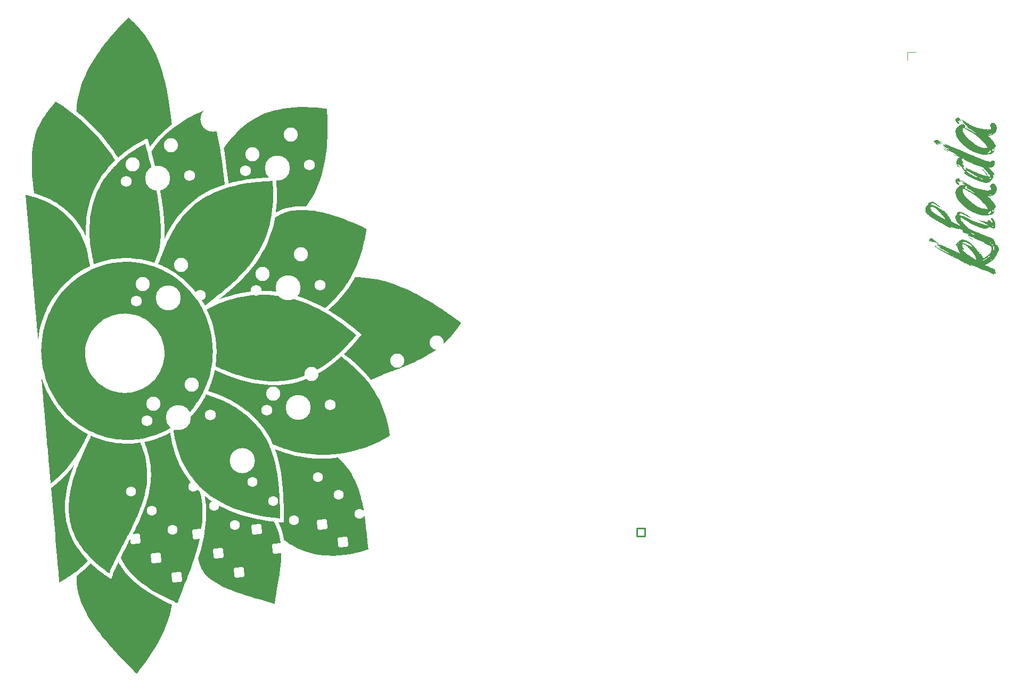
<source format=gto>
%TF.GenerationSoftware,KiCad,Pcbnew,5.99.0-unknown-47cb7f53fd~143~ubuntu20.04.1*%
%TF.CreationDate,2021-11-19T15:51:58+01:00*%
%TF.ProjectId,rad-pad,7261642d-7061-4642-9e6b-696361645f70,rev?*%
%TF.SameCoordinates,Original*%
%TF.FileFunction,Legend,Top*%
%TF.FilePolarity,Positive*%
%FSLAX46Y46*%
G04 Gerber Fmt 4.6, Leading zero omitted, Abs format (unit mm)*
G04 Created by KiCad (PCBNEW 5.99.0-unknown-47cb7f53fd~143~ubuntu20.04.1) date 2021-11-19 15:51:58*
%MOMM*%
%LPD*%
G01*
G04 APERTURE LIST*
G04 Aperture macros list*
%AMRoundRect*
0 Rectangle with rounded corners*
0 $1 Rounding radius*
0 $2 $3 $4 $5 $6 $7 $8 $9 X,Y pos of 4 corners*
0 Add a 4 corners polygon primitive as box body*
4,1,4,$2,$3,$4,$5,$6,$7,$8,$9,$2,$3,0*
0 Add four circle primitives for the rounded corners*
1,1,$1+$1,$2,$3*
1,1,$1+$1,$4,$5*
1,1,$1+$1,$6,$7*
1,1,$1+$1,$8,$9*
0 Add four rect primitives between the rounded corners*
20,1,$1+$1,$2,$3,$4,$5,0*
20,1,$1+$1,$4,$5,$6,$7,0*
20,1,$1+$1,$6,$7,$8,$9,0*
20,1,$1+$1,$8,$9,$2,$3,0*%
%AMHorizOval*
0 Thick line with rounded ends*
0 $1 width*
0 $2 $3 position (X,Y) of the first rounded end (center of the circle)*
0 $4 $5 position (X,Y) of the second rounded end (center of the circle)*
0 Add line between two ends*
20,1,$1,$2,$3,$4,$5,0*
0 Add two circle primitives to create the rounded ends*
1,1,$1,$2,$3*
1,1,$1,$4,$5*%
G04 Aperture macros list end*
%ADD10C,0.300000*%
%ADD11C,0.120000*%
%ADD12C,3.987800*%
%ADD13C,1.750000*%
%ADD14C,2.250000*%
%ADD15RoundRect,0.160000X0.693344X-0.581785X0.581785X0.693344X-0.693344X0.581785X-0.581785X-0.693344X0*%
%ADD16HorizOval,1.600000X0.000000X0.000000X0.000000X0.000000X0*%
%ADD17C,4.000000*%
%ADD18RoundRect,0.160000X0.353649X-0.833146X0.833146X0.353649X-0.353649X0.833146X-0.833146X-0.353649X0*%
%ADD19HorizOval,1.600000X0.000000X0.000000X0.000000X0.000000X0*%
%ADD20RoundRect,0.160000X0.672618X-0.605628X0.605628X0.672618X-0.672618X0.605628X-0.605628X-0.672618X0*%
%ADD21HorizOval,1.600000X0.000000X0.000000X0.000000X0.000000X0*%
%ADD22RoundRect,0.160000X0.640000X-0.640000X0.640000X0.640000X-0.640000X0.640000X-0.640000X-0.640000X0*%
%ADD23O,1.600000X1.600000*%
%ADD24RoundRect,0.160000X0.557233X-0.713226X0.713226X0.557233X-0.557233X0.713226X-0.713226X-0.557233X0*%
%ADD25HorizOval,1.600000X0.000000X0.000000X0.000000X0.000000X0*%
%ADD26R,1.700000X1.700000*%
%ADD27C,1.700000*%
%ADD28RoundRect,0.160000X0.000000X-0.905097X0.905097X0.000000X0.000000X0.905097X-0.905097X0.000000X0*%
%ADD29HorizOval,1.600000X0.000000X0.000000X0.000000X0.000000X0*%
G04 APERTURE END LIST*
D10*
%TO.C,G\u002A\u002A\u002A*%
X75050124Y-94226912D02*
X74899209Y-94167267D01*
X74682323Y-94186242D01*
X74471762Y-94277512D01*
X74339822Y-94434753D01*
X74280176Y-94585668D01*
X74233181Y-94881174D01*
X74252156Y-95098060D01*
X74349752Y-95380916D01*
X74434697Y-95519182D01*
X74591937Y-95651122D01*
X74815148Y-95704442D01*
X74959739Y-95691792D01*
X75170300Y-95600522D01*
X75236270Y-95521902D01*
X75191995Y-95015835D01*
X74902814Y-95041135D01*
X75983638Y-94072391D02*
X76015263Y-94433868D01*
X75641136Y-94320902D02*
X76015263Y-94433868D01*
X76364089Y-94257652D01*
X75823677Y-94742024D02*
X76015263Y-94433868D01*
X76257449Y-94704074D01*
X77140362Y-93971191D02*
X77171987Y-94332668D01*
X76797861Y-94219702D02*
X77171987Y-94332668D01*
X77520814Y-94156452D01*
X76980402Y-94640824D02*
X77171987Y-94332668D01*
X77414173Y-94602874D01*
X78297087Y-93869991D02*
X78328712Y-94231467D01*
X77954585Y-94118502D02*
X78328712Y-94231467D01*
X78677538Y-94055252D01*
X78137126Y-94539623D02*
X78328712Y-94231467D01*
X78570897Y-94501673D01*
G36*
X43672350Y-72233500D02*
G01*
X43712590Y-72242037D01*
X43779514Y-72257100D01*
X43867686Y-72277427D01*
X43971668Y-72301756D01*
X44086024Y-72328825D01*
X44184563Y-72352383D01*
X44843457Y-72526598D01*
X45484945Y-72728523D01*
X46108768Y-72958038D01*
X46714671Y-73215027D01*
X47302393Y-73499370D01*
X47871679Y-73810947D01*
X48422272Y-74149640D01*
X48953911Y-74515330D01*
X49094057Y-74618594D01*
X49280945Y-74763236D01*
X49482251Y-74927902D01*
X49691624Y-75106900D01*
X49902710Y-75294546D01*
X50109159Y-75485149D01*
X50304619Y-75673023D01*
X50482737Y-75852479D01*
X50545767Y-75918569D01*
X50949582Y-76371479D01*
X51330226Y-76847662D01*
X51687296Y-77346434D01*
X52020388Y-77867108D01*
X52329101Y-78408999D01*
X52613028Y-78971424D01*
X52871769Y-79553695D01*
X53104918Y-80155128D01*
X53200986Y-80430673D01*
X53264365Y-80621115D01*
X53317405Y-80786215D01*
X53361587Y-80931489D01*
X53398400Y-81062455D01*
X53429328Y-81184633D01*
X53455858Y-81303540D01*
X53479477Y-81424697D01*
X53499042Y-81537623D01*
X53563250Y-81909785D01*
X53634615Y-82293513D01*
X53710428Y-82674810D01*
X53787979Y-83039680D01*
X53802319Y-83104346D01*
X53827835Y-83219572D01*
X53850503Y-83323803D01*
X53869440Y-83412825D01*
X53883765Y-83482424D01*
X53892592Y-83528385D01*
X53895040Y-83546494D01*
X53894992Y-83546580D01*
X53879263Y-83555286D01*
X53838820Y-83575921D01*
X53778679Y-83605975D01*
X53703855Y-83642935D01*
X53643540Y-83672496D01*
X53035590Y-83987781D01*
X52445531Y-84330830D01*
X51873638Y-84701443D01*
X51320185Y-85099419D01*
X50785448Y-85524554D01*
X50269701Y-85976650D01*
X49773221Y-86455502D01*
X49605587Y-86627784D01*
X49499725Y-86741036D01*
X49378841Y-86874897D01*
X49247843Y-87023608D01*
X49111641Y-87181412D01*
X48975144Y-87342553D01*
X48843259Y-87501270D01*
X48720895Y-87651809D01*
X48612962Y-87788411D01*
X48583332Y-87826854D01*
X48177238Y-88384582D01*
X47797753Y-88961430D01*
X47445434Y-89556181D01*
X47120837Y-90167617D01*
X46824519Y-90794520D01*
X46557034Y-91435673D01*
X46318940Y-92089859D01*
X46110793Y-92755860D01*
X45933149Y-93432458D01*
X45846875Y-93817069D01*
X45826591Y-93918452D01*
X45802909Y-94045253D01*
X45776903Y-94190967D01*
X45749647Y-94349090D01*
X45722211Y-94513119D01*
X45695673Y-94676548D01*
X45671104Y-94832875D01*
X45649579Y-94975595D01*
X45632171Y-95098206D01*
X45620903Y-95186050D01*
X45619768Y-95190871D01*
X45618147Y-95189394D01*
X45615982Y-95180933D01*
X45613208Y-95164806D01*
X45609765Y-95140328D01*
X45605592Y-95106815D01*
X45600628Y-95063584D01*
X45594810Y-95009949D01*
X45588078Y-94945228D01*
X45580370Y-94868737D01*
X45571624Y-94779792D01*
X45561781Y-94677708D01*
X45550777Y-94561801D01*
X45538551Y-94431390D01*
X45525044Y-94285787D01*
X45510192Y-94124311D01*
X45493934Y-93946276D01*
X45476209Y-93751000D01*
X45456956Y-93537798D01*
X45436114Y-93305986D01*
X45413620Y-93054880D01*
X45389414Y-92783797D01*
X45363434Y-92492052D01*
X45335619Y-92178962D01*
X45305907Y-91843843D01*
X45274239Y-91486010D01*
X45240549Y-91104780D01*
X45204780Y-90699468D01*
X45166868Y-90269391D01*
X45126752Y-89813866D01*
X45084373Y-89332208D01*
X45039666Y-88823733D01*
X44992573Y-88287756D01*
X44943029Y-87723596D01*
X44890976Y-87130566D01*
X44836351Y-86507984D01*
X44779093Y-85855165D01*
X44719140Y-85171425D01*
X44656431Y-84456081D01*
X44595411Y-83759871D01*
X43583759Y-72216360D01*
X43672350Y-72233500D01*
G37*
G36*
X62648592Y-64074763D02*
G01*
X62648930Y-64075350D01*
X62656054Y-64096105D01*
X62670847Y-64145446D01*
X62692370Y-64220042D01*
X62719689Y-64316566D01*
X62751865Y-64431691D01*
X62787962Y-64562088D01*
X62827044Y-64704431D01*
X62859009Y-64821650D01*
X63087146Y-65672657D01*
X63301320Y-66496405D01*
X63502052Y-67295341D01*
X63689870Y-68071908D01*
X63865297Y-68828557D01*
X64028858Y-69567733D01*
X64181079Y-70291880D01*
X64322483Y-71003449D01*
X64453595Y-71704883D01*
X64574942Y-72398630D01*
X64687046Y-73087136D01*
X64790434Y-73772848D01*
X64813276Y-73932122D01*
X64830789Y-74063183D01*
X64849972Y-74220650D01*
X64870494Y-74400849D01*
X64892025Y-74600103D01*
X64914235Y-74814741D01*
X64936792Y-75041090D01*
X64959364Y-75275472D01*
X64981622Y-75514216D01*
X65003234Y-75753647D01*
X65023869Y-75990093D01*
X65043196Y-76219877D01*
X65060885Y-76439326D01*
X65076604Y-76644767D01*
X65090022Y-76832526D01*
X65100809Y-76998927D01*
X65108634Y-77140299D01*
X65113166Y-77252965D01*
X65113490Y-77265093D01*
X65122119Y-77762801D01*
X65122369Y-78231322D01*
X65114043Y-78673492D01*
X65096950Y-79092144D01*
X65070896Y-79490115D01*
X65035685Y-79870238D01*
X64991125Y-80235349D01*
X64937021Y-80588282D01*
X64873180Y-80931873D01*
X64857531Y-81007816D01*
X64844608Y-81068153D01*
X64831826Y-81123816D01*
X64818069Y-81177963D01*
X64802214Y-81233753D01*
X64783143Y-81294346D01*
X64759735Y-81362900D01*
X64730871Y-81442573D01*
X64695430Y-81536526D01*
X64652294Y-81647916D01*
X64600341Y-81779903D01*
X64538453Y-81935646D01*
X64465510Y-82118303D01*
X64451013Y-82154548D01*
X64386780Y-82314993D01*
X64326267Y-82465880D01*
X64270576Y-82604484D01*
X64220806Y-82728083D01*
X64178056Y-82833952D01*
X64143425Y-82919367D01*
X64118013Y-82981606D01*
X64102920Y-83017944D01*
X64099026Y-83026562D01*
X64083536Y-83020465D01*
X64051516Y-83006781D01*
X64009872Y-82991100D01*
X63941554Y-82968232D01*
X63851763Y-82939729D01*
X63745703Y-82907137D01*
X63628575Y-82872003D01*
X63505582Y-82835877D01*
X63381926Y-82800307D01*
X63262810Y-82766841D01*
X63153435Y-82737027D01*
X63082228Y-82718328D01*
X62519498Y-82585908D01*
X61956164Y-82478198D01*
X61387547Y-82394631D01*
X60808972Y-82334643D01*
X60215762Y-82297666D01*
X59603240Y-82283134D01*
X59485644Y-82282863D01*
X59396306Y-82284762D01*
X59278998Y-82290041D01*
X59138500Y-82298280D01*
X58979585Y-82309060D01*
X58807029Y-82321965D01*
X58625609Y-82336574D01*
X58440100Y-82352471D01*
X58255279Y-82369236D01*
X58075921Y-82386451D01*
X57906802Y-82403698D01*
X57752698Y-82420558D01*
X57618384Y-82436613D01*
X57508636Y-82451445D01*
X57444277Y-82461697D01*
X56919206Y-82563047D01*
X56404555Y-82679804D01*
X55904768Y-82810741D01*
X55424288Y-82954633D01*
X54967558Y-83110251D01*
X54632212Y-83238358D01*
X54478182Y-83300261D01*
X54450514Y-83110093D01*
X54409603Y-82849947D01*
X54359686Y-82567622D01*
X54302591Y-82272165D01*
X54240145Y-81972622D01*
X54174177Y-81678040D01*
X54106515Y-81397465D01*
X54096039Y-81355989D01*
X54061438Y-81203252D01*
X54027436Y-81021118D01*
X53994367Y-80813243D01*
X53962569Y-80583276D01*
X53932380Y-80334874D01*
X53904133Y-80071690D01*
X53878167Y-79797377D01*
X53854818Y-79515589D01*
X53834423Y-79229980D01*
X53817318Y-78944203D01*
X53803841Y-78661913D01*
X53794325Y-78386761D01*
X53789111Y-78122403D01*
X53788284Y-78015382D01*
X53798530Y-77314434D01*
X53834611Y-76626403D01*
X53896329Y-75953099D01*
X53983483Y-75296332D01*
X54095876Y-74657914D01*
X54217606Y-74103994D01*
X54391068Y-73449825D01*
X54591264Y-72814426D01*
X54818972Y-72196114D01*
X55074970Y-71593210D01*
X55360034Y-71004031D01*
X55674945Y-70426895D01*
X56020477Y-69860123D01*
X56397411Y-69302030D01*
X56512611Y-69141697D01*
X56582214Y-69049007D01*
X56670336Y-68936208D01*
X56773292Y-68807678D01*
X56887400Y-68667792D01*
X57008977Y-68520929D01*
X57134338Y-68371464D01*
X57259803Y-68223775D01*
X57381686Y-68082238D01*
X57496306Y-67951229D01*
X57599978Y-67835125D01*
X57689020Y-67738304D01*
X57728461Y-67696883D01*
X58180901Y-67245367D01*
X58647426Y-66811616D01*
X59130441Y-66393819D01*
X59632351Y-65990164D01*
X60155563Y-65598838D01*
X60702479Y-65218030D01*
X61275508Y-64845926D01*
X61877054Y-64480717D01*
X62381839Y-64191513D01*
X62474593Y-64140170D01*
X62542785Y-64103863D01*
X62590347Y-64080879D01*
X62621213Y-64069507D01*
X62639317Y-64068040D01*
X62648592Y-64074763D01*
G37*
G36*
X72483460Y-104012233D02*
G01*
X72941282Y-104165464D01*
X73403758Y-104330648D01*
X73864325Y-104505171D01*
X74316422Y-104686424D01*
X74753486Y-104871797D01*
X75168956Y-105058679D01*
X75453067Y-105193691D01*
X76009312Y-105475203D01*
X76536706Y-105764119D01*
X77039073Y-106062864D01*
X77520237Y-106373867D01*
X77984020Y-106699557D01*
X78434249Y-107042360D01*
X78687487Y-107247345D01*
X79015623Y-107525241D01*
X79318538Y-107795892D01*
X79601558Y-108064684D01*
X79870005Y-108337000D01*
X80129202Y-108618229D01*
X80384472Y-108913754D01*
X80619901Y-109202230D01*
X80961370Y-109649703D01*
X81278448Y-110104514D01*
X81573897Y-110571301D01*
X81850480Y-111054699D01*
X82110956Y-111559347D01*
X82358089Y-112089878D01*
X82408927Y-112205881D01*
X82620096Y-112717049D01*
X82813510Y-113236563D01*
X82990341Y-113768351D01*
X83151757Y-114316337D01*
X83298927Y-114884449D01*
X83433024Y-115476612D01*
X83533686Y-115980968D01*
X83595296Y-116319349D01*
X83651147Y-116650919D01*
X83701886Y-116980827D01*
X83748164Y-117314226D01*
X83790628Y-117656264D01*
X83829928Y-118012094D01*
X83866714Y-118386865D01*
X83901634Y-118785728D01*
X83926582Y-119098471D01*
X83945425Y-119346417D01*
X83961676Y-119567424D01*
X83975661Y-119767469D01*
X83987705Y-119952538D01*
X83998135Y-120128610D01*
X84007275Y-120301666D01*
X84015453Y-120477689D01*
X84022992Y-120662660D01*
X84030219Y-120862559D01*
X84037458Y-121083371D01*
X84041186Y-121203520D01*
X84045173Y-121343337D01*
X84049115Y-121499428D01*
X84052973Y-121668683D01*
X84056700Y-121847990D01*
X84060260Y-122034239D01*
X84063606Y-122224319D01*
X84066697Y-122415120D01*
X84069493Y-122603530D01*
X84071950Y-122786439D01*
X84074026Y-122960738D01*
X84075679Y-123123312D01*
X84076867Y-123271054D01*
X84077549Y-123400851D01*
X84077682Y-123509594D01*
X84077222Y-123594172D01*
X84076130Y-123651473D01*
X84074664Y-123676473D01*
X84068599Y-123696767D01*
X84053250Y-123709691D01*
X84023470Y-123715905D01*
X83974110Y-123716068D01*
X83900023Y-123710838D01*
X83845713Y-123705790D01*
X83017196Y-123616190D01*
X82216273Y-123510675D01*
X81441377Y-123388897D01*
X80690944Y-123250505D01*
X79963408Y-123095146D01*
X79257204Y-122922469D01*
X78570766Y-122732123D01*
X77902529Y-122523759D01*
X77250928Y-122297023D01*
X76798161Y-122124945D01*
X76589177Y-122042046D01*
X76404078Y-121967095D01*
X76235612Y-121896934D01*
X76076535Y-121828404D01*
X75919597Y-121758348D01*
X75757551Y-121683610D01*
X75583152Y-121601030D01*
X75462979Y-121543222D01*
X74848587Y-121230614D01*
X74250508Y-120894902D01*
X73672629Y-120538411D01*
X73118837Y-120163465D01*
X72940912Y-120035257D01*
X72849423Y-119967139D01*
X72748166Y-119889753D01*
X72640383Y-119805763D01*
X72529319Y-119717828D01*
X72418218Y-119628609D01*
X72310321Y-119540769D01*
X72208876Y-119456967D01*
X72117123Y-119379865D01*
X72038306Y-119312123D01*
X71975671Y-119256403D01*
X71932459Y-119215366D01*
X71911916Y-119191672D01*
X71911377Y-119190663D01*
X71893479Y-119166399D01*
X71880411Y-119163613D01*
X71863563Y-119156502D01*
X71826384Y-119128257D01*
X71771577Y-119081449D01*
X71701845Y-119018646D01*
X71619890Y-118942418D01*
X71528418Y-118855335D01*
X71430128Y-118759967D01*
X71327724Y-118658883D01*
X71223911Y-118554652D01*
X71121389Y-118449845D01*
X71035496Y-118360347D01*
X70592697Y-117870421D01*
X70173942Y-117358114D01*
X69779799Y-116824312D01*
X69410838Y-116269902D01*
X69067626Y-115695770D01*
X68750734Y-115102803D01*
X68460730Y-114491885D01*
X68279802Y-114068193D01*
X68050965Y-113472875D01*
X67845449Y-112864306D01*
X67662625Y-112240087D01*
X67501867Y-111597817D01*
X67362548Y-110935096D01*
X67244041Y-110249524D01*
X67194462Y-109912316D01*
X67165986Y-109707448D01*
X67312466Y-109613301D01*
X67863978Y-109239342D01*
X68398683Y-108837586D01*
X68915301Y-108409410D01*
X69412561Y-107956193D01*
X69889183Y-107479311D01*
X70343892Y-106980141D01*
X70775412Y-106460061D01*
X71182466Y-105920450D01*
X71563777Y-105362683D01*
X71918071Y-104788139D01*
X72128213Y-104415641D01*
X72179050Y-104321929D01*
X72227263Y-104232509D01*
X72269506Y-104153628D01*
X72302436Y-104091531D01*
X72322130Y-104053600D01*
X72362746Y-103973252D01*
X72483460Y-104012233D01*
G37*
G36*
X88249762Y-58253405D02*
G01*
X88809779Y-58272482D01*
X89373168Y-58304129D01*
X89949381Y-58348756D01*
X90440719Y-58395593D01*
X90564779Y-58408700D01*
X90699098Y-58423510D01*
X90838300Y-58439372D01*
X90977012Y-58455639D01*
X91109858Y-58471663D01*
X91231465Y-58486795D01*
X91336456Y-58500385D01*
X91419457Y-58511787D01*
X91475096Y-58520351D01*
X91476037Y-58520513D01*
X91539236Y-58531498D01*
X91551182Y-58766197D01*
X91555370Y-58848294D01*
X91560873Y-58955869D01*
X91567303Y-59081391D01*
X91574275Y-59217329D01*
X91581404Y-59356153D01*
X91586911Y-59463301D01*
X91623277Y-60357083D01*
X91639853Y-61237400D01*
X91636705Y-62102171D01*
X91613901Y-62949314D01*
X91571504Y-63776746D01*
X91509583Y-64582388D01*
X91428202Y-65364155D01*
X91390422Y-65668123D01*
X91274682Y-66461477D01*
X91137316Y-67229953D01*
X90978260Y-67973723D01*
X90797454Y-68692955D01*
X90594833Y-69387822D01*
X90370336Y-70058493D01*
X90123899Y-70705140D01*
X89855459Y-71327933D01*
X89564955Y-71927042D01*
X89252324Y-72502638D01*
X88917502Y-73054892D01*
X88560427Y-73583974D01*
X88402020Y-73801719D01*
X88221724Y-74044116D01*
X88074125Y-74035685D01*
X88001541Y-74032298D01*
X87907118Y-74028981D01*
X87802071Y-74026078D01*
X87697613Y-74023928D01*
X87677376Y-74023612D01*
X87148998Y-74028398D01*
X86635810Y-74058268D01*
X86139046Y-74113006D01*
X85659944Y-74192392D01*
X85199738Y-74296212D01*
X84759662Y-74424248D01*
X84340953Y-74576283D01*
X84200935Y-74634584D01*
X84089376Y-74684457D01*
X83966912Y-74742267D01*
X83841132Y-74804176D01*
X83719626Y-74866342D01*
X83609988Y-74924922D01*
X83519804Y-74976076D01*
X83488108Y-74995327D01*
X83443365Y-75022077D01*
X83419666Y-75032204D01*
X83410962Y-75028021D01*
X83410420Y-75025019D01*
X83411979Y-75006612D01*
X83416776Y-74960518D01*
X83424251Y-74891887D01*
X83433843Y-74805863D01*
X83444989Y-74707594D01*
X83446518Y-74694232D01*
X83488942Y-74289939D01*
X83522976Y-73888715D01*
X83548841Y-73485040D01*
X83566751Y-73073395D01*
X83576925Y-72648257D01*
X83579581Y-72204105D01*
X83574937Y-71735420D01*
X83571003Y-71536242D01*
X83568509Y-71466975D01*
X83563602Y-71368979D01*
X83556559Y-71246467D01*
X83547653Y-71103653D01*
X83537157Y-70944750D01*
X83525347Y-70773972D01*
X83512495Y-70595531D01*
X83498878Y-70413640D01*
X83492918Y-70336236D01*
X83477141Y-70134393D01*
X83463495Y-69963165D01*
X83451739Y-69820198D01*
X83441633Y-69703140D01*
X83432937Y-69609639D01*
X83425408Y-69537343D01*
X83418808Y-69483900D01*
X83412896Y-69446957D01*
X83407429Y-69424161D01*
X83402169Y-69413162D01*
X83398288Y-69411231D01*
X83375913Y-69412159D01*
X83325416Y-69413777D01*
X83251715Y-69415943D01*
X83159731Y-69418514D01*
X83054383Y-69421349D01*
X82986673Y-69423121D01*
X82724398Y-69430501D01*
X82481902Y-69438689D01*
X82252675Y-69448066D01*
X82030209Y-69459011D01*
X81807994Y-69471903D01*
X81579522Y-69487125D01*
X81338284Y-69505053D01*
X81077770Y-69526070D01*
X80791473Y-69550556D01*
X80766815Y-69552715D01*
X80336794Y-69592256D01*
X79934402Y-69633225D01*
X79554226Y-69676393D01*
X79190849Y-69722526D01*
X78838856Y-69772391D01*
X78492834Y-69826757D01*
X78147367Y-69886389D01*
X77797038Y-69952058D01*
X77436434Y-70024530D01*
X77432342Y-70025377D01*
X77294185Y-70054694D01*
X77143405Y-70087890D01*
X76984386Y-70123900D01*
X76821510Y-70161664D01*
X76659163Y-70200117D01*
X76501727Y-70238197D01*
X76353586Y-70274839D01*
X76219124Y-70308983D01*
X76102724Y-70339563D01*
X76008771Y-70365516D01*
X75941649Y-70385780D01*
X75929691Y-70389793D01*
X75915262Y-70393563D01*
X75904506Y-70390006D01*
X75895875Y-70374242D01*
X75887824Y-70341393D01*
X75878805Y-70286578D01*
X75867272Y-70204920D01*
X75864355Y-70183680D01*
X75839113Y-69998219D01*
X75814181Y-69811994D01*
X75789018Y-69620755D01*
X75763078Y-69420250D01*
X75735821Y-69206229D01*
X75706702Y-68974442D01*
X75675177Y-68720638D01*
X75640705Y-68440567D01*
X75620487Y-68275387D01*
X75566805Y-67838320D01*
X75516462Y-67433134D01*
X75469324Y-67058840D01*
X75425259Y-66714449D01*
X75384132Y-66398974D01*
X75345809Y-66111426D01*
X75310160Y-65850817D01*
X75277049Y-65616158D01*
X75246344Y-65406462D01*
X75217910Y-65220741D01*
X75191616Y-65058005D01*
X75167936Y-64920663D01*
X75148598Y-64812627D01*
X75299755Y-64593943D01*
X75720703Y-64007404D01*
X76151197Y-63452208D01*
X76591797Y-62927885D01*
X77043065Y-62433972D01*
X77505561Y-61970001D01*
X77979846Y-61535508D01*
X78466482Y-61130026D01*
X78966029Y-60753089D01*
X79479050Y-60404232D01*
X80006104Y-60082987D01*
X80547752Y-59788892D01*
X81104556Y-59521476D01*
X81677078Y-59280277D01*
X81716400Y-59264891D01*
X82149425Y-59104490D01*
X82585906Y-58959619D01*
X83031178Y-58828845D01*
X83490578Y-58710735D01*
X83969443Y-58603857D01*
X84473111Y-58506779D01*
X84666298Y-58473146D01*
X84777611Y-58456058D01*
X84917259Y-58437463D01*
X85080580Y-58417786D01*
X85262915Y-58397450D01*
X85459603Y-58376879D01*
X85665983Y-58356501D01*
X85877396Y-58336736D01*
X86089181Y-58318010D01*
X86296676Y-58300749D01*
X86495223Y-58285376D01*
X86680159Y-58272315D01*
X86846826Y-58261991D01*
X86990561Y-58254828D01*
X87102038Y-58251331D01*
X87683665Y-58246491D01*
X88249762Y-58253405D01*
G37*
G36*
X58409206Y-130651764D02*
G01*
X58430722Y-130688553D01*
X58459189Y-130742180D01*
X58476531Y-130776605D01*
X58557922Y-130932698D01*
X58655781Y-131106580D01*
X58765410Y-131290651D01*
X58882113Y-131477312D01*
X59001195Y-131658962D01*
X59117961Y-131828005D01*
X59174249Y-131905751D01*
X59494016Y-132317929D01*
X59840308Y-132722760D01*
X60214141Y-133121218D01*
X60616530Y-133514278D01*
X61048490Y-133902915D01*
X61511039Y-134288105D01*
X62005189Y-134670823D01*
X62216391Y-134826687D01*
X62722115Y-135182196D01*
X63257761Y-135534445D01*
X63820233Y-135881658D01*
X64406435Y-136222053D01*
X65013272Y-136553853D01*
X65637646Y-136875277D01*
X66276461Y-137184546D01*
X66499415Y-137287997D01*
X66603673Y-137335858D01*
X66697488Y-137378957D01*
X66776842Y-137415448D01*
X66837719Y-137443482D01*
X66876100Y-137461211D01*
X66888075Y-137466819D01*
X66886546Y-137482886D01*
X66880122Y-137525902D01*
X66869698Y-137590276D01*
X66856169Y-137670417D01*
X66847395Y-137721096D01*
X66722764Y-138347783D01*
X66566280Y-138982770D01*
X66377934Y-139626071D01*
X66157722Y-140277699D01*
X65905636Y-140937666D01*
X65621671Y-141605985D01*
X65305819Y-142282671D01*
X64958073Y-142967736D01*
X64578428Y-143661194D01*
X64166875Y-144363057D01*
X63723410Y-145073340D01*
X63248025Y-145792053D01*
X62740713Y-146519212D01*
X62201469Y-147254830D01*
X61770374Y-147819446D01*
X61681639Y-147933075D01*
X61596044Y-148041460D01*
X61515994Y-148141662D01*
X61443889Y-148230736D01*
X61382132Y-148305743D01*
X61333123Y-148363740D01*
X61299266Y-148401786D01*
X61282962Y-148416941D01*
X61282354Y-148417085D01*
X61268419Y-148405829D01*
X61235744Y-148374896D01*
X61188531Y-148328398D01*
X61130986Y-148270445D01*
X61099376Y-148238174D01*
X61052505Y-148190170D01*
X60985601Y-148121735D01*
X60901770Y-148036041D01*
X60804116Y-147936259D01*
X60695744Y-147825563D01*
X60579758Y-147707124D01*
X60459263Y-147584113D01*
X60337366Y-147459703D01*
X60333615Y-147455876D01*
X59863396Y-146974256D01*
X59416917Y-146513217D01*
X58993094Y-146071523D01*
X58590842Y-145647935D01*
X58209077Y-145241216D01*
X57846715Y-144850129D01*
X57502670Y-144473436D01*
X57175856Y-144109899D01*
X56865190Y-143758282D01*
X56569587Y-143417346D01*
X56287962Y-143085854D01*
X56019230Y-142762569D01*
X55762307Y-142446253D01*
X55516107Y-142135668D01*
X55279545Y-141829578D01*
X55051537Y-141526743D01*
X54831000Y-141225929D01*
X54647575Y-140969444D01*
X54256163Y-140400501D01*
X53894705Y-139842989D01*
X53562632Y-139295670D01*
X53259370Y-138757311D01*
X52984348Y-138226672D01*
X52736995Y-137702518D01*
X52516739Y-137183611D01*
X52323006Y-136668713D01*
X52155227Y-136156590D01*
X52012830Y-135646005D01*
X51895242Y-135135719D01*
X51854140Y-134926674D01*
X51837361Y-134824235D01*
X51819925Y-134695034D01*
X51802296Y-134544688D01*
X51784938Y-134378808D01*
X51768321Y-134203013D01*
X51752906Y-134022913D01*
X51739164Y-133844125D01*
X51727557Y-133672265D01*
X51718552Y-133512944D01*
X51712615Y-133371779D01*
X51710211Y-133254385D01*
X51710666Y-133197400D01*
X51713104Y-133105190D01*
X51715761Y-133021906D01*
X51718385Y-132954428D01*
X51720722Y-132909641D01*
X51721711Y-132897834D01*
X51729137Y-132878871D01*
X51749426Y-132853426D01*
X51785442Y-132818941D01*
X51840045Y-132772866D01*
X51916099Y-132712644D01*
X52009000Y-132641388D01*
X52413881Y-132322207D01*
X52807516Y-131989005D01*
X53184264Y-131646865D01*
X53538488Y-131300871D01*
X53799486Y-131027291D01*
X53968486Y-130844077D01*
X54250945Y-131101274D01*
X54558137Y-131374290D01*
X54888146Y-131655184D01*
X55233720Y-131938108D01*
X55587613Y-132217217D01*
X55942571Y-132486663D01*
X56224739Y-132692989D01*
X56328601Y-132767066D01*
X56439671Y-132845396D01*
X56554529Y-132925650D01*
X56669748Y-133005492D01*
X56781905Y-133082589D01*
X56887577Y-133154607D01*
X56983340Y-133219213D01*
X57065769Y-133274074D01*
X57131439Y-133316854D01*
X57176929Y-133345221D01*
X57198739Y-133356821D01*
X57212066Y-133347802D01*
X57232265Y-133313786D01*
X57260130Y-133253068D01*
X57296455Y-133163944D01*
X57333699Y-133066905D01*
X57393145Y-132912305D01*
X57463348Y-132735107D01*
X57541232Y-132542732D01*
X57623726Y-132342600D01*
X57707753Y-132142132D01*
X57790244Y-131948747D01*
X57868121Y-131769868D01*
X57909655Y-131676380D01*
X57966393Y-131550530D01*
X58025566Y-131420582D01*
X58085546Y-131290001D01*
X58144699Y-131162255D01*
X58201393Y-131040808D01*
X58253998Y-130929128D01*
X58300882Y-130830682D01*
X58340413Y-130748933D01*
X58370958Y-130687349D01*
X58390888Y-130649395D01*
X58398310Y-130638296D01*
X58409206Y-130651764D01*
G37*
G36*
X72172002Y-120202249D02*
G01*
X72208017Y-120228246D01*
X72263433Y-120269337D01*
X72331468Y-120320446D01*
X72405340Y-120376499D01*
X72426792Y-120392882D01*
X72930033Y-120759827D01*
X73461900Y-121113031D01*
X74020579Y-121451616D01*
X74604253Y-121774702D01*
X75211104Y-122081414D01*
X75839315Y-122370871D01*
X76487071Y-122642199D01*
X77152552Y-122894517D01*
X77833943Y-123126948D01*
X78514959Y-123334466D01*
X79167122Y-123511535D01*
X79842217Y-123675335D01*
X80532255Y-123824256D01*
X81229242Y-123956691D01*
X81925184Y-124071028D01*
X82612093Y-124165661D01*
X82692409Y-124175480D01*
X82802477Y-124189174D01*
X82902084Y-124202369D01*
X82986362Y-124214355D01*
X83050444Y-124224422D01*
X83089462Y-124231860D01*
X83098801Y-124234755D01*
X83114274Y-124253696D01*
X83141050Y-124295826D01*
X83175368Y-124354914D01*
X83213465Y-124424727D01*
X83213505Y-124424802D01*
X83413482Y-124829913D01*
X83592163Y-125250831D01*
X83750384Y-125690074D01*
X83888980Y-126150158D01*
X84008785Y-126633599D01*
X84105064Y-127111848D01*
X84121534Y-127215288D01*
X84138952Y-127346647D01*
X84156894Y-127500821D01*
X84174936Y-127672707D01*
X84192651Y-127857201D01*
X84209615Y-128049199D01*
X84225403Y-128243598D01*
X84239592Y-128435294D01*
X84251754Y-128619182D01*
X84261467Y-128790159D01*
X84268303Y-128943121D01*
X84271840Y-129072966D01*
X84272241Y-129120041D01*
X84270593Y-129416154D01*
X84264819Y-129712243D01*
X84254684Y-130010277D01*
X84239953Y-130312219D01*
X84220390Y-130620036D01*
X84195761Y-130935696D01*
X84165831Y-131261165D01*
X84130367Y-131598409D01*
X84089131Y-131949395D01*
X84041891Y-132316088D01*
X83988411Y-132700457D01*
X83928456Y-133104466D01*
X83861792Y-133530082D01*
X83788184Y-133979273D01*
X83707397Y-134454005D01*
X83619195Y-134956242D01*
X83523346Y-135487953D01*
X83490517Y-135667386D01*
X83479758Y-135726753D01*
X83464161Y-135813867D01*
X83444574Y-135923913D01*
X83421843Y-136052080D01*
X83396817Y-136193553D01*
X83370344Y-136343522D01*
X83343270Y-136497172D01*
X83316445Y-136649692D01*
X83290715Y-136796268D01*
X83266929Y-136932088D01*
X83245935Y-137052338D01*
X83228578Y-137152206D01*
X83215709Y-137226880D01*
X83212293Y-137246930D01*
X83202767Y-137287164D01*
X83192338Y-137308979D01*
X83189803Y-137310258D01*
X83171188Y-137305583D01*
X83125867Y-137292409D01*
X83058652Y-137272191D01*
X82974355Y-137246380D01*
X82877788Y-137216430D01*
X82845424Y-137206315D01*
X82738928Y-137173282D01*
X82607808Y-137133164D01*
X82451352Y-137085749D01*
X82268847Y-137030823D01*
X82059581Y-136968176D01*
X81822842Y-136897593D01*
X81557916Y-136818863D01*
X81264092Y-136731774D01*
X80940657Y-136636113D01*
X80586899Y-136531667D01*
X80205290Y-136419162D01*
X79701944Y-136269727D01*
X79228924Y-136126875D01*
X78784316Y-135989923D01*
X78366204Y-135858187D01*
X77972671Y-135730981D01*
X77601804Y-135607624D01*
X77251685Y-135487431D01*
X76920399Y-135369716D01*
X76606032Y-135253798D01*
X76306666Y-135138990D01*
X76020387Y-135024611D01*
X75745279Y-134909976D01*
X75479427Y-134794400D01*
X75220915Y-134677199D01*
X74967827Y-134557690D01*
X74899439Y-134524580D01*
X74428198Y-134283619D01*
X73988914Y-134034879D01*
X73581359Y-133778108D01*
X73205306Y-133513046D01*
X72860528Y-133239437D01*
X72546797Y-132957026D01*
X72263886Y-132665555D01*
X72011569Y-132364768D01*
X71789615Y-132054410D01*
X71597799Y-131734221D01*
X71435893Y-131403948D01*
X71303670Y-131063333D01*
X71200903Y-130712120D01*
X71127363Y-130350052D01*
X71113032Y-130254317D01*
X71084758Y-130050864D01*
X71220473Y-129607681D01*
X71447214Y-128834377D01*
X71647928Y-128079858D01*
X71822819Y-127342802D01*
X71972088Y-126621880D01*
X72095936Y-125915768D01*
X72194565Y-125223140D01*
X72268178Y-124542671D01*
X72316976Y-123873032D01*
X72341160Y-123212903D01*
X72340933Y-122560954D01*
X72333777Y-122294141D01*
X72321994Y-122043269D01*
X72303596Y-121769275D01*
X72279482Y-121481092D01*
X72250551Y-121187651D01*
X72217703Y-120897884D01*
X72181838Y-120620726D01*
X72143854Y-120365105D01*
X72132680Y-120296929D01*
X72109482Y-120158689D01*
X72172002Y-120202249D01*
G37*
G36*
X51321756Y-115255819D02*
G01*
X51308096Y-115298192D01*
X51286169Y-115362026D01*
X51257611Y-115442567D01*
X51224061Y-115535060D01*
X51218361Y-115550592D01*
X50975019Y-116237050D01*
X50757000Y-116903887D01*
X50564030Y-117552390D01*
X50395836Y-118183847D01*
X50252144Y-118799545D01*
X50132681Y-119400775D01*
X50037175Y-119988822D01*
X49965350Y-120564974D01*
X49916934Y-121130521D01*
X49891652Y-121686750D01*
X49889122Y-121810942D01*
X49890249Y-122186475D01*
X49904636Y-122576339D01*
X49931528Y-122972509D01*
X49970169Y-123366958D01*
X50019803Y-123751661D01*
X50079673Y-124118591D01*
X50130913Y-124377645D01*
X50271920Y-124958019D01*
X50443749Y-125528730D01*
X50646547Y-126090050D01*
X50880465Y-126642250D01*
X51145654Y-127185605D01*
X51442264Y-127720385D01*
X51770445Y-128246863D01*
X52130348Y-128765313D01*
X52522123Y-129276006D01*
X52945920Y-129779214D01*
X53360300Y-130231667D01*
X53542489Y-130423115D01*
X53407669Y-130574217D01*
X53223426Y-130773010D01*
X53015256Y-130983813D01*
X52787912Y-131202211D01*
X52546149Y-131423788D01*
X52294717Y-131644125D01*
X52038370Y-131858804D01*
X51938117Y-131940019D01*
X51629556Y-132182056D01*
X51318769Y-132414443D01*
X50999517Y-132641544D01*
X50665566Y-132867724D01*
X50310677Y-133097347D01*
X50062746Y-133252413D01*
X49966341Y-133311530D01*
X49859285Y-133376415D01*
X49745137Y-133444984D01*
X49627456Y-133515150D01*
X49509797Y-133584827D01*
X49395719Y-133651930D01*
X49288781Y-133714373D01*
X49192542Y-133770070D01*
X49110556Y-133816936D01*
X49046385Y-133852882D01*
X49003584Y-133875826D01*
X48985968Y-133883678D01*
X48984084Y-133867428D01*
X48979416Y-133819282D01*
X48972057Y-133740276D01*
X48962098Y-133631439D01*
X48949631Y-133493803D01*
X48934746Y-133328402D01*
X48917533Y-133136267D01*
X48898088Y-132918429D01*
X48876497Y-132675921D01*
X48852854Y-132409775D01*
X48827250Y-132121023D01*
X48799775Y-131810698D01*
X48770523Y-131479829D01*
X48739582Y-131129452D01*
X48707045Y-130760596D01*
X48673004Y-130374294D01*
X48637548Y-129971578D01*
X48600770Y-129553481D01*
X48562761Y-129121033D01*
X48523612Y-128675268D01*
X48483414Y-128217216D01*
X48442258Y-127747911D01*
X48400236Y-127268384D01*
X48357440Y-126779667D01*
X48322168Y-126376625D01*
X47665333Y-118868963D01*
X47816945Y-118753191D01*
X48380805Y-118303964D01*
X48933431Y-117826413D01*
X49470402Y-117324560D01*
X49987291Y-116802421D01*
X50122484Y-116658863D01*
X50240221Y-116530480D01*
X50369555Y-116385933D01*
X50505728Y-116230786D01*
X50643985Y-116070606D01*
X50779567Y-115910957D01*
X50907721Y-115757405D01*
X51023687Y-115615514D01*
X51122710Y-115490850D01*
X51141438Y-115466692D01*
X51199237Y-115392364D01*
X51249859Y-115328451D01*
X51289999Y-115279032D01*
X51316345Y-115248187D01*
X51325509Y-115239662D01*
X51321756Y-115255819D01*
G37*
G36*
X93913941Y-98031171D02*
G01*
X94163633Y-98212516D01*
X94429553Y-98414255D01*
X94706227Y-98631856D01*
X94988183Y-98860784D01*
X95269947Y-99096505D01*
X95546046Y-99334485D01*
X95811005Y-99570190D01*
X96059354Y-99799086D01*
X96138073Y-99873635D01*
X96700148Y-100431095D01*
X97232268Y-101002376D01*
X97734598Y-101587703D01*
X98207310Y-102187304D01*
X98650573Y-102801406D01*
X99064557Y-103430235D01*
X99449431Y-104074017D01*
X99805363Y-104732981D01*
X99883569Y-104887548D01*
X100186665Y-105530317D01*
X100462480Y-106190135D01*
X100710045Y-106864044D01*
X100928386Y-107549085D01*
X101116533Y-108242303D01*
X101273514Y-108940740D01*
X101351858Y-109358305D01*
X101378841Y-109518415D01*
X101405471Y-109685290D01*
X101430835Y-109852555D01*
X101454024Y-110013843D01*
X101474123Y-110162783D01*
X101490224Y-110293003D01*
X101501412Y-110398135D01*
X101502720Y-110412585D01*
X101516552Y-110570579D01*
X101276008Y-110712720D01*
X100923419Y-110915089D01*
X100546557Y-111120330D01*
X100153474Y-111324420D01*
X99752220Y-111523330D01*
X99350846Y-111713037D01*
X98957404Y-111889517D01*
X98715080Y-111992995D01*
X97970421Y-112288780D01*
X97226958Y-112552804D01*
X96481200Y-112786019D01*
X95729651Y-112989382D01*
X94968816Y-113163846D01*
X94195205Y-113310366D01*
X93505998Y-113416271D01*
X93418341Y-113427326D01*
X93303026Y-113440338D01*
X93165359Y-113454826D01*
X93010644Y-113470308D01*
X92844185Y-113486305D01*
X92671285Y-113502336D01*
X92497251Y-113517920D01*
X92327385Y-113532578D01*
X92166993Y-113545829D01*
X92021379Y-113557192D01*
X91895846Y-113566187D01*
X91795701Y-113572333D01*
X91767936Y-113573708D01*
X90975361Y-113593567D01*
X90183037Y-113581635D01*
X89392706Y-113538143D01*
X88606108Y-113463323D01*
X87824987Y-113357404D01*
X87051082Y-113220618D01*
X86286133Y-113053194D01*
X85531883Y-112855365D01*
X84903558Y-112664470D01*
X84773182Y-112620730D01*
X84621432Y-112567166D01*
X84453596Y-112505846D01*
X84274960Y-112438837D01*
X84090811Y-112368210D01*
X83906436Y-112296032D01*
X83727123Y-112224372D01*
X83558157Y-112155300D01*
X83404827Y-112090883D01*
X83272418Y-112033192D01*
X83170519Y-111986351D01*
X82912671Y-111863211D01*
X82805109Y-111628902D01*
X82524629Y-111054579D01*
X82216112Y-110491599D01*
X81881499Y-109942821D01*
X81522732Y-109411105D01*
X81141750Y-108899313D01*
X80740495Y-108410305D01*
X80320906Y-107946941D01*
X80273234Y-107897159D01*
X79877035Y-107503276D01*
X79453248Y-107115015D01*
X79007319Y-106736898D01*
X78544691Y-106373447D01*
X78070811Y-106029189D01*
X77813153Y-105853525D01*
X77297669Y-105524758D01*
X76753422Y-105205599D01*
X76183705Y-104897609D01*
X75591814Y-104602347D01*
X74981041Y-104321373D01*
X74354679Y-104056247D01*
X73716022Y-103808529D01*
X73068365Y-103579779D01*
X72880984Y-103517751D01*
X72798609Y-103490765D01*
X72727458Y-103467217D01*
X72673439Y-103449082D01*
X72642459Y-103438333D01*
X72637730Y-103436491D01*
X72638441Y-103419845D01*
X72650828Y-103380163D01*
X72672551Y-103324338D01*
X72687800Y-103288872D01*
X72733769Y-103182225D01*
X72788045Y-103051316D01*
X72847936Y-102903052D01*
X72910748Y-102744339D01*
X72973789Y-102582080D01*
X73034367Y-102423185D01*
X73089788Y-102274556D01*
X73137360Y-102143100D01*
X73161264Y-102074617D01*
X73275471Y-101725169D01*
X73385462Y-101357538D01*
X73487976Y-100983578D01*
X73579752Y-100615144D01*
X73652196Y-100289839D01*
X73668777Y-100210929D01*
X73682941Y-100144739D01*
X73693347Y-100097435D01*
X73698660Y-100075179D01*
X73698981Y-100074293D01*
X73714126Y-100079480D01*
X73754824Y-100096456D01*
X73816571Y-100123261D01*
X73894866Y-100157935D01*
X73985205Y-100198516D01*
X74009023Y-100209300D01*
X74773313Y-100545765D01*
X75521100Y-100854436D01*
X76253316Y-101135595D01*
X76970894Y-101389527D01*
X77674766Y-101616517D01*
X78365863Y-101816846D01*
X79045119Y-101990801D01*
X79713465Y-102138663D01*
X80371833Y-102260719D01*
X81021156Y-102357250D01*
X81091240Y-102366218D01*
X81805822Y-102440594D01*
X82513187Y-102482868D01*
X83213217Y-102493049D01*
X83905791Y-102471147D01*
X84590793Y-102417171D01*
X85268106Y-102331131D01*
X85937609Y-102213035D01*
X86599185Y-102062894D01*
X87252716Y-101880717D01*
X87265118Y-101876925D01*
X87907735Y-101663087D01*
X88545448Y-101416578D01*
X89178265Y-101137397D01*
X89806195Y-100825540D01*
X90429243Y-100481003D01*
X91047417Y-100103781D01*
X91660723Y-99693873D01*
X91961501Y-99479606D01*
X92291352Y-99234822D01*
X92610028Y-98987791D01*
X92925511Y-98732068D01*
X93245785Y-98461210D01*
X93516181Y-98224536D01*
X93813857Y-97960357D01*
X93913941Y-98031171D01*
G37*
G36*
X82106892Y-88111225D02*
G01*
X82852335Y-88159141D01*
X83597033Y-88239300D01*
X84341126Y-88351752D01*
X85084751Y-88496548D01*
X85828047Y-88673742D01*
X86571150Y-88883383D01*
X87314201Y-89125524D01*
X88057337Y-89400217D01*
X88800696Y-89707513D01*
X89544416Y-90047463D01*
X90288636Y-90420118D01*
X91033494Y-90825531D01*
X91779127Y-91263753D01*
X92525674Y-91734836D01*
X93273273Y-92238831D01*
X94022063Y-92775790D01*
X94144614Y-92866723D01*
X94288128Y-92974754D01*
X94444781Y-93094537D01*
X94611123Y-93223307D01*
X94783704Y-93358299D01*
X94959074Y-93496748D01*
X95133782Y-93635886D01*
X95304376Y-93772950D01*
X95467408Y-93905172D01*
X95619425Y-94029789D01*
X95756979Y-94144033D01*
X95876616Y-94245140D01*
X95974887Y-94330344D01*
X96011353Y-94362881D01*
X96193574Y-94527432D01*
X96012166Y-94751395D01*
X95951370Y-94825538D01*
X95873991Y-94918494D01*
X95785170Y-95024165D01*
X95690050Y-95136457D01*
X95593774Y-95249275D01*
X95510987Y-95345526D01*
X94944489Y-95982215D01*
X94373155Y-96586336D01*
X93797002Y-97157876D01*
X93216046Y-97696824D01*
X92630303Y-98203172D01*
X92039791Y-98676905D01*
X91444526Y-99118014D01*
X90844525Y-99526489D01*
X90239804Y-99902318D01*
X89630380Y-100245490D01*
X89016269Y-100555994D01*
X88397489Y-100833819D01*
X87774056Y-101078955D01*
X87145986Y-101291390D01*
X86513297Y-101471113D01*
X86016444Y-101588615D01*
X85823519Y-101629438D01*
X85648193Y-101664539D01*
X85483852Y-101694917D01*
X85323884Y-101721569D01*
X85161678Y-101745490D01*
X84990618Y-101767679D01*
X84804094Y-101789132D01*
X84595492Y-101810846D01*
X84444650Y-101825600D01*
X84289007Y-101840120D01*
X84134528Y-101853770D01*
X83986399Y-101866145D01*
X83849809Y-101876842D01*
X83729942Y-101885454D01*
X83631986Y-101891577D01*
X83561126Y-101894809D01*
X83554923Y-101894978D01*
X82930421Y-101897901D01*
X82302449Y-101876016D01*
X81669827Y-101829059D01*
X81031374Y-101756762D01*
X80385910Y-101658859D01*
X79732253Y-101535085D01*
X79069222Y-101385174D01*
X78395635Y-101208860D01*
X77710312Y-101005877D01*
X77012071Y-100775958D01*
X76299732Y-100518838D01*
X75572113Y-100234251D01*
X74865356Y-99938084D01*
X74633961Y-99837539D01*
X74432611Y-99748852D01*
X74260629Y-99671699D01*
X74117338Y-99605756D01*
X74002058Y-99550700D01*
X73914111Y-99506208D01*
X73852820Y-99471954D01*
X73817506Y-99447616D01*
X73807450Y-99433051D01*
X73815429Y-99384460D01*
X73826098Y-99309126D01*
X73838706Y-99213172D01*
X73852504Y-99102727D01*
X73866742Y-98983918D01*
X73880673Y-98862871D01*
X73893543Y-98745714D01*
X73904256Y-98642083D01*
X73930496Y-98346866D01*
X73950761Y-98047408D01*
X73965314Y-97737406D01*
X73974420Y-97410559D01*
X73978341Y-97060561D01*
X73978422Y-96868884D01*
X73976433Y-96783020D01*
X73971136Y-96668930D01*
X73962936Y-96531234D01*
X73952237Y-96374546D01*
X73939444Y-96203485D01*
X73924961Y-96022668D01*
X73909192Y-95836712D01*
X73892542Y-95650236D01*
X73875415Y-95467853D01*
X73858216Y-95294184D01*
X73841347Y-95133846D01*
X73825215Y-94991455D01*
X73810224Y-94871628D01*
X73796777Y-94778984D01*
X73793885Y-94761659D01*
X73710690Y-94305835D01*
X73622676Y-93876476D01*
X73528158Y-93467143D01*
X73425450Y-93071400D01*
X73312865Y-92682806D01*
X73188713Y-92294925D01*
X73051310Y-91901319D01*
X73026918Y-91834477D01*
X72991225Y-91740024D01*
X72946862Y-91627029D01*
X72895827Y-91500210D01*
X72840117Y-91364287D01*
X72781730Y-91223979D01*
X72722664Y-91084005D01*
X72664916Y-90949085D01*
X72610484Y-90823938D01*
X72561365Y-90713282D01*
X72519556Y-90621839D01*
X72487055Y-90554325D01*
X72476230Y-90533438D01*
X72452412Y-90486066D01*
X72436668Y-90448876D01*
X72433235Y-90436278D01*
X72438906Y-90426258D01*
X72458706Y-90410682D01*
X72494807Y-90388396D01*
X72549386Y-90358251D01*
X72624617Y-90319094D01*
X72722674Y-90269772D01*
X72845733Y-90209134D01*
X72995968Y-90136028D01*
X73043618Y-90112965D01*
X73756286Y-89783547D01*
X74473757Y-89481976D01*
X75193927Y-89208966D01*
X75914690Y-88965229D01*
X76633943Y-88751476D01*
X77349581Y-88568420D01*
X78054430Y-88417747D01*
X78538247Y-88332489D01*
X79039624Y-88259017D01*
X79550359Y-88198132D01*
X80062247Y-88150633D01*
X80567085Y-88117321D01*
X81056667Y-88098994D01*
X81360567Y-88095497D01*
X82106892Y-88111225D01*
G37*
G36*
X66612320Y-110066422D02*
G01*
X66620288Y-110111091D01*
X66631418Y-110178050D01*
X66644846Y-110262099D01*
X66659587Y-110357244D01*
X66787996Y-111100100D01*
X66943570Y-111825270D01*
X67126185Y-112532506D01*
X67335712Y-113221555D01*
X67572026Y-113892171D01*
X67835001Y-114544103D01*
X68124512Y-115177102D01*
X68440430Y-115790918D01*
X68782630Y-116385302D01*
X69150987Y-116960003D01*
X69545373Y-117514775D01*
X69965663Y-118049364D01*
X70411730Y-118563523D01*
X70883449Y-119057003D01*
X71228827Y-119389985D01*
X71376941Y-119528076D01*
X71419084Y-119721704D01*
X71534083Y-120316590D01*
X71624630Y-120930572D01*
X71690523Y-121560288D01*
X71731559Y-122202375D01*
X71747536Y-122853469D01*
X71738251Y-123510208D01*
X71703501Y-124169230D01*
X71694391Y-124289530D01*
X71652693Y-124746905D01*
X71599685Y-125207302D01*
X71534913Y-125672545D01*
X71457923Y-126144461D01*
X71368260Y-126624874D01*
X71265469Y-127115608D01*
X71149095Y-127618490D01*
X71018685Y-128135342D01*
X70873781Y-128667993D01*
X70713930Y-129218264D01*
X70538677Y-129787983D01*
X70347568Y-130378972D01*
X70140148Y-130993058D01*
X69915961Y-131632066D01*
X69749990Y-132091945D01*
X69726580Y-132154951D01*
X69693036Y-132243495D01*
X69650125Y-132355632D01*
X69598611Y-132489414D01*
X69539260Y-132642892D01*
X69472838Y-132814122D01*
X69400109Y-133001153D01*
X69321840Y-133202041D01*
X69238796Y-133414836D01*
X69151742Y-133637593D01*
X69061444Y-133868363D01*
X68968667Y-134105199D01*
X68874178Y-134346154D01*
X68778741Y-134589281D01*
X68683122Y-134832632D01*
X68588086Y-135074260D01*
X68494399Y-135312218D01*
X68402827Y-135544558D01*
X68314134Y-135769333D01*
X68229088Y-135984597D01*
X68148452Y-136188400D01*
X68072992Y-136378796D01*
X68003474Y-136553839D01*
X67940664Y-136711580D01*
X67885326Y-136850073D01*
X67838227Y-136967368D01*
X67800132Y-137061522D01*
X67771806Y-137130583D01*
X67754016Y-137172608D01*
X67747599Y-137185718D01*
X67730541Y-137179565D01*
X67687143Y-137161767D01*
X67621314Y-137133986D01*
X67536968Y-137097891D01*
X67438014Y-137055147D01*
X67328365Y-137007418D01*
X67307555Y-136998322D01*
X66565392Y-136662885D01*
X65854135Y-136319229D01*
X65172497Y-135966610D01*
X64519189Y-135604284D01*
X63892926Y-135231510D01*
X63292417Y-134847545D01*
X62716376Y-134451645D01*
X62163514Y-134043068D01*
X62102235Y-133995908D01*
X61644287Y-133628482D01*
X61214083Y-133255563D01*
X60812207Y-132877842D01*
X60439244Y-132496008D01*
X60095778Y-132110752D01*
X59782392Y-131722763D01*
X59499670Y-131332733D01*
X59248198Y-130941350D01*
X59028559Y-130549305D01*
X58841337Y-130157286D01*
X58829339Y-130129582D01*
X58799295Y-130058190D01*
X58774623Y-129996660D01*
X58758084Y-129952059D01*
X58752440Y-129932394D01*
X58754796Y-129920425D01*
X58763445Y-129897135D01*
X58778998Y-129861332D01*
X58802067Y-129811820D01*
X58833263Y-129747402D01*
X58873197Y-129666885D01*
X58922482Y-129569072D01*
X58981728Y-129452769D01*
X59051547Y-129316778D01*
X59132550Y-129159907D01*
X59225350Y-128980958D01*
X59330556Y-128778737D01*
X59448781Y-128552049D01*
X59580637Y-128299698D01*
X59726734Y-128020489D01*
X59883409Y-127721384D01*
X60085495Y-127335077D01*
X60272717Y-126975735D01*
X60446091Y-126641332D01*
X60606635Y-126329849D01*
X60755364Y-126039263D01*
X60893297Y-125767551D01*
X61021450Y-125512692D01*
X61140840Y-125272662D01*
X61252483Y-125045440D01*
X61357396Y-124829004D01*
X61456598Y-124621330D01*
X61551103Y-124420398D01*
X61641595Y-124224915D01*
X61930586Y-123578162D01*
X62194461Y-122950740D01*
X62433651Y-122341011D01*
X62648588Y-121747337D01*
X62839701Y-121168081D01*
X63007425Y-120601604D01*
X63152188Y-120046266D01*
X63274422Y-119500432D01*
X63374560Y-118962461D01*
X63453032Y-118430717D01*
X63510270Y-117903562D01*
X63546704Y-117379356D01*
X63561687Y-116932029D01*
X63560717Y-116540246D01*
X63545436Y-116128572D01*
X63516647Y-115706507D01*
X63475149Y-115283555D01*
X63421743Y-114869217D01*
X63357229Y-114472997D01*
X63352181Y-114445445D01*
X63265465Y-114022650D01*
X63159273Y-113584287D01*
X63036275Y-113139325D01*
X62899142Y-112696728D01*
X62750545Y-112265462D01*
X62593155Y-111854495D01*
X62546830Y-111741786D01*
X62475105Y-111570095D01*
X62525890Y-111558022D01*
X62556642Y-111550870D01*
X62614137Y-111537644D01*
X62692889Y-111519600D01*
X62787414Y-111497997D01*
X62892225Y-111474087D01*
X62934499Y-111464456D01*
X63565678Y-111304009D01*
X64192293Y-111111427D01*
X64812118Y-110887545D01*
X65422925Y-110633194D01*
X66022488Y-110349209D01*
X66304961Y-110202970D01*
X66394988Y-110155407D01*
X66474610Y-110114033D01*
X66539429Y-110081075D01*
X66585050Y-110058763D01*
X66607073Y-110049324D01*
X66608380Y-110049240D01*
X66612320Y-110066422D01*
G37*
G36*
X46144603Y-101287989D02*
G01*
X46160916Y-101339503D01*
X46183511Y-101410998D01*
X46210565Y-101496700D01*
X46235891Y-101577004D01*
X46460990Y-102236871D01*
X46716201Y-102884772D01*
X47000753Y-103519473D01*
X47313869Y-104139742D01*
X47654776Y-104744342D01*
X48022698Y-105332042D01*
X48416861Y-105901609D01*
X48836491Y-106451808D01*
X49280813Y-106981405D01*
X49749053Y-107489166D01*
X50240435Y-107973860D01*
X50269037Y-108000685D01*
X50354259Y-108078625D01*
X50459954Y-108172486D01*
X50580695Y-108277658D01*
X50711053Y-108389529D01*
X50845601Y-108503491D01*
X50978911Y-108614933D01*
X51105555Y-108719242D01*
X51220105Y-108811810D01*
X51276638Y-108856559D01*
X51782182Y-109233294D01*
X52314954Y-109592231D01*
X52873900Y-109932679D01*
X53168630Y-110098926D01*
X53264360Y-110152192D01*
X53349398Y-110200779D01*
X53419760Y-110242305D01*
X53471464Y-110274391D01*
X53500529Y-110294656D01*
X53505431Y-110300245D01*
X53496963Y-110321755D01*
X53475665Y-110369486D01*
X53443208Y-110439957D01*
X53401261Y-110529687D01*
X53351492Y-110635197D01*
X53295571Y-110753005D01*
X53235168Y-110879631D01*
X53171949Y-111011593D01*
X53107588Y-111145411D01*
X53043750Y-111277604D01*
X52982107Y-111404692D01*
X52924326Y-111523193D01*
X52872079Y-111629627D01*
X52827031Y-111720514D01*
X52790856Y-111792372D01*
X52776289Y-111820707D01*
X52398718Y-112515968D01*
X51998845Y-113191988D01*
X51577667Y-113847443D01*
X51136180Y-114481015D01*
X50675378Y-115091382D01*
X50196260Y-115677223D01*
X49699819Y-116237218D01*
X49187053Y-116770044D01*
X48677130Y-117257737D01*
X48588396Y-117338018D01*
X48485992Y-117428804D01*
X48373912Y-117526717D01*
X48256149Y-117628373D01*
X48136696Y-117730392D01*
X48019544Y-117829391D01*
X47908689Y-117921990D01*
X47808121Y-118004808D01*
X47721837Y-118074461D01*
X47653825Y-118127568D01*
X47623192Y-118150272D01*
X47621199Y-118145720D01*
X47618257Y-118129380D01*
X47614300Y-118100534D01*
X47609265Y-118058464D01*
X47603087Y-118002450D01*
X47595700Y-117931772D01*
X47587041Y-117845714D01*
X47577046Y-117743554D01*
X47565650Y-117624575D01*
X47552788Y-117488058D01*
X47538396Y-117333284D01*
X47522409Y-117159534D01*
X47504763Y-116966089D01*
X47485393Y-116752231D01*
X47464235Y-116517239D01*
X47441225Y-116260396D01*
X47416296Y-115980983D01*
X47389387Y-115678281D01*
X47360432Y-115351571D01*
X47329366Y-115000133D01*
X47296125Y-114623250D01*
X47260644Y-114220203D01*
X47222858Y-113790272D01*
X47182705Y-113332738D01*
X47140119Y-112846883D01*
X47095034Y-112331988D01*
X47047388Y-111787334D01*
X46997116Y-111212202D01*
X46944151Y-110605874D01*
X46888432Y-109967630D01*
X46864823Y-109697102D01*
X46818930Y-109171008D01*
X46773799Y-108653316D01*
X46729514Y-108144995D01*
X46686156Y-107647010D01*
X46643812Y-107160329D01*
X46602565Y-106685918D01*
X46562495Y-106224745D01*
X46523690Y-105777778D01*
X46486231Y-105345980D01*
X46450201Y-104930323D01*
X46415685Y-104531769D01*
X46382767Y-104151289D01*
X46351528Y-103789848D01*
X46322054Y-103448412D01*
X46294427Y-103127951D01*
X46268731Y-102829428D01*
X46245049Y-102553814D01*
X46223467Y-102302073D01*
X46204065Y-102075172D01*
X46186929Y-101874080D01*
X46172140Y-101699762D01*
X46159784Y-101553186D01*
X46149943Y-101435319D01*
X46142701Y-101347127D01*
X46138142Y-101289578D01*
X46136350Y-101263638D01*
X46136398Y-101262226D01*
X46144603Y-101287989D01*
G37*
G36*
X88325933Y-74644975D02*
G01*
X88900418Y-74695424D01*
X89494095Y-74771878D01*
X90106520Y-74874213D01*
X90737251Y-75002306D01*
X91385842Y-75156030D01*
X92051852Y-75335264D01*
X92734839Y-75539882D01*
X93434357Y-75769760D01*
X94149965Y-76024773D01*
X94881218Y-76304798D01*
X95627675Y-76609710D01*
X96388890Y-76939384D01*
X96954356Y-77195941D01*
X97151847Y-77287582D01*
X97320576Y-77366674D01*
X97462040Y-77433968D01*
X97577731Y-77490215D01*
X97669147Y-77536167D01*
X97737781Y-77572575D01*
X97785130Y-77600192D01*
X97812689Y-77619767D01*
X97821944Y-77631964D01*
X97820665Y-77666947D01*
X97813839Y-77730877D01*
X97802059Y-77820216D01*
X97785919Y-77931435D01*
X97766012Y-78061001D01*
X97742930Y-78205381D01*
X97717266Y-78361044D01*
X97689614Y-78524456D01*
X97660566Y-78692086D01*
X97630716Y-78860401D01*
X97600658Y-79025869D01*
X97570981Y-79184958D01*
X97542283Y-79334135D01*
X97515153Y-79469868D01*
X97505707Y-79515617D01*
X97326759Y-80302358D01*
X97121667Y-81072454D01*
X96890750Y-81825107D01*
X96634328Y-82559517D01*
X96352720Y-83274886D01*
X96046243Y-83970414D01*
X95715218Y-84645302D01*
X95359962Y-85298752D01*
X94980794Y-85929965D01*
X94889441Y-86073147D01*
X94698921Y-86363127D01*
X94511934Y-86636370D01*
X94323250Y-86899945D01*
X94127639Y-87160916D01*
X93919871Y-87426354D01*
X93694715Y-87703323D01*
X93588717Y-87830751D01*
X93356100Y-88105279D01*
X93135141Y-88358619D01*
X92919652Y-88597409D01*
X92703449Y-88828284D01*
X92480350Y-89057884D01*
X92244168Y-89292839D01*
X92056634Y-89474732D01*
X91955168Y-89571619D01*
X91850099Y-89670852D01*
X91744281Y-89769833D01*
X91640568Y-89865964D01*
X91541812Y-89956649D01*
X91450869Y-90039286D01*
X91370591Y-90111280D01*
X91303832Y-90170033D01*
X91253446Y-90212945D01*
X91222288Y-90237419D01*
X91213630Y-90242210D01*
X91194636Y-90234022D01*
X91157878Y-90213374D01*
X91132892Y-90198167D01*
X91091336Y-90173905D01*
X91024661Y-90137030D01*
X90937249Y-90089828D01*
X90833481Y-90034589D01*
X90717741Y-89973602D01*
X90594409Y-89909151D01*
X90467869Y-89843528D01*
X90342503Y-89779018D01*
X90222693Y-89717910D01*
X90112821Y-89662491D01*
X90017268Y-89615050D01*
X89996266Y-89604770D01*
X89243780Y-89253313D01*
X88494120Y-88934523D01*
X87746492Y-88648212D01*
X87000103Y-88394196D01*
X86254157Y-88172288D01*
X85507859Y-87982302D01*
X84760416Y-87824051D01*
X84011032Y-87697350D01*
X83258913Y-87602013D01*
X82503266Y-87537853D01*
X81743294Y-87504683D01*
X81018335Y-87501683D01*
X80904517Y-87504886D01*
X80763162Y-87511304D01*
X80599583Y-87520514D01*
X80419097Y-87532101D01*
X80227016Y-87545643D01*
X80028653Y-87560721D01*
X79829324Y-87576916D01*
X79634342Y-87593808D01*
X79449022Y-87610977D01*
X79278676Y-87628004D01*
X79128621Y-87644471D01*
X79004169Y-87659957D01*
X78991903Y-87661633D01*
X78223017Y-87783166D01*
X77463181Y-87934232D01*
X76709739Y-88115517D01*
X75960033Y-88327705D01*
X75211402Y-88571484D01*
X74597051Y-88795211D01*
X74507560Y-88828940D01*
X74429252Y-88857696D01*
X74367114Y-88879706D01*
X74326139Y-88893203D01*
X74311384Y-88896551D01*
X74321825Y-88885207D01*
X74354543Y-88856426D01*
X74405883Y-88813264D01*
X74472193Y-88758778D01*
X74549817Y-88696024D01*
X74580454Y-88671497D01*
X75200942Y-88168496D01*
X75790999Y-87674555D01*
X76351658Y-87188625D01*
X76883954Y-86709655D01*
X77388923Y-86236598D01*
X77867600Y-85768403D01*
X78321020Y-85304021D01*
X78750216Y-84842401D01*
X79156225Y-84382496D01*
X79540081Y-83923254D01*
X79902819Y-83463629D01*
X80245474Y-83002567D01*
X80435250Y-82734326D01*
X80858760Y-82096931D01*
X81250877Y-81449349D01*
X81611793Y-80791120D01*
X81941700Y-80121787D01*
X82240792Y-79440893D01*
X82509261Y-78747982D01*
X82747299Y-78042594D01*
X82955099Y-77324274D01*
X83132855Y-76592563D01*
X83237894Y-76080659D01*
X83253742Y-75998932D01*
X83267738Y-75929758D01*
X83278616Y-75879163D01*
X83285114Y-75853177D01*
X83286040Y-75851063D01*
X83321470Y-75822582D01*
X83379663Y-75780630D01*
X83455118Y-75728859D01*
X83542330Y-75670927D01*
X83635796Y-75610488D01*
X83730013Y-75551197D01*
X83819477Y-75496709D01*
X83820054Y-75496365D01*
X84178601Y-75300921D01*
X84557621Y-75130163D01*
X84957365Y-74984036D01*
X85378084Y-74862483D01*
X85820029Y-74765450D01*
X86283449Y-74692881D01*
X86768596Y-74644721D01*
X87275719Y-74620913D01*
X87771083Y-74620657D01*
X88325933Y-74644975D01*
G37*
G36*
X46178621Y-98178951D02*
G01*
X46163004Y-97991347D01*
X46148921Y-97810142D01*
X46136805Y-97640260D01*
X46127085Y-97486628D01*
X46123329Y-97414449D01*
X53080342Y-97414449D01*
X53084972Y-97574812D01*
X53094611Y-97752158D01*
X53108582Y-97938759D01*
X53126205Y-98126890D01*
X53146804Y-98308824D01*
X53169701Y-98476836D01*
X53194217Y-98623202D01*
X53203467Y-98669868D01*
X53314240Y-99124033D01*
X53453584Y-99561627D01*
X53621677Y-99982995D01*
X53818696Y-100388482D01*
X54044817Y-100778430D01*
X54300218Y-101153186D01*
X54585075Y-101513092D01*
X54772052Y-101724057D01*
X55087366Y-102041221D01*
X55425000Y-102334770D01*
X55783071Y-102603590D01*
X56159693Y-102846568D01*
X56552981Y-103062595D01*
X56961051Y-103250557D01*
X57382018Y-103409341D01*
X57813996Y-103537837D01*
X57870926Y-103552274D01*
X58194595Y-103623272D01*
X58526847Y-103678289D01*
X58857284Y-103715961D01*
X59175510Y-103734917D01*
X59272429Y-103736801D01*
X59353429Y-103737519D01*
X59428046Y-103738172D01*
X59486492Y-103738674D01*
X59513150Y-103738894D01*
X59572913Y-103737321D01*
X59658803Y-103732317D01*
X59764153Y-103724511D01*
X59882289Y-103714534D01*
X60006538Y-103703014D01*
X60130233Y-103690583D01*
X60246698Y-103677869D01*
X60349265Y-103665505D01*
X60431259Y-103654117D01*
X60459192Y-103649563D01*
X60908174Y-103554763D01*
X61344911Y-103429740D01*
X61768218Y-103275420D01*
X62176908Y-103092726D01*
X62569793Y-102882584D01*
X62945688Y-102645918D01*
X63303404Y-102383654D01*
X63641756Y-102096715D01*
X63959555Y-101786027D01*
X64255615Y-101452514D01*
X64528750Y-101097100D01*
X64777772Y-100720711D01*
X65001493Y-100324272D01*
X65166349Y-99982385D01*
X65327612Y-99584535D01*
X65460225Y-99176265D01*
X65564654Y-98755538D01*
X65641361Y-98320315D01*
X65690810Y-97868559D01*
X65706698Y-97609154D01*
X65708358Y-97498356D01*
X65705153Y-97361573D01*
X65697663Y-97205421D01*
X65686469Y-97036516D01*
X65672151Y-96861472D01*
X65655291Y-96686906D01*
X65636467Y-96519432D01*
X65616260Y-96365666D01*
X65595252Y-96232223D01*
X65578138Y-96143997D01*
X65468673Y-95707207D01*
X65334862Y-95290763D01*
X65175396Y-94891310D01*
X64988964Y-94505496D01*
X64823506Y-94211065D01*
X64737888Y-94069472D01*
X64662398Y-93949104D01*
X64591588Y-93842034D01*
X64520012Y-93740335D01*
X64442220Y-93636078D01*
X64352768Y-93521339D01*
X64328874Y-93491254D01*
X64034070Y-93147298D01*
X63717075Y-92827125D01*
X63379447Y-92531582D01*
X63022744Y-92261513D01*
X62648523Y-92017764D01*
X62258345Y-91801179D01*
X61853765Y-91612603D01*
X61436342Y-91452881D01*
X61007634Y-91322859D01*
X60569199Y-91223381D01*
X60122596Y-91155293D01*
X59997605Y-91142093D01*
X59801500Y-91125884D01*
X59617519Y-91116449D01*
X59436615Y-91113813D01*
X59249742Y-91117999D01*
X59047856Y-91129031D01*
X58842646Y-91145110D01*
X58479347Y-91185015D01*
X58138238Y-91240360D01*
X57811321Y-91313131D01*
X57490596Y-91405316D01*
X57168064Y-91518902D01*
X56902434Y-91626910D01*
X56492780Y-91820472D01*
X56099516Y-92042316D01*
X55723936Y-92291317D01*
X55367334Y-92566358D01*
X55031002Y-92866314D01*
X54716236Y-93190066D01*
X54424327Y-93536493D01*
X54156568Y-93904472D01*
X54006782Y-94137193D01*
X53783349Y-94532566D01*
X53590480Y-94940472D01*
X53428223Y-95360738D01*
X53296629Y-95793196D01*
X53195750Y-96237674D01*
X53125635Y-96694003D01*
X53086335Y-97162012D01*
X53081399Y-97278791D01*
X53080342Y-97414449D01*
X46123329Y-97414449D01*
X46120193Y-97354167D01*
X46116559Y-97247805D01*
X46116128Y-97216327D01*
X46116716Y-96908501D01*
X46121989Y-96603393D01*
X46131696Y-96310765D01*
X46145584Y-96040382D01*
X46146917Y-96019237D01*
X46206798Y-95334325D01*
X46297947Y-94656853D01*
X46419856Y-93987810D01*
X46572019Y-93328190D01*
X46753925Y-92678983D01*
X46965067Y-92041181D01*
X47204936Y-91415774D01*
X47473025Y-90803755D01*
X47768825Y-90206115D01*
X48091827Y-89623844D01*
X48441523Y-89057934D01*
X48817407Y-88509377D01*
X49218967Y-87979164D01*
X49645698Y-87468286D01*
X50097089Y-86977734D01*
X50572634Y-86508499D01*
X51071823Y-86061575D01*
X51385448Y-85802153D01*
X51911322Y-85401142D01*
X52455042Y-85027605D01*
X53015472Y-84682064D01*
X53591476Y-84365046D01*
X54181915Y-84077074D01*
X54785650Y-83818673D01*
X55401546Y-83590371D01*
X56028463Y-83392689D01*
X56665265Y-83226153D01*
X57227009Y-83106904D01*
X57419193Y-83071718D01*
X57600956Y-83041325D01*
X57779050Y-83014889D01*
X57960228Y-82991567D01*
X58151240Y-82970518D01*
X58358840Y-82950904D01*
X58589777Y-82931881D01*
X58699960Y-82923524D01*
X58929260Y-82907306D01*
X59132721Y-82894850D01*
X59317324Y-82886022D01*
X59490050Y-82880683D01*
X59657882Y-82878700D01*
X59827799Y-82879935D01*
X60006784Y-82884250D01*
X60201817Y-82891510D01*
X60244079Y-82893335D01*
X60897592Y-82938539D01*
X61546199Y-83016131D01*
X62188883Y-83125674D01*
X62824628Y-83266734D01*
X63452416Y-83438876D01*
X64071230Y-83641663D01*
X64680054Y-83874663D01*
X65277870Y-84137440D01*
X65863661Y-84429558D01*
X66436411Y-84750582D01*
X66995102Y-85100078D01*
X67538717Y-85477609D01*
X68066240Y-85882743D01*
X68576653Y-86315043D01*
X68869890Y-86583166D01*
X69349409Y-87056774D01*
X69805327Y-87553015D01*
X70237007Y-88070747D01*
X70643811Y-88608830D01*
X71025100Y-89166121D01*
X71380236Y-89741479D01*
X71708579Y-90333765D01*
X72009492Y-90941836D01*
X72282338Y-91564551D01*
X72526475Y-92200769D01*
X72741267Y-92849349D01*
X72926073Y-93509149D01*
X73056642Y-94066395D01*
X73095731Y-94252069D01*
X73129619Y-94420263D01*
X73159090Y-94576445D01*
X73184932Y-94726084D01*
X73207931Y-94874645D01*
X73228869Y-95027597D01*
X73248535Y-95190407D01*
X73267712Y-95368542D01*
X73287187Y-95567471D01*
X73307745Y-95792660D01*
X73312718Y-95848851D01*
X73335098Y-96112174D01*
X73353215Y-96348456D01*
X73367201Y-96563416D01*
X73377191Y-96762769D01*
X73383318Y-96952235D01*
X73385718Y-97137529D01*
X73384523Y-97324369D01*
X73379868Y-97518472D01*
X73371886Y-97725556D01*
X73361598Y-97934767D01*
X73309014Y-98621292D01*
X73224901Y-99300884D01*
X73109734Y-99972542D01*
X72963986Y-100635262D01*
X72788132Y-101288044D01*
X72582643Y-101929886D01*
X72347996Y-102559786D01*
X72084663Y-103176741D01*
X71793117Y-103779751D01*
X71473834Y-104367814D01*
X71127287Y-104939928D01*
X70753950Y-105495090D01*
X70354296Y-106032299D01*
X69928800Y-106550553D01*
X69477934Y-107048852D01*
X69002175Y-107526192D01*
X68687010Y-107818280D01*
X68191190Y-108241983D01*
X67675033Y-108640802D01*
X67140112Y-109013942D01*
X66587994Y-109360605D01*
X66020253Y-109679993D01*
X65438457Y-109971312D01*
X64844176Y-110233761D01*
X64238982Y-110466546D01*
X63624444Y-110668869D01*
X63002132Y-110839932D01*
X62516272Y-110950338D01*
X62055848Y-111036935D01*
X61592899Y-111106591D01*
X61118536Y-111160459D01*
X60623866Y-111199692D01*
X60564339Y-111203373D01*
X59925505Y-111225294D01*
X59285052Y-111214610D01*
X58644418Y-111171632D01*
X58005043Y-111096665D01*
X57368364Y-110990015D01*
X56735820Y-110851992D01*
X56108848Y-110682902D01*
X55488887Y-110483049D01*
X54877376Y-110252744D01*
X54275753Y-109992293D01*
X53794071Y-109758111D01*
X53211625Y-109442087D01*
X52645689Y-109097889D01*
X52097162Y-108726476D01*
X51566942Y-108328805D01*
X51055930Y-107905834D01*
X50565024Y-107458520D01*
X50095121Y-106987822D01*
X49647123Y-106494700D01*
X49221928Y-105980108D01*
X48820434Y-105445007D01*
X48443539Y-104890354D01*
X48092145Y-104317107D01*
X47767149Y-103726225D01*
X47469450Y-103118665D01*
X47381262Y-102923511D01*
X47160448Y-102399399D01*
X46962521Y-101874788D01*
X46785952Y-101344514D01*
X46629211Y-100803414D01*
X46490766Y-100246322D01*
X46369087Y-99668076D01*
X46294727Y-99257715D01*
X46280429Y-99163199D01*
X46264650Y-99040610D01*
X46247821Y-98894876D01*
X46230373Y-98730917D01*
X46212736Y-98553661D01*
X46211659Y-98542161D01*
X46195342Y-98368031D01*
X46178621Y-98178951D01*
G37*
G36*
X54180256Y-110603482D02*
G01*
X54785835Y-110858314D01*
X55405956Y-111084602D01*
X56038029Y-111281738D01*
X56679464Y-111449116D01*
X57327670Y-111586128D01*
X57980058Y-111692167D01*
X58634034Y-111766627D01*
X59287009Y-111808899D01*
X59331832Y-111810609D01*
X59497260Y-111816258D01*
X59645174Y-111820285D01*
X59780523Y-111822524D01*
X59908260Y-111822802D01*
X60033332Y-111820952D01*
X60160693Y-111816806D01*
X60295291Y-111810194D01*
X60442078Y-111800946D01*
X60606005Y-111788895D01*
X60792021Y-111773872D01*
X61005079Y-111755706D01*
X61046672Y-111752090D01*
X61881064Y-111679402D01*
X61912356Y-111759608D01*
X61928975Y-111801718D01*
X61955166Y-111867510D01*
X61988145Y-111950008D01*
X62025124Y-112042241D01*
X62053256Y-112112234D01*
X62275983Y-112707824D01*
X62468663Y-113312139D01*
X62630608Y-113922532D01*
X62761132Y-114536354D01*
X62859550Y-115150953D01*
X62878190Y-115297232D01*
X62933344Y-115860203D01*
X62962322Y-116424169D01*
X62964903Y-116990536D01*
X62940866Y-117560708D01*
X62889988Y-118136089D01*
X62812050Y-118718081D01*
X62706829Y-119308090D01*
X62574105Y-119907519D01*
X62413655Y-120517772D01*
X62225259Y-121140253D01*
X62008695Y-121776366D01*
X61763743Y-122427515D01*
X61747932Y-122467613D01*
X61656374Y-122696674D01*
X61563517Y-122923652D01*
X61468432Y-123150482D01*
X61370189Y-123379098D01*
X61267863Y-123611435D01*
X61160523Y-123849426D01*
X61047243Y-124095005D01*
X60927092Y-124350107D01*
X60799144Y-124616663D01*
X60662471Y-124896612D01*
X60516143Y-125191883D01*
X60359233Y-125504413D01*
X60190812Y-125836136D01*
X60009952Y-126188985D01*
X59815725Y-126564894D01*
X59607203Y-126965797D01*
X59385938Y-127388898D01*
X59166915Y-127807441D01*
X58962912Y-128198822D01*
X58773042Y-128564848D01*
X58596423Y-128907328D01*
X58432169Y-129228074D01*
X58279395Y-129528893D01*
X58137218Y-129811596D01*
X58004751Y-130077992D01*
X57881111Y-130329891D01*
X57765413Y-130569102D01*
X57656771Y-130797435D01*
X57554303Y-131016699D01*
X57457122Y-131228704D01*
X57364344Y-131435259D01*
X57275084Y-131638173D01*
X57188458Y-131839258D01*
X57103582Y-132040320D01*
X57056632Y-132153227D01*
X57017951Y-132246160D01*
X56983541Y-132327751D01*
X56955375Y-132393413D01*
X56935425Y-132438556D01*
X56925662Y-132458594D01*
X56925117Y-132459184D01*
X56910762Y-132450153D01*
X56873669Y-132424690D01*
X56817929Y-132385662D01*
X56747635Y-132335939D01*
X56666877Y-132278388D01*
X56648258Y-132265066D01*
X56058576Y-131829736D01*
X55501115Y-131391172D01*
X54975147Y-130948703D01*
X54479941Y-130501655D01*
X54014766Y-130049358D01*
X53578894Y-129591138D01*
X53171594Y-129126323D01*
X52958496Y-128866372D01*
X52779864Y-128639412D01*
X52618992Y-128426597D01*
X52469748Y-128219231D01*
X52326002Y-128008621D01*
X52181625Y-127786069D01*
X52063862Y-127597348D01*
X51780964Y-127112682D01*
X51528677Y-126627462D01*
X51305426Y-126137617D01*
X51109630Y-125639082D01*
X50939712Y-125127786D01*
X50794095Y-124599660D01*
X50671201Y-124050637D01*
X50653781Y-123961830D01*
X50633699Y-123844244D01*
X50613043Y-123699124D01*
X50592293Y-123531975D01*
X50571929Y-123348295D01*
X50552428Y-123153589D01*
X50534270Y-122953358D01*
X50517935Y-122753103D01*
X50503901Y-122558328D01*
X50492648Y-122374533D01*
X50484656Y-122207221D01*
X50480402Y-122061892D01*
X50479997Y-121966607D01*
X50494144Y-121469063D01*
X50525558Y-120970445D01*
X50574700Y-120468596D01*
X50642032Y-119961352D01*
X50728016Y-119446555D01*
X50833113Y-118922046D01*
X50957782Y-118385664D01*
X51102488Y-117835248D01*
X51267691Y-117268640D01*
X51453853Y-116683680D01*
X51661433Y-116078206D01*
X51846858Y-115567847D01*
X51968640Y-115247229D01*
X52104269Y-114902442D01*
X52251668Y-114538283D01*
X52408758Y-114159545D01*
X52573465Y-113771025D01*
X52743712Y-113377517D01*
X52917423Y-112983817D01*
X53092520Y-112594720D01*
X53266928Y-112215021D01*
X53438571Y-111849516D01*
X53605370Y-111502998D01*
X53619939Y-111473181D01*
X53679628Y-111350398D01*
X53743639Y-111217374D01*
X53807496Y-111083503D01*
X53866723Y-110958179D01*
X53916844Y-110850795D01*
X53927146Y-110828462D01*
X54056290Y-110547686D01*
X54180256Y-110603482D01*
G37*
G36*
X48695966Y-57534894D02*
G01*
X49508899Y-58062043D01*
X50303267Y-58616323D01*
X51078371Y-59197059D01*
X51833511Y-59803578D01*
X52567988Y-60435201D01*
X53281105Y-61091256D01*
X53972160Y-61771068D01*
X54640456Y-62473960D01*
X55285292Y-63199258D01*
X55905970Y-63946286D01*
X56501792Y-64714370D01*
X57072056Y-65502835D01*
X57316818Y-65859181D01*
X57390401Y-65968617D01*
X57465829Y-66081829D01*
X57540854Y-66195343D01*
X57613225Y-66305688D01*
X57680694Y-66409390D01*
X57741012Y-66502977D01*
X57791929Y-66582977D01*
X57831196Y-66645917D01*
X57856563Y-66688324D01*
X57865781Y-66706706D01*
X57854845Y-66720849D01*
X57823878Y-66754359D01*
X57776487Y-66803502D01*
X57716278Y-66864540D01*
X57646855Y-66933740D01*
X57641428Y-66939105D01*
X57199775Y-67393279D01*
X56776307Y-67864603D01*
X56374442Y-68348904D01*
X55997591Y-68842007D01*
X55649173Y-69339740D01*
X55535039Y-69513547D01*
X55177266Y-70097983D01*
X54849224Y-70696520D01*
X54550886Y-71309238D01*
X54282231Y-71936220D01*
X54043232Y-72577544D01*
X53833866Y-73233294D01*
X53654107Y-73903549D01*
X53503933Y-74588390D01*
X53383318Y-75287898D01*
X53292237Y-76002154D01*
X53230668Y-76731238D01*
X53205596Y-77236920D01*
X53197819Y-77500601D01*
X53193765Y-77759057D01*
X53193458Y-78020581D01*
X53196923Y-78293468D01*
X53204186Y-78586012D01*
X53210239Y-78770561D01*
X53210670Y-78798561D01*
X53208127Y-78812075D01*
X53200486Y-78808186D01*
X53185628Y-78783976D01*
X53161428Y-78736530D01*
X53125768Y-78662930D01*
X53113801Y-78637992D01*
X52820777Y-78064355D01*
X52501640Y-77510893D01*
X52156758Y-76977999D01*
X51786500Y-76466075D01*
X51391235Y-75975515D01*
X50971331Y-75506718D01*
X50527155Y-75060079D01*
X50059079Y-74635997D01*
X49567469Y-74234870D01*
X49052694Y-73857092D01*
X48515123Y-73503064D01*
X48138980Y-73277383D01*
X47571010Y-72968010D01*
X46980727Y-72682865D01*
X46368439Y-72422084D01*
X45734455Y-72185801D01*
X45251057Y-72026657D01*
X44995388Y-71947029D01*
X44977833Y-71875433D01*
X44968209Y-71827170D01*
X44955419Y-71748857D01*
X44939830Y-71643307D01*
X44921804Y-71513331D01*
X44901707Y-71361741D01*
X44879906Y-71191350D01*
X44856763Y-71004971D01*
X44832645Y-70805416D01*
X44807915Y-70595495D01*
X44782940Y-70378022D01*
X44779011Y-70343291D01*
X44720366Y-69773055D01*
X44672661Y-69200320D01*
X44636100Y-68630220D01*
X44610892Y-68067889D01*
X44597242Y-67518460D01*
X44595358Y-66987066D01*
X44605445Y-66478840D01*
X44614266Y-66251970D01*
X44653767Y-65611452D01*
X44713352Y-64995794D01*
X44793558Y-64403205D01*
X44894928Y-63831888D01*
X45017998Y-63280050D01*
X45163310Y-62745898D01*
X45331402Y-62227639D01*
X45522816Y-61723477D01*
X45738090Y-61231620D01*
X45977764Y-60750273D01*
X46242378Y-60277644D01*
X46532471Y-59811936D01*
X46568189Y-59757688D01*
X46643924Y-59644217D01*
X46719305Y-59533308D01*
X46796319Y-59422278D01*
X46876948Y-59308443D01*
X46963174Y-59189122D01*
X47056984Y-59061630D01*
X47160358Y-58923285D01*
X47275283Y-58771402D01*
X47403741Y-58603301D01*
X47547714Y-58416296D01*
X47709189Y-58207706D01*
X47811380Y-58076116D01*
X47908540Y-57951104D01*
X48001168Y-57831891D01*
X48086927Y-57721484D01*
X48163486Y-57622888D01*
X48228509Y-57539110D01*
X48279664Y-57473156D01*
X48314615Y-57428032D01*
X48328797Y-57409658D01*
X48382830Y-57339330D01*
X48695966Y-57534894D01*
G37*
G36*
X83276782Y-112697128D02*
G01*
X83319379Y-112712361D01*
X83384688Y-112736876D01*
X83468728Y-112769160D01*
X83567519Y-112807696D01*
X83677081Y-112850970D01*
X83685372Y-112854265D01*
X84381137Y-113113748D01*
X85094368Y-113346143D01*
X85823055Y-113551061D01*
X86565182Y-113728113D01*
X87318738Y-113876913D01*
X88081710Y-113997070D01*
X88852085Y-114088198D01*
X89627850Y-114149908D01*
X90406993Y-114181812D01*
X90585540Y-114184881D01*
X90901604Y-114186938D01*
X91202324Y-114184560D01*
X91495992Y-114177423D01*
X91790900Y-114165200D01*
X92095342Y-114147562D01*
X92417609Y-114124184D01*
X92680494Y-114102294D01*
X93309760Y-114047399D01*
X93489934Y-114218260D01*
X93920737Y-114649397D01*
X94327301Y-115102767D01*
X94709665Y-115578439D01*
X95067869Y-116076480D01*
X95401955Y-116596958D01*
X95711961Y-117139942D01*
X95997930Y-117705498D01*
X96259899Y-118293695D01*
X96497911Y-118904602D01*
X96712006Y-119538285D01*
X96778881Y-119757340D01*
X96853347Y-120013172D01*
X96924061Y-120267699D01*
X96991346Y-120522833D01*
X97055519Y-120780483D01*
X97116900Y-121042563D01*
X97175809Y-121310984D01*
X97232567Y-121587658D01*
X97287493Y-121874496D01*
X97340905Y-122173410D01*
X97393124Y-122486311D01*
X97444470Y-122815112D01*
X97495262Y-123161725D01*
X97545820Y-123528060D01*
X97596464Y-123916030D01*
X97647513Y-124327544D01*
X97699287Y-124764518D01*
X97752105Y-125228860D01*
X97806287Y-125722484D01*
X97858806Y-126215444D01*
X97887282Y-126484759D01*
X97915307Y-126747014D01*
X97942627Y-126999966D01*
X97968988Y-127241371D01*
X97994137Y-127468984D01*
X98017818Y-127680561D01*
X98039778Y-127873858D01*
X98059764Y-128046630D01*
X98077522Y-128196635D01*
X98092797Y-128321626D01*
X98105335Y-128419359D01*
X98114883Y-128487593D01*
X98118487Y-128510127D01*
X98137409Y-128619559D01*
X98073863Y-128642777D01*
X98036982Y-128655646D01*
X97975430Y-128676457D01*
X97895968Y-128702953D01*
X97805362Y-128732873D01*
X97738526Y-128754777D01*
X97208698Y-128920242D01*
X96689295Y-129066551D01*
X96170426Y-129196130D01*
X95642197Y-129311407D01*
X95094718Y-129414810D01*
X94939485Y-129441484D01*
X94836609Y-129457264D01*
X94706277Y-129474823D01*
X94553617Y-129493652D01*
X94383764Y-129513239D01*
X94201847Y-129533076D01*
X94013002Y-129552654D01*
X93822358Y-129571461D01*
X93635047Y-129588990D01*
X93456202Y-129604730D01*
X93290955Y-129618172D01*
X93144437Y-129628805D01*
X93021780Y-129636121D01*
X92949526Y-129639095D01*
X92263037Y-129645412D01*
X91593188Y-129623600D01*
X90939043Y-129573515D01*
X90299661Y-129495020D01*
X89674106Y-129387971D01*
X89061440Y-129252227D01*
X88460723Y-129087648D01*
X87871020Y-128894094D01*
X87782367Y-128862156D01*
X87324486Y-128683489D01*
X86871054Y-128483490D01*
X86426684Y-128264688D01*
X85995993Y-128029613D01*
X85583596Y-127780794D01*
X85194109Y-127520759D01*
X84832147Y-127252040D01*
X84804486Y-127230217D01*
X84753069Y-127188294D01*
X84722145Y-127157538D01*
X84705841Y-127129191D01*
X84698279Y-127094494D01*
X84695572Y-127067864D01*
X84688217Y-127011061D01*
X84674271Y-126927999D01*
X84654946Y-126824538D01*
X84631452Y-126706536D01*
X84605000Y-126579852D01*
X84576801Y-126450346D01*
X84548068Y-126323876D01*
X84520011Y-126206301D01*
X84505383Y-126147849D01*
X84424080Y-125852218D01*
X84329842Y-125549213D01*
X84225768Y-125247549D01*
X84114961Y-124955941D01*
X84000521Y-124683106D01*
X83927395Y-124523602D01*
X83891350Y-124447118D01*
X83861410Y-124382063D01*
X83840004Y-124333833D01*
X83829560Y-124307823D01*
X83828994Y-124304851D01*
X83845769Y-124304881D01*
X83891031Y-124307267D01*
X83960322Y-124311709D01*
X84049185Y-124317912D01*
X84153160Y-124325577D01*
X84245489Y-124332660D01*
X84358599Y-124341182D01*
X84460361Y-124348275D01*
X84546281Y-124353673D01*
X84611870Y-124357109D01*
X84652637Y-124358316D01*
X84664374Y-124357484D01*
X84666212Y-124339012D01*
X84667706Y-124290481D01*
X84668863Y-124214885D01*
X84669695Y-124115217D01*
X84670210Y-123994467D01*
X84670418Y-123855630D01*
X84670331Y-123701696D01*
X84669954Y-123535657D01*
X84669301Y-123360507D01*
X84668380Y-123179237D01*
X84667200Y-122994840D01*
X84665772Y-122810307D01*
X84664104Y-122628631D01*
X84662208Y-122452804D01*
X84660092Y-122285818D01*
X84657766Y-122130667D01*
X84657029Y-122086909D01*
X84650668Y-121745821D01*
X84643770Y-121432774D01*
X84636082Y-121142760D01*
X84627349Y-120870770D01*
X84617316Y-120611796D01*
X84605730Y-120360829D01*
X84592335Y-120112861D01*
X84576878Y-119862882D01*
X84559106Y-119605883D01*
X84538761Y-119336857D01*
X84515591Y-119050795D01*
X84489342Y-118742688D01*
X84484291Y-118684724D01*
X84461319Y-118424054D01*
X84440422Y-118192287D01*
X84421124Y-117985370D01*
X84402949Y-117799255D01*
X84385418Y-117629888D01*
X84368055Y-117473221D01*
X84350382Y-117325202D01*
X84331924Y-117181780D01*
X84312202Y-117038905D01*
X84290740Y-116892525D01*
X84267061Y-116738591D01*
X84240687Y-116573052D01*
X84222291Y-116459860D01*
X84086126Y-115702347D01*
X83929555Y-114970831D01*
X83752577Y-114265314D01*
X83555193Y-113585793D01*
X83376406Y-113043085D01*
X83341765Y-112942752D01*
X83311448Y-112853410D01*
X83286948Y-112779588D01*
X83269758Y-112725813D01*
X83261372Y-112696617D01*
X83260877Y-112692692D01*
X83276782Y-112697128D01*
G37*
G36*
X60147363Y-44115998D02*
G01*
X60373619Y-44320616D01*
X60577944Y-44509126D01*
X60764554Y-44685634D01*
X60937670Y-44854246D01*
X61101506Y-45019066D01*
X61260283Y-45184201D01*
X61411322Y-45346248D01*
X61845587Y-45838859D01*
X62259779Y-46350045D01*
X62654245Y-46880557D01*
X63029335Y-47431150D01*
X63385395Y-48002577D01*
X63722774Y-48595590D01*
X64041822Y-49210943D01*
X64342886Y-49849389D01*
X64626314Y-50511681D01*
X64892454Y-51198572D01*
X65141656Y-51910815D01*
X65374266Y-52649163D01*
X65590633Y-53414369D01*
X65791107Y-54207188D01*
X65976035Y-55028370D01*
X66046580Y-55369154D01*
X66138651Y-55841382D01*
X66230151Y-56342775D01*
X66320489Y-56869447D01*
X66409071Y-57417509D01*
X66495308Y-57983076D01*
X66578606Y-58562260D01*
X66658374Y-59151176D01*
X66734021Y-59745935D01*
X66804953Y-60342653D01*
X66808130Y-60370412D01*
X66821374Y-60484423D01*
X66834868Y-60597225D01*
X66847657Y-60701065D01*
X66858785Y-60788186D01*
X66867293Y-60850834D01*
X66867832Y-60854560D01*
X66888127Y-60993789D01*
X66737287Y-61106519D01*
X66484719Y-61301826D01*
X66218146Y-61520213D01*
X65942218Y-61757477D01*
X65661581Y-62009412D01*
X65380883Y-62271813D01*
X65104773Y-62540475D01*
X64837898Y-62811196D01*
X64741622Y-62911890D01*
X64652821Y-63008066D01*
X64548075Y-63125643D01*
X64431466Y-63259724D01*
X64307068Y-63405412D01*
X64178962Y-63557813D01*
X64051225Y-63712028D01*
X63927937Y-63863163D01*
X63813175Y-64006321D01*
X63711018Y-64136605D01*
X63625544Y-64249120D01*
X63608396Y-64272350D01*
X63541002Y-64363822D01*
X63490231Y-64431269D01*
X63453471Y-64477548D01*
X63428109Y-64505509D01*
X63411533Y-64518008D01*
X63401130Y-64517896D01*
X63394289Y-64508030D01*
X63393767Y-64506782D01*
X63386028Y-64482853D01*
X63370536Y-64430785D01*
X63348354Y-64354292D01*
X63320543Y-64257088D01*
X63288165Y-64142887D01*
X63252280Y-64015404D01*
X63213953Y-63878355D01*
X63207146Y-63853924D01*
X63168593Y-63716096D01*
X63132331Y-63587637D01*
X63099411Y-63472180D01*
X63070884Y-63373363D01*
X63047801Y-63294821D01*
X63031213Y-63240191D01*
X63022172Y-63213109D01*
X63021407Y-63211401D01*
X63014139Y-63204713D01*
X62999908Y-63204028D01*
X62975441Y-63210791D01*
X62937468Y-63226444D01*
X62882717Y-63252432D01*
X62807917Y-63290198D01*
X62709794Y-63341186D01*
X62618538Y-63389179D01*
X61907829Y-63777625D01*
X61227563Y-64177249D01*
X60576882Y-64588623D01*
X59954925Y-65012322D01*
X59360829Y-65448919D01*
X58793738Y-65898989D01*
X58553269Y-66100820D01*
X58480015Y-66163120D01*
X58415754Y-66217302D01*
X58364550Y-66259974D01*
X58330474Y-66287746D01*
X58317659Y-66297240D01*
X58306886Y-66284391D01*
X58283146Y-66249476D01*
X58250578Y-66198706D01*
X58231422Y-66167927D01*
X58096520Y-65954216D01*
X57942787Y-65719869D01*
X57773222Y-65469071D01*
X57590823Y-65206006D01*
X57398585Y-64934854D01*
X57199506Y-64659804D01*
X56996584Y-64385036D01*
X56792817Y-64114734D01*
X56591202Y-63853082D01*
X56394734Y-63604264D01*
X56394464Y-63603926D01*
X55806871Y-62892380D01*
X55201879Y-62204659D01*
X54576813Y-61538031D01*
X53929000Y-60889769D01*
X53255766Y-60257142D01*
X52554436Y-59637420D01*
X52288331Y-59411722D01*
X51690873Y-58910457D01*
X51710409Y-58632843D01*
X51772943Y-57961942D01*
X51866120Y-57292339D01*
X51990100Y-56623638D01*
X52145042Y-55955444D01*
X52331110Y-55287362D01*
X52548461Y-54618998D01*
X52797258Y-53949955D01*
X53077660Y-53279839D01*
X53389827Y-52608254D01*
X53733922Y-51934808D01*
X54110103Y-51259102D01*
X54518531Y-50580744D01*
X54959367Y-49899337D01*
X55432772Y-49214487D01*
X55669698Y-48887041D01*
X55834661Y-48664342D01*
X55998240Y-48447939D01*
X56164249Y-48233010D01*
X56336506Y-48014737D01*
X56518825Y-47788298D01*
X56715023Y-47548872D01*
X56928918Y-47291640D01*
X56996884Y-47210542D01*
X57321008Y-46828489D01*
X57642456Y-46458043D01*
X57965280Y-46094820D01*
X58293529Y-45734434D01*
X58631257Y-45372503D01*
X58982513Y-45004643D01*
X59351348Y-44626467D01*
X59741813Y-44233595D01*
X59814739Y-44160946D01*
X59996212Y-43980421D01*
X60147363Y-44115998D01*
G37*
G36*
X96223182Y-85322805D02*
G01*
X96307437Y-85324387D01*
X96408889Y-85326911D01*
X96519622Y-85330183D01*
X96629535Y-85333923D01*
X97336175Y-85374664D01*
X98046291Y-85445531D01*
X98760384Y-85546669D01*
X99478956Y-85678224D01*
X100202507Y-85840342D01*
X100931539Y-86033169D01*
X101666553Y-86256848D01*
X102408049Y-86511526D01*
X103156528Y-86797348D01*
X103912492Y-87114458D01*
X104676441Y-87463004D01*
X105448876Y-87843129D01*
X105667575Y-87955673D01*
X106313192Y-88300028D01*
X106976693Y-88671575D01*
X107657601Y-89070024D01*
X108355435Y-89495087D01*
X109069718Y-89946476D01*
X109799971Y-90423901D01*
X110150491Y-90658499D01*
X110273247Y-90741626D01*
X110409910Y-90834829D01*
X110558369Y-90936625D01*
X110716514Y-91045535D01*
X110882234Y-91160073D01*
X111053418Y-91278761D01*
X111227955Y-91400117D01*
X111403736Y-91522658D01*
X111578650Y-91644902D01*
X111750586Y-91765370D01*
X111917433Y-91882578D01*
X112077081Y-91995045D01*
X112227419Y-92101289D01*
X112366337Y-92199830D01*
X112491723Y-92289185D01*
X112601468Y-92367872D01*
X112693462Y-92434410D01*
X112765592Y-92487318D01*
X112815749Y-92525114D01*
X112841822Y-92546316D01*
X112845161Y-92550146D01*
X112837279Y-92567927D01*
X112813705Y-92609245D01*
X112776993Y-92670080D01*
X112729698Y-92746412D01*
X112674377Y-92834222D01*
X112613583Y-92929489D01*
X112549871Y-93028193D01*
X112485797Y-93126314D01*
X112423916Y-93219831D01*
X112366781Y-93304724D01*
X112349657Y-93329793D01*
X112034020Y-93770655D01*
X111696021Y-94206719D01*
X111341188Y-94631443D01*
X110975050Y-95038284D01*
X110603138Y-95420702D01*
X110486146Y-95534605D01*
X110074609Y-95914895D01*
X109646003Y-96281350D01*
X109198687Y-96635015D01*
X108731016Y-96976935D01*
X108241350Y-97308155D01*
X107728046Y-97629719D01*
X107189461Y-97942672D01*
X106623952Y-98248060D01*
X106029879Y-98546926D01*
X105405598Y-98840316D01*
X105017590Y-99013392D01*
X104861920Y-99081285D01*
X104711486Y-99146345D01*
X104563856Y-99209550D01*
X104416594Y-99271877D01*
X104267263Y-99334303D01*
X104113429Y-99397805D01*
X103952656Y-99463361D01*
X103782509Y-99531948D01*
X103600553Y-99604544D01*
X103404352Y-99682124D01*
X103191471Y-99765668D01*
X102959475Y-99856151D01*
X102705929Y-99954552D01*
X102428397Y-100061847D01*
X102124443Y-100179014D01*
X101844407Y-100286744D01*
X101499458Y-100419627D01*
X101182815Y-100542222D01*
X100891760Y-100655630D01*
X100623570Y-100760952D01*
X100375526Y-100859290D01*
X100144906Y-100951747D01*
X99928993Y-101039424D01*
X99725064Y-101123422D01*
X99530401Y-101204844D01*
X99342281Y-101284792D01*
X99157986Y-101364366D01*
X98974795Y-101444669D01*
X98862124Y-101494618D01*
X98769831Y-101535425D01*
X98687583Y-101571278D01*
X98620245Y-101600096D01*
X98572678Y-101619803D01*
X98549746Y-101628320D01*
X98548809Y-101628499D01*
X98533942Y-101616640D01*
X98502286Y-101582886D01*
X98457439Y-101531357D01*
X98402998Y-101466175D01*
X98350322Y-101401179D01*
X97893385Y-100852625D01*
X97406599Y-100311666D01*
X96892800Y-99781015D01*
X96354829Y-99263384D01*
X95795525Y-98761488D01*
X95217725Y-98278039D01*
X94624270Y-97815750D01*
X94509037Y-97729836D01*
X94257123Y-97543355D01*
X94466431Y-97337639D01*
X94647850Y-97156743D01*
X94843999Y-96956424D01*
X95048832Y-96742970D01*
X95256309Y-96522666D01*
X95427408Y-96337795D01*
X95514051Y-96242006D01*
X95618050Y-96124729D01*
X95735883Y-95990102D01*
X95864028Y-95842258D01*
X95998964Y-95685333D01*
X96137165Y-95523460D01*
X96275112Y-95360776D01*
X96409282Y-95201415D01*
X96536152Y-95049512D01*
X96652200Y-94909203D01*
X96753904Y-94784622D01*
X96812119Y-94712198D01*
X97019462Y-94452118D01*
X96566901Y-94059087D01*
X95869107Y-93467844D01*
X95164526Y-92900026D01*
X94456222Y-92357981D01*
X93747257Y-91844059D01*
X93095744Y-91397230D01*
X93009856Y-91340488D01*
X92908865Y-91274659D01*
X92796261Y-91201943D01*
X92675531Y-91124535D01*
X92550164Y-91044633D01*
X92423649Y-90964436D01*
X92299474Y-90886142D01*
X92181127Y-90811948D01*
X92072097Y-90744052D01*
X91975871Y-90684651D01*
X91895940Y-90635943D01*
X91835791Y-90600127D01*
X91798912Y-90579401D01*
X91793072Y-90576528D01*
X91780737Y-90571276D01*
X91773212Y-90565980D01*
X91773253Y-90557500D01*
X91783613Y-90542689D01*
X91807045Y-90518408D01*
X91846304Y-90481510D01*
X91904143Y-90428855D01*
X91983317Y-90357298D01*
X91992145Y-90349315D01*
X92508617Y-89866952D01*
X93002084Y-89374252D01*
X93479534Y-88863966D01*
X93947958Y-88328840D01*
X94008367Y-88257293D01*
X94359243Y-87829371D01*
X94685035Y-87409181D01*
X94990413Y-86990064D01*
X95280050Y-86565363D01*
X95558616Y-86128416D01*
X95830783Y-85672569D01*
X95873065Y-85599147D01*
X96031378Y-85322948D01*
X96164037Y-85322363D01*
X96223182Y-85322805D01*
G37*
G36*
X82910274Y-70447220D02*
G01*
X82958069Y-71135249D01*
X82982809Y-71833923D01*
X82984685Y-72537610D01*
X82963891Y-73240668D01*
X82920619Y-73937464D01*
X82855062Y-74622360D01*
X82767414Y-75289720D01*
X82737943Y-75478854D01*
X82606807Y-76197973D01*
X82447814Y-76903180D01*
X82260615Y-77595140D01*
X82044862Y-78274516D01*
X81800207Y-78941974D01*
X81526303Y-79598177D01*
X81222799Y-80243790D01*
X80889349Y-80879479D01*
X80525603Y-81505906D01*
X80131215Y-82123737D01*
X79705835Y-82733636D01*
X79249115Y-83336267D01*
X78760708Y-83932296D01*
X78240263Y-84522386D01*
X77697008Y-85097402D01*
X77374389Y-85422565D01*
X77040004Y-85748927D01*
X76691985Y-86078126D01*
X76328469Y-86411803D01*
X75947587Y-86751595D01*
X75547475Y-87099140D01*
X75126267Y-87456081D01*
X74682096Y-87824054D01*
X74213096Y-88204701D01*
X73717401Y-88599659D01*
X73646055Y-88655961D01*
X73566054Y-88718861D01*
X73470435Y-88793770D01*
X73362134Y-88878410D01*
X73244086Y-88970503D01*
X73119225Y-89067772D01*
X72990485Y-89167939D01*
X72860802Y-89268726D01*
X72733108Y-89367855D01*
X72610340Y-89463048D01*
X72495432Y-89552027D01*
X72391318Y-89632516D01*
X72300932Y-89702235D01*
X72227209Y-89758907D01*
X72173084Y-89800253D01*
X72141493Y-89823997D01*
X72138134Y-89826434D01*
X72123182Y-89817954D01*
X72096026Y-89783356D01*
X72059154Y-89726131D01*
X72025954Y-89669279D01*
X71669760Y-89070805D01*
X71287348Y-88491120D01*
X70879639Y-87931218D01*
X70447552Y-87392095D01*
X69992008Y-86874746D01*
X69513925Y-86380169D01*
X69014222Y-85909357D01*
X68493821Y-85463307D01*
X67953640Y-85043014D01*
X67394600Y-84649475D01*
X67380145Y-84639823D01*
X66983185Y-84385729D01*
X66565406Y-84138171D01*
X66135226Y-83901669D01*
X65701067Y-83680742D01*
X65271351Y-83479905D01*
X65000362Y-83363090D01*
X64906096Y-83323303D01*
X64823046Y-83287150D01*
X64755773Y-83256705D01*
X64708840Y-83234048D01*
X64686809Y-83221253D01*
X64685726Y-83219832D01*
X64692504Y-83200358D01*
X64711967Y-83159584D01*
X64740482Y-83104951D01*
X64753435Y-83081197D01*
X64855679Y-82883057D01*
X64957938Y-82660679D01*
X65056721Y-82422694D01*
X65148538Y-82177730D01*
X65229897Y-81934413D01*
X65266263Y-81813654D01*
X65293047Y-81721845D01*
X65317255Y-81641713D01*
X65340750Y-81568275D01*
X65365396Y-81496543D01*
X65393057Y-81421534D01*
X65425596Y-81338260D01*
X65464877Y-81241736D01*
X65512763Y-81126978D01*
X65571121Y-80988999D01*
X65599650Y-80921868D01*
X65880405Y-80278181D01*
X66161872Y-79666074D01*
X66444995Y-79084074D01*
X66730711Y-78530709D01*
X67019960Y-78004509D01*
X67313683Y-77504000D01*
X67612819Y-77027712D01*
X67918307Y-76574173D01*
X68231089Y-76141912D01*
X68552103Y-75729455D01*
X68882289Y-75335333D01*
X69222588Y-74958072D01*
X69573938Y-74596202D01*
X69746999Y-74427336D01*
X70223565Y-73993207D01*
X70724140Y-73581756D01*
X71248645Y-73193024D01*
X71797005Y-72827056D01*
X72369141Y-72483893D01*
X72964978Y-72163579D01*
X73584438Y-71866157D01*
X74227443Y-71591671D01*
X74893917Y-71340164D01*
X75583782Y-71111677D01*
X75795308Y-71047622D01*
X76215069Y-70927688D01*
X76635572Y-70816807D01*
X77061382Y-70714028D01*
X77497061Y-70618401D01*
X77947177Y-70528976D01*
X78416292Y-70444801D01*
X78908970Y-70364924D01*
X79429777Y-70288396D01*
X79462203Y-70283865D01*
X79615251Y-70263920D01*
X79793668Y-70243049D01*
X79993542Y-70221558D01*
X80210964Y-70199754D01*
X80442022Y-70177944D01*
X80682808Y-70156436D01*
X80929411Y-70135537D01*
X81177919Y-70115552D01*
X81424424Y-70096790D01*
X81665014Y-70079558D01*
X81895780Y-70064162D01*
X82112809Y-70050910D01*
X82312195Y-70040107D01*
X82490023Y-70032063D01*
X82642387Y-70027083D01*
X82753216Y-70025477D01*
X82873463Y-70025228D01*
X82910274Y-70447220D01*
G37*
G36*
X72569071Y-58704007D02*
G01*
X72827190Y-59174773D01*
X73070141Y-59668624D01*
X73298223Y-60186434D01*
X73511730Y-60729077D01*
X73710961Y-61297426D01*
X73896212Y-61892352D01*
X74067777Y-62514731D01*
X74225956Y-63165436D01*
X74371045Y-63845340D01*
X74443667Y-64222845D01*
X74479457Y-64418590D01*
X74514026Y-64613451D01*
X74547705Y-64809759D01*
X74580824Y-65009845D01*
X74613717Y-65216038D01*
X74646715Y-65430668D01*
X74680149Y-65656065D01*
X74714351Y-65894561D01*
X74749653Y-66148484D01*
X74786386Y-66420167D01*
X74824881Y-66711938D01*
X74865471Y-67026127D01*
X74908486Y-67365066D01*
X74954260Y-67731083D01*
X75003121Y-68126509D01*
X75027745Y-68327245D01*
X75056124Y-68558776D01*
X75081322Y-68763597D01*
X75104112Y-68947815D01*
X75125269Y-69117534D01*
X75145566Y-69278862D01*
X75165774Y-69437902D01*
X75186668Y-69600761D01*
X75209021Y-69773542D01*
X75233606Y-69962354D01*
X75261196Y-70173299D01*
X75270838Y-70246870D01*
X75282500Y-70332339D01*
X75293988Y-70410443D01*
X75304027Y-70472904D01*
X75311348Y-70511443D01*
X75311737Y-70513076D01*
X75315823Y-70557321D01*
X75303881Y-70574374D01*
X75282145Y-70581983D01*
X75234368Y-70598092D01*
X75165920Y-70620909D01*
X75082170Y-70648645D01*
X74992827Y-70678082D01*
X74323954Y-70913779D01*
X73672417Y-71175290D01*
X73039198Y-71462058D01*
X72425281Y-71773525D01*
X71831651Y-72109134D01*
X71259289Y-72468328D01*
X70709182Y-72850548D01*
X70182310Y-73255239D01*
X69679659Y-73681841D01*
X69658546Y-73700720D01*
X69250514Y-74081189D01*
X68856973Y-74478733D01*
X68476764Y-74894956D01*
X68108723Y-75331461D01*
X67751692Y-75789849D01*
X67404508Y-76271726D01*
X67066013Y-76778694D01*
X66735045Y-77312355D01*
X66410445Y-77874316D01*
X66091051Y-78466177D01*
X65813874Y-79011999D01*
X65765168Y-79109113D01*
X65729000Y-79177685D01*
X65704391Y-79219335D01*
X65690364Y-79235683D01*
X65685936Y-79228348D01*
X65686205Y-79223118D01*
X65692935Y-79128492D01*
X65699048Y-79005831D01*
X65704460Y-78860143D01*
X65709085Y-78696439D01*
X65712838Y-78519730D01*
X65715637Y-78335027D01*
X65717394Y-78147340D01*
X65718027Y-77961679D01*
X65717451Y-77783056D01*
X65715580Y-77616479D01*
X65714414Y-77552590D01*
X65708391Y-77348977D01*
X65698327Y-77117326D01*
X65684613Y-76862354D01*
X65667634Y-76588778D01*
X65647780Y-76301314D01*
X65625439Y-76004677D01*
X65600998Y-75703584D01*
X65574845Y-75402753D01*
X65547370Y-75106898D01*
X65518961Y-74820736D01*
X65490003Y-74548984D01*
X65460886Y-74296357D01*
X65431999Y-74067572D01*
X65421012Y-73986779D01*
X65286729Y-73076228D01*
X65135327Y-72152211D01*
X64966442Y-71212954D01*
X64779710Y-70256682D01*
X64574766Y-69281621D01*
X64351245Y-68285995D01*
X64108785Y-67268031D01*
X63847020Y-66225955D01*
X63756381Y-65876639D01*
X63723284Y-65749461D01*
X63692921Y-65631639D01*
X63666311Y-65527212D01*
X63644469Y-65440218D01*
X63628416Y-65374696D01*
X63619166Y-65334685D01*
X63617309Y-65324632D01*
X63625997Y-65297095D01*
X63653385Y-65246507D01*
X63697493Y-65175597D01*
X63756341Y-65087100D01*
X63827952Y-64983746D01*
X63910344Y-64868268D01*
X64001538Y-64743397D01*
X64099555Y-64611863D01*
X64202417Y-64476400D01*
X64308144Y-64339739D01*
X64414756Y-64204612D01*
X64520273Y-64073750D01*
X64549812Y-64037686D01*
X64934580Y-63587439D01*
X65336550Y-63152209D01*
X65756902Y-62731165D01*
X66196817Y-62323475D01*
X66657474Y-61928307D01*
X67140055Y-61544831D01*
X67645742Y-61172215D01*
X68175713Y-60809626D01*
X68731151Y-60456234D01*
X69313235Y-60111206D01*
X69923148Y-59773712D01*
X70562068Y-59442920D01*
X71231178Y-59117998D01*
X71931658Y-58798114D01*
X72086768Y-58729789D01*
X72483521Y-58556111D01*
X72569071Y-58704007D01*
G37*
G36*
X187753489Y-73323237D02*
G01*
X187785925Y-73324442D01*
X187818771Y-73326521D01*
X187849259Y-73329339D01*
X187874619Y-73332761D01*
X187890808Y-73336254D01*
X187910025Y-73343718D01*
X187919835Y-73351181D01*
X187919860Y-73357454D01*
X187909726Y-73361346D01*
X187898959Y-73362044D01*
X187886305Y-73361327D01*
X187865206Y-73359362D01*
X187838035Y-73356442D01*
X187807165Y-73352861D01*
X187774969Y-73348914D01*
X187743820Y-73344894D01*
X187716089Y-73341095D01*
X187694151Y-73337811D01*
X187680378Y-73335336D01*
X187677649Y-73334626D01*
X187675263Y-73331296D01*
X187684362Y-73326866D01*
X187686328Y-73326229D01*
X187700922Y-73323995D01*
X187724232Y-73323043D01*
X187753489Y-73323237D01*
G37*
G36*
X189580490Y-64914912D02*
G01*
X189605839Y-64925629D01*
X189640956Y-64942451D01*
X189654860Y-64949445D01*
X189685261Y-64965290D01*
X189723668Y-64985931D01*
X189768127Y-65010268D01*
X189816685Y-65037199D01*
X189867391Y-65065624D01*
X189918293Y-65094444D01*
X189967437Y-65122556D01*
X190012871Y-65148862D01*
X190052644Y-65172260D01*
X190084802Y-65191650D01*
X190087467Y-65193291D01*
X190115009Y-65210118D01*
X190144461Y-65227835D01*
X190171018Y-65243561D01*
X190180524Y-65249094D01*
X190207839Y-65265735D01*
X190224971Y-65278324D01*
X190232408Y-65287275D01*
X190231561Y-65292247D01*
X190223682Y-65292932D01*
X190207781Y-65289388D01*
X190186257Y-65282417D01*
X190161506Y-65272824D01*
X190135927Y-65261412D01*
X190127978Y-65257517D01*
X190078211Y-65231977D01*
X190023847Y-65203103D01*
X189966596Y-65171877D01*
X189908172Y-65139283D01*
X189850285Y-65106302D01*
X189794647Y-65073918D01*
X189742969Y-65043112D01*
X189696965Y-65014868D01*
X189658344Y-64990168D01*
X189636169Y-64975199D01*
X189601920Y-64950642D01*
X189577721Y-64931803D01*
X189563526Y-64918745D01*
X189559287Y-64911535D01*
X189564957Y-64910235D01*
X189580490Y-64914912D01*
G37*
G36*
X196106665Y-70277226D02*
G01*
X196012971Y-70256379D01*
X195911438Y-70229732D01*
X195901488Y-70226888D01*
X195872728Y-70218666D01*
X196062893Y-70218666D01*
X196064336Y-70221994D01*
X196071862Y-70224943D01*
X196086688Y-70227710D01*
X196110026Y-70230494D01*
X196143090Y-70233492D01*
X196164084Y-70235167D01*
X196187710Y-70236729D01*
X196202048Y-70236752D01*
X196209312Y-70234973D01*
X196211714Y-70231129D01*
X196211818Y-70229492D01*
X196207247Y-70220601D01*
X196195959Y-70210572D01*
X196193014Y-70208661D01*
X196175729Y-70202032D01*
X196153086Y-70198607D01*
X196128026Y-70198159D01*
X196103492Y-70200464D01*
X196082424Y-70205294D01*
X196067766Y-70212423D01*
X196062893Y-70218666D01*
X195872728Y-70218666D01*
X195867558Y-70217188D01*
X195841567Y-70209873D01*
X195808433Y-70200947D01*
X195772266Y-70191496D01*
X195737175Y-70182611D01*
X195734483Y-70181943D01*
X195657045Y-70161935D01*
X195577533Y-70139654D01*
X195495003Y-70114775D01*
X195408516Y-70086971D01*
X195317130Y-70055915D01*
X195219903Y-70021281D01*
X195115894Y-69982744D01*
X195004162Y-69939976D01*
X194883765Y-69892651D01*
X194779813Y-69850982D01*
X194667312Y-69805210D01*
X194565623Y-69763132D01*
X194474613Y-69724687D01*
X194394148Y-69689817D01*
X194324094Y-69658460D01*
X194264319Y-69630557D01*
X194214688Y-69606048D01*
X194175067Y-69584873D01*
X194145324Y-69566972D01*
X194141324Y-69564306D01*
X194114389Y-69546240D01*
X194089972Y-69530408D01*
X194066073Y-69515655D01*
X194040694Y-69500826D01*
X194011835Y-69484766D01*
X193977497Y-69466320D01*
X193935680Y-69444334D01*
X193914825Y-69433464D01*
X193874036Y-69411994D01*
X193827066Y-69386851D01*
X193775213Y-69358760D01*
X193719777Y-69328450D01*
X193662058Y-69296646D01*
X193603355Y-69264077D01*
X193544968Y-69231470D01*
X193488196Y-69199551D01*
X193434340Y-69169048D01*
X193384697Y-69140689D01*
X193340569Y-69115200D01*
X193303254Y-69093308D01*
X193274052Y-69075741D01*
X193261021Y-69067614D01*
X193173925Y-69010374D01*
X193097627Y-68956484D01*
X193031909Y-68905759D01*
X192976549Y-68858014D01*
X192931329Y-68813063D01*
X192896028Y-68770722D01*
X192879153Y-68745904D01*
X192862425Y-68719592D01*
X192842925Y-68690034D01*
X192824687Y-68663340D01*
X192823569Y-68661747D01*
X192808681Y-68640428D01*
X192795060Y-68620666D01*
X192785056Y-68605877D01*
X192783068Y-68602853D01*
X192772114Y-68585976D01*
X192792365Y-68600150D01*
X192803106Y-68608797D01*
X192820282Y-68623947D01*
X192842103Y-68643964D01*
X192866781Y-68667210D01*
X192887980Y-68687619D01*
X192933520Y-68729988D01*
X192976800Y-68766499D01*
X193015793Y-68795458D01*
X193021055Y-68798985D01*
X193045585Y-68815322D01*
X193068209Y-68830662D01*
X193086217Y-68843154D01*
X193096048Y-68850283D01*
X193113331Y-68863508D01*
X193098156Y-68843258D01*
X193081288Y-68818512D01*
X193065458Y-68791353D01*
X193052365Y-68765061D01*
X193043707Y-68742912D01*
X193041481Y-68733880D01*
X193037871Y-68719706D01*
X193030881Y-68713344D01*
X193020000Y-68711308D01*
X192999822Y-68704637D01*
X192986446Y-68688988D01*
X192979565Y-68663974D01*
X192979095Y-68659615D01*
X192979719Y-68627814D01*
X192987340Y-68601707D01*
X193001255Y-68583135D01*
X193010656Y-68577107D01*
X193023127Y-68569373D01*
X193029317Y-68561738D01*
X193029460Y-68560780D01*
X193025158Y-68545846D01*
X193012412Y-68525013D01*
X192992032Y-68499327D01*
X192964832Y-68469834D01*
X192939969Y-68445397D01*
X192892030Y-68397813D01*
X192842378Y-68344511D01*
X192792238Y-68287083D01*
X192742838Y-68227124D01*
X192695402Y-68166226D01*
X192651158Y-68105984D01*
X192611330Y-68047991D01*
X192577146Y-67993840D01*
X192549831Y-67945124D01*
X192540479Y-67926196D01*
X192514331Y-67863736D01*
X192491569Y-67796107D01*
X192474202Y-67729434D01*
X192471181Y-67714873D01*
X192460578Y-67667563D01*
X192446183Y-67613119D01*
X192429019Y-67554929D01*
X192410109Y-67496380D01*
X192390477Y-67440860D01*
X192380776Y-67415466D01*
X192362774Y-67375680D01*
X192341261Y-67337683D01*
X192318210Y-67304613D01*
X192295596Y-67279609D01*
X192294907Y-67278981D01*
X192276370Y-67265574D01*
X192256605Y-67256505D01*
X192238749Y-67252765D01*
X192225939Y-67255343D01*
X192224260Y-67256702D01*
X192222974Y-67265376D01*
X192226384Y-67282426D01*
X192233791Y-67305989D01*
X192244497Y-67334202D01*
X192257803Y-67365203D01*
X192273010Y-67397129D01*
X192286755Y-67423322D01*
X192309370Y-67465241D01*
X192331479Y-67507755D01*
X192352171Y-67548988D01*
X192370537Y-67587066D01*
X192385664Y-67620112D01*
X192396643Y-67646251D01*
X192401325Y-67659286D01*
X192408411Y-67688141D01*
X192408585Y-67707750D01*
X192401815Y-67718129D01*
X192388074Y-67719294D01*
X192367329Y-67711262D01*
X192339551Y-67694048D01*
X192338006Y-67692967D01*
X192322629Y-67681810D01*
X192306618Y-67669372D01*
X192288795Y-67654619D01*
X192267984Y-67636516D01*
X192243008Y-67614029D01*
X192212691Y-67586124D01*
X192175856Y-67551766D01*
X192153101Y-67530409D01*
X192119729Y-67500027D01*
X192089178Y-67474125D01*
X192062623Y-67453590D01*
X192041235Y-67439308D01*
X192026186Y-67432164D01*
X192022206Y-67431504D01*
X192013898Y-67434805D01*
X192011284Y-67446346D01*
X192011271Y-67447704D01*
X192008402Y-67465184D01*
X192000438Y-67473129D01*
X191988342Y-67471865D01*
X191973077Y-67461717D01*
X191955606Y-67443010D01*
X191942187Y-67424401D01*
X191927144Y-67399743D01*
X191908830Y-67366911D01*
X191888500Y-67328382D01*
X191867409Y-67286631D01*
X191846812Y-67244134D01*
X191827964Y-67203367D01*
X191814523Y-67172557D01*
X191804448Y-67148996D01*
X191796091Y-67130139D01*
X191790394Y-67118064D01*
X191788326Y-67114698D01*
X191787730Y-67121955D01*
X191788918Y-67138307D01*
X191791551Y-67161475D01*
X191795294Y-67189178D01*
X191799810Y-67219136D01*
X191804762Y-67249070D01*
X191809814Y-67276698D01*
X191814630Y-67299741D01*
X191817153Y-67310000D01*
X191828525Y-67364808D01*
X191831894Y-67409207D01*
X191832140Y-67431810D01*
X191833619Y-67446285D01*
X191837478Y-67456079D01*
X191844859Y-67464636D01*
X191852634Y-67471645D01*
X191869641Y-67483905D01*
X191882487Y-67486747D01*
X191884734Y-67486231D01*
X191898993Y-67486346D01*
X191908615Y-67496461D01*
X191912859Y-67515675D01*
X191912997Y-67520447D01*
X191914410Y-67539730D01*
X191917949Y-67563691D01*
X191921045Y-67579043D01*
X191926373Y-67605619D01*
X191931068Y-67634616D01*
X191932846Y-67648474D01*
X191935873Y-67668327D01*
X191941136Y-67695518D01*
X191947850Y-67726219D01*
X191954059Y-67751998D01*
X191961830Y-67785087D01*
X191966166Y-67809031D01*
X191966955Y-67823117D01*
X191965847Y-67826395D01*
X191960046Y-67824268D01*
X191947996Y-67813039D01*
X191930068Y-67793098D01*
X191906632Y-67764837D01*
X191900808Y-67757586D01*
X191824321Y-67655464D01*
X191759247Y-67554781D01*
X191705531Y-67455425D01*
X191663119Y-67357284D01*
X191631957Y-67260246D01*
X191612164Y-67165353D01*
X191608306Y-67128838D01*
X191606264Y-67084803D01*
X191605995Y-67037115D01*
X191607458Y-66989642D01*
X191610611Y-66946252D01*
X191614898Y-66913668D01*
X191633807Y-66831186D01*
X191661178Y-66749103D01*
X191695841Y-66670131D01*
X191736624Y-66596981D01*
X191755922Y-66569254D01*
X192498231Y-66569254D01*
X192499386Y-66595235D01*
X192505846Y-66626609D01*
X192517281Y-66664508D01*
X192523644Y-66683218D01*
X192530237Y-66701266D01*
X192537653Y-66719931D01*
X192546483Y-66740491D01*
X192557319Y-66764224D01*
X192570754Y-66792409D01*
X192587378Y-66826324D01*
X192607784Y-66867247D01*
X192632563Y-66916457D01*
X192648708Y-66948383D01*
X192682431Y-67017142D01*
X192709347Y-67076762D01*
X192729521Y-67127410D01*
X192743021Y-67169256D01*
X192749912Y-67202468D01*
X192750424Y-67207198D01*
X192750588Y-67232603D01*
X192746021Y-67249800D01*
X192737103Y-67257590D01*
X192734241Y-67257927D01*
X192723963Y-67253165D01*
X192708763Y-67239639D01*
X192689703Y-67218488D01*
X192667846Y-67190853D01*
X192653988Y-67171855D01*
X192628441Y-67138370D01*
X192605490Y-67114482D01*
X192583391Y-67099061D01*
X192560399Y-67090975D01*
X192534769Y-67089095D01*
X192526921Y-67089524D01*
X192521752Y-67094889D01*
X192522325Y-67109828D01*
X192528665Y-67134457D01*
X192540799Y-67168891D01*
X192550897Y-67194367D01*
X192565628Y-67229042D01*
X192580496Y-67260762D01*
X192596808Y-67291861D01*
X192615872Y-67324677D01*
X192638996Y-67361546D01*
X192667486Y-67404802D01*
X192674657Y-67415487D01*
X192702962Y-67458294D01*
X192725202Y-67493863D01*
X192742374Y-67524119D01*
X192755480Y-67550988D01*
X192765519Y-67576395D01*
X192773490Y-67602265D01*
X192775401Y-67609514D01*
X192779263Y-67628770D01*
X192782521Y-67652675D01*
X192785036Y-67678728D01*
X192786667Y-67704429D01*
X192787275Y-67727276D01*
X192786719Y-67744768D01*
X192784859Y-67754405D01*
X192783571Y-67755513D01*
X192775234Y-67752028D01*
X192759249Y-67742193D01*
X192736962Y-67726939D01*
X192709719Y-67707199D01*
X192678866Y-67683902D01*
X192668865Y-67676169D01*
X192645955Y-67658621D01*
X192626476Y-67644192D01*
X192612135Y-67634111D01*
X192604643Y-67629606D01*
X192603982Y-67629529D01*
X192606264Y-67634849D01*
X192613780Y-67648776D01*
X192625784Y-67670008D01*
X192641531Y-67697244D01*
X192660276Y-67729184D01*
X192681274Y-67764527D01*
X192682115Y-67765933D01*
X192731021Y-67845687D01*
X192778578Y-67918654D01*
X192826355Y-67986846D01*
X192875924Y-68052274D01*
X192928856Y-68116948D01*
X192986724Y-68182878D01*
X193051097Y-68252077D01*
X193107476Y-68310265D01*
X193239966Y-68440235D01*
X193372375Y-68560260D01*
X193506572Y-68671803D01*
X193644426Y-68776325D01*
X193787806Y-68875288D01*
X193938580Y-68970154D01*
X193990041Y-69000673D01*
X194121911Y-69076665D01*
X194245011Y-69145302D01*
X194359459Y-69206641D01*
X194465373Y-69260739D01*
X194562870Y-69307652D01*
X194652067Y-69347437D01*
X194733084Y-69380150D01*
X194806036Y-69405848D01*
X194871041Y-69424587D01*
X194871512Y-69424705D01*
X194901525Y-69431828D01*
X194924758Y-69436087D01*
X194945529Y-69437901D01*
X194968153Y-69437691D01*
X194990923Y-69436315D01*
X195026870Y-69435003D01*
X195053873Y-69437491D01*
X195074161Y-69444584D01*
X195089967Y-69457082D01*
X195103522Y-69475788D01*
X195104279Y-69477069D01*
X195121639Y-69500628D01*
X195141609Y-69514804D01*
X195166074Y-69520241D01*
X195196916Y-69517579D01*
X195212772Y-69514063D01*
X195238827Y-69510991D01*
X195258179Y-69516207D01*
X195269941Y-69529366D01*
X195272403Y-69537172D01*
X195278624Y-69553247D01*
X195286862Y-69564309D01*
X195299925Y-69571532D01*
X195321116Y-69578455D01*
X195346999Y-69584285D01*
X195374141Y-69588232D01*
X195396126Y-69589515D01*
X195421284Y-69591649D01*
X195450260Y-69597269D01*
X195480585Y-69605513D01*
X195509788Y-69615520D01*
X195535401Y-69626426D01*
X195554953Y-69637372D01*
X195565975Y-69647494D01*
X195566832Y-69649091D01*
X195574470Y-69659942D01*
X195588046Y-69669976D01*
X195608518Y-69679519D01*
X195636843Y-69688897D01*
X195673979Y-69698432D01*
X195720881Y-69708452D01*
X195768061Y-69717395D01*
X195805712Y-69724042D01*
X195839526Y-69729636D01*
X195867856Y-69733935D01*
X195889058Y-69736697D01*
X195901488Y-69737682D01*
X195904029Y-69737345D01*
X195902530Y-69731628D01*
X195893987Y-69722040D01*
X195889222Y-69717885D01*
X195874900Y-69705957D01*
X195856132Y-69690066D01*
X195849683Y-69684540D01*
X196768415Y-69684540D01*
X196768443Y-69685057D01*
X196774445Y-69685588D01*
X196790494Y-69686348D01*
X196815069Y-69687283D01*
X196846649Y-69688339D01*
X196883714Y-69689461D01*
X196924561Y-69690592D01*
X197078966Y-69694678D01*
X197085079Y-69672533D01*
X197089875Y-69652934D01*
X197093434Y-69634614D01*
X197093672Y-69633030D01*
X197094721Y-69618458D01*
X197095077Y-69596422D01*
X197094831Y-69569478D01*
X197094077Y-69540180D01*
X197092907Y-69511080D01*
X197091413Y-69484735D01*
X197089687Y-69463697D01*
X197087824Y-69450521D01*
X197086960Y-69447829D01*
X197082919Y-69444402D01*
X197075837Y-69446057D01*
X197063758Y-69453696D01*
X197047585Y-69465970D01*
X197026646Y-69481678D01*
X197000442Y-69500329D01*
X196973512Y-69518720D01*
X196963982Y-69525006D01*
X196948253Y-69535956D01*
X196927626Y-69551331D01*
X196903620Y-69569887D01*
X196877751Y-69590383D01*
X196851538Y-69611578D01*
X196826497Y-69632227D01*
X196804147Y-69651091D01*
X196786005Y-69666926D01*
X196773588Y-69678489D01*
X196768415Y-69684540D01*
X195849683Y-69684540D01*
X195838753Y-69675175D01*
X195810096Y-69652499D01*
X195783210Y-69636544D01*
X195754176Y-69625587D01*
X195719074Y-69617908D01*
X195702637Y-69615394D01*
X195661552Y-69607738D01*
X195620037Y-69595883D01*
X195575615Y-69578945D01*
X195525811Y-69556040D01*
X195500155Y-69543125D01*
X195473890Y-69530352D01*
X195440642Y-69515280D01*
X195404286Y-69499611D01*
X195368698Y-69485047D01*
X195361294Y-69482136D01*
X195328746Y-69469599D01*
X195304572Y-69460846D01*
X195286430Y-69455298D01*
X195271978Y-69452371D01*
X195258873Y-69451486D01*
X195244773Y-69452061D01*
X195241170Y-69452337D01*
X195221169Y-69453059D01*
X195206812Y-69451883D01*
X195201478Y-69449635D01*
X195202641Y-69442185D01*
X195209343Y-69429068D01*
X195216010Y-69418974D01*
X195228700Y-69399949D01*
X195233480Y-69388426D01*
X195230234Y-69383359D01*
X195218848Y-69383698D01*
X195212308Y-69385040D01*
X195182283Y-69389942D01*
X195151429Y-69390594D01*
X195118354Y-69386636D01*
X195081667Y-69377707D01*
X195039979Y-69363449D01*
X194991898Y-69343501D01*
X194936034Y-69317504D01*
X194918674Y-69309025D01*
X194802824Y-69248420D01*
X194684902Y-69180021D01*
X194568564Y-69106089D01*
X194457469Y-69028883D01*
X194418842Y-69000255D01*
X194373469Y-68966798D01*
X194324590Y-68932343D01*
X194271420Y-68896399D01*
X194213172Y-68858477D01*
X194149059Y-68818084D01*
X194078296Y-68774732D01*
X194000097Y-68727929D01*
X193913674Y-68677184D01*
X193818243Y-68622008D01*
X193749927Y-68582918D01*
X193666425Y-68535652D01*
X193592195Y-68494381D01*
X193526765Y-68458865D01*
X193469657Y-68428863D01*
X193420397Y-68404136D01*
X193378510Y-68384443D01*
X193343521Y-68369546D01*
X193314955Y-68359203D01*
X193296985Y-68354180D01*
X193248767Y-68339471D01*
X193206510Y-68319510D01*
X193171809Y-68295290D01*
X193146259Y-68267807D01*
X193138564Y-68255386D01*
X193129683Y-68232230D01*
X193130859Y-68213615D01*
X193142602Y-68198136D01*
X193164111Y-68185002D01*
X193182467Y-68174673D01*
X193191048Y-68165299D01*
X193189511Y-68156148D01*
X193177515Y-68146490D01*
X193154718Y-68135591D01*
X193137916Y-68128978D01*
X193120898Y-68121863D01*
X193099602Y-68111938D01*
X193076201Y-68100349D01*
X193052866Y-68088244D01*
X193031773Y-68076770D01*
X193015092Y-68067076D01*
X193004999Y-68060307D01*
X193003094Y-68057798D01*
X193009190Y-68057666D01*
X193024431Y-68058628D01*
X193046462Y-68060505D01*
X193070735Y-68062892D01*
X193109435Y-68065934D01*
X193142170Y-68066552D01*
X193167631Y-68064845D01*
X193184504Y-68060912D01*
X193191478Y-68054849D01*
X193191590Y-68053833D01*
X193186770Y-68046558D01*
X193175099Y-68039386D01*
X193174391Y-68039086D01*
X193157552Y-68030160D01*
X193143347Y-68019253D01*
X193133312Y-68008255D01*
X193128986Y-67999050D01*
X193131905Y-67993526D01*
X193136624Y-67992734D01*
X193142490Y-67991772D01*
X193144174Y-67987926D01*
X193141025Y-67979754D01*
X193132392Y-67965812D01*
X193117624Y-67944661D01*
X193110389Y-67934599D01*
X193095949Y-67913543D01*
X193084797Y-67895242D01*
X193078320Y-67882096D01*
X193077298Y-67877294D01*
X193084020Y-67870361D01*
X193098845Y-67868475D01*
X193119590Y-67871375D01*
X193144074Y-67878802D01*
X193164575Y-67887674D01*
X193184924Y-67898814D01*
X193210825Y-67914598D01*
X193238586Y-67932713D01*
X193258961Y-67946834D01*
X193298963Y-67974377D01*
X193332264Y-67994726D01*
X193360564Y-68008645D01*
X193385559Y-68016899D01*
X193408950Y-68020255D01*
X193421932Y-68020282D01*
X193449955Y-68021776D01*
X193468794Y-68029483D01*
X193479341Y-68043927D01*
X193482004Y-68055533D01*
X193489137Y-68070008D01*
X193505385Y-68081538D01*
X193528428Y-68088934D01*
X193551501Y-68091085D01*
X193563061Y-68091879D01*
X193576608Y-68094539D01*
X193593119Y-68099488D01*
X193613567Y-68107148D01*
X193638929Y-68117944D01*
X193670180Y-68132300D01*
X193708295Y-68150638D01*
X193754250Y-68173383D01*
X193809021Y-68200958D01*
X193835820Y-68214556D01*
X193879674Y-68236682D01*
X193925021Y-68259270D01*
X193969460Y-68281143D01*
X194010587Y-68301126D01*
X194045998Y-68318041D01*
X194071043Y-68329692D01*
X194094889Y-68340683D01*
X194127506Y-68355908D01*
X194167237Y-68374584D01*
X194212427Y-68395928D01*
X194261417Y-68419157D01*
X194312553Y-68443488D01*
X194364177Y-68468138D01*
X194380588Y-68475993D01*
X194439685Y-68504302D01*
X194492649Y-68529638D01*
X194540443Y-68552398D01*
X194584028Y-68572981D01*
X194624365Y-68591787D01*
X194662417Y-68609214D01*
X194699144Y-68625661D01*
X194735509Y-68641526D01*
X194772473Y-68657209D01*
X194810997Y-68673108D01*
X194852044Y-68689622D01*
X194896575Y-68707150D01*
X194945551Y-68726090D01*
X194999935Y-68746841D01*
X195060687Y-68769803D01*
X195128769Y-68795373D01*
X195205144Y-68823950D01*
X195290772Y-68855934D01*
X195351346Y-68878552D01*
X195461749Y-68919446D01*
X195563401Y-68956350D01*
X195658168Y-68989875D01*
X195747916Y-69020635D01*
X195834511Y-69049241D01*
X195919819Y-69076304D01*
X196005706Y-69102436D01*
X196094039Y-69128250D01*
X196186684Y-69154358D01*
X196223390Y-69164478D01*
X196286542Y-69181665D01*
X196339443Y-69195734D01*
X196382941Y-69206841D01*
X196417883Y-69215144D01*
X196445116Y-69220801D01*
X196465488Y-69223969D01*
X196479847Y-69224805D01*
X196489039Y-69223467D01*
X196493912Y-69220112D01*
X196495314Y-69215000D01*
X196492072Y-69201637D01*
X196482925Y-69180287D01*
X196468708Y-69152368D01*
X196450256Y-69119299D01*
X196428403Y-69082499D01*
X196403986Y-69043387D01*
X196377838Y-69003380D01*
X196350795Y-68963899D01*
X196332352Y-68938118D01*
X196304862Y-68899098D01*
X196281304Y-68862993D01*
X196262434Y-68831126D01*
X196249013Y-68804820D01*
X196241797Y-68785399D01*
X196240747Y-68778254D01*
X196237197Y-68764912D01*
X196227087Y-68743901D01*
X196211230Y-68716474D01*
X196190435Y-68683882D01*
X196165515Y-68647379D01*
X196137281Y-68608216D01*
X196106544Y-68567646D01*
X196093545Y-68551071D01*
X196058371Y-68506851D01*
X196028400Y-68469659D01*
X196001794Y-68437339D01*
X195976718Y-68407733D01*
X195951335Y-68378685D01*
X195923809Y-68348039D01*
X195892303Y-68313637D01*
X195880546Y-68300904D01*
X195839489Y-68255784D01*
X195803175Y-68214425D01*
X195772072Y-68177443D01*
X195746648Y-68145456D01*
X195727371Y-68119080D01*
X195714709Y-68098934D01*
X195709129Y-68085634D01*
X195711099Y-68079797D01*
X195712786Y-68079576D01*
X195719741Y-68082255D01*
X195733539Y-68089181D01*
X195748948Y-68097603D01*
X195762677Y-68107338D01*
X195783145Y-68124523D01*
X195809272Y-68148074D01*
X195839984Y-68176907D01*
X195874201Y-68209939D01*
X195910846Y-68246085D01*
X195948843Y-68284262D01*
X195987114Y-68323386D01*
X196024581Y-68362373D01*
X196060168Y-68400138D01*
X196092796Y-68435599D01*
X196121389Y-68467671D01*
X196144870Y-68495270D01*
X196147917Y-68498998D01*
X196209396Y-68576142D01*
X196273554Y-68659327D01*
X196338342Y-68745774D01*
X196401710Y-68832700D01*
X196461608Y-68917327D01*
X196515986Y-68996874D01*
X196525641Y-69011358D01*
X196563437Y-69067800D01*
X196595995Y-69115201D01*
X196624008Y-69154461D01*
X196648170Y-69186475D01*
X196669174Y-69212140D01*
X196687714Y-69232354D01*
X196704481Y-69248013D01*
X196714992Y-69256346D01*
X196751689Y-69279803D01*
X196786129Y-69293707D01*
X196821078Y-69298929D01*
X196846887Y-69297932D01*
X196878345Y-69293244D01*
X196899683Y-69286233D01*
X196912250Y-69276111D01*
X196917395Y-69262090D01*
X196917695Y-69256618D01*
X196920617Y-69240124D01*
X196928000Y-69232007D01*
X196937763Y-69233402D01*
X196945465Y-69241470D01*
X196954823Y-69252687D01*
X196960897Y-69253977D01*
X196963691Y-69246508D01*
X196963211Y-69231448D01*
X196959462Y-69209963D01*
X196952450Y-69183222D01*
X196945106Y-69160576D01*
X196931295Y-69126234D01*
X196913021Y-69088300D01*
X196891912Y-69049577D01*
X196869595Y-69012867D01*
X196847697Y-68980971D01*
X196827847Y-68956691D01*
X196824886Y-68953614D01*
X196791416Y-68917411D01*
X196757477Y-68875473D01*
X196721498Y-68825801D01*
X196702653Y-68798041D01*
X196681027Y-68767852D01*
X196654321Y-68733928D01*
X196625918Y-68700432D01*
X196602969Y-68675406D01*
X196580006Y-68651315D01*
X196551701Y-68621302D01*
X196520514Y-68587995D01*
X196488902Y-68554017D01*
X196460611Y-68523392D01*
X196430943Y-68491880D01*
X196395341Y-68455244D01*
X196356447Y-68416132D01*
X196316901Y-68377188D01*
X196279347Y-68341061D01*
X196266784Y-68329217D01*
X196210589Y-68275532D01*
X196162820Y-68227670D01*
X196123629Y-68185807D01*
X196093167Y-68150121D01*
X196071589Y-68120789D01*
X196059045Y-68097988D01*
X196055599Y-68083711D01*
X196059523Y-68074589D01*
X196069069Y-68063118D01*
X196070064Y-68062164D01*
X196079930Y-68050877D01*
X196084492Y-68041676D01*
X196084529Y-68041106D01*
X196079223Y-68027321D01*
X196063569Y-68009515D01*
X196037957Y-67987973D01*
X196002778Y-67962982D01*
X195958424Y-67934825D01*
X195905286Y-67903789D01*
X195867558Y-67882932D01*
X195764827Y-67829045D01*
X195667368Y-67781981D01*
X195572130Y-67740518D01*
X195476065Y-67703436D01*
X195376126Y-67669514D01*
X195269263Y-67637531D01*
X195222585Y-67624653D01*
X195100565Y-67591147D01*
X194988934Y-67559259D01*
X194886673Y-67528655D01*
X194792764Y-67498999D01*
X194706189Y-67469957D01*
X194625930Y-67441194D01*
X194550970Y-67412374D01*
X194480291Y-67383164D01*
X194453970Y-67371727D01*
X194395570Y-67345794D01*
X194346688Y-67323564D01*
X194306122Y-67304381D01*
X194272670Y-67287591D01*
X194245130Y-67272542D01*
X194222298Y-67258579D01*
X194202974Y-67245048D01*
X194185954Y-67231295D01*
X194171553Y-67218130D01*
X194136449Y-67188826D01*
X194101034Y-67169065D01*
X194062021Y-67157205D01*
X194043186Y-67154109D01*
X194013607Y-67149506D01*
X193980221Y-67143131D01*
X193946222Y-67135712D01*
X193914804Y-67127980D01*
X193889163Y-67120665D01*
X193875302Y-67115749D01*
X193860033Y-67108342D01*
X193839186Y-67096914D01*
X193816888Y-67083743D01*
X193813572Y-67081695D01*
X193802997Y-67075882D01*
X193782960Y-67065622D01*
X193754386Y-67051357D01*
X193718198Y-67033527D01*
X193675320Y-67012575D01*
X193626677Y-66988941D01*
X193573191Y-66963065D01*
X193515788Y-66935390D01*
X193455390Y-66906357D01*
X193392921Y-66876406D01*
X193329306Y-66845978D01*
X193265469Y-66815515D01*
X193202332Y-66785458D01*
X193140820Y-66756248D01*
X193081858Y-66728326D01*
X193026368Y-66702133D01*
X192975274Y-66678110D01*
X192929502Y-66656698D01*
X192889973Y-66638340D01*
X192857613Y-66623474D01*
X192833345Y-66612544D01*
X192818092Y-66605989D01*
X192814062Y-66604466D01*
X192800312Y-66598982D01*
X192792825Y-66593988D01*
X192792365Y-66592912D01*
X192797686Y-66589201D01*
X192811849Y-66586462D01*
X192832152Y-66584850D01*
X192855894Y-66584519D01*
X192880373Y-66585624D01*
X192894435Y-66587059D01*
X192925739Y-66590838D01*
X192946031Y-66592412D01*
X192955726Y-66591422D01*
X192955236Y-66587508D01*
X192944973Y-66580310D01*
X192925352Y-66569468D01*
X192918660Y-66565951D01*
X192873226Y-66538139D01*
X192828402Y-66502060D01*
X192818970Y-66493406D01*
X192796534Y-66472842D01*
X192779404Y-66458666D01*
X192764726Y-66449061D01*
X192749647Y-66442210D01*
X192731313Y-66436296D01*
X192727590Y-66435232D01*
X192678178Y-66425783D01*
X192633709Y-66426783D01*
X192594222Y-66438215D01*
X192559758Y-66460064D01*
X192530357Y-66492313D01*
X192511429Y-66523753D01*
X192502279Y-66546237D01*
X192498231Y-66569254D01*
X191755922Y-66569254D01*
X191775949Y-66540479D01*
X191795462Y-66516076D01*
X191817755Y-66489395D01*
X191841431Y-66461976D01*
X191865093Y-66435361D01*
X191887345Y-66411091D01*
X191906791Y-66390706D01*
X191922034Y-66375749D01*
X191931679Y-66367759D01*
X191933132Y-66367000D01*
X191947072Y-66365660D01*
X191960597Y-66368257D01*
X191972562Y-66370542D01*
X191985140Y-66367625D01*
X192002347Y-66358673D01*
X192022889Y-66343645D01*
X192043835Y-66323269D01*
X192063588Y-66299783D01*
X192080548Y-66275428D01*
X192093117Y-66252443D01*
X192099695Y-66233068D01*
X192099737Y-66222259D01*
X192092281Y-66210999D01*
X192075551Y-66195929D01*
X192050879Y-66177864D01*
X192019598Y-66157622D01*
X191983040Y-66136019D01*
X191942537Y-66113872D01*
X191899421Y-66091998D01*
X191855025Y-66071214D01*
X191848954Y-66068513D01*
X191808991Y-66051190D01*
X191777281Y-66038391D01*
X191751717Y-66029484D01*
X191730192Y-66023834D01*
X191710601Y-66020808D01*
X191690837Y-66019773D01*
X191686817Y-66019750D01*
X191662840Y-66018221D01*
X191636161Y-66013315D01*
X191605306Y-66004556D01*
X191568797Y-65991466D01*
X191525157Y-65973567D01*
X191474520Y-65951116D01*
X191437819Y-65933659D01*
X191397416Y-65913140D01*
X191354895Y-65890483D01*
X191311841Y-65866614D01*
X191269837Y-65842459D01*
X191230466Y-65818944D01*
X191195313Y-65796993D01*
X191165962Y-65777534D01*
X191143997Y-65761492D01*
X191132052Y-65750955D01*
X191122870Y-65738776D01*
X191123662Y-65732441D01*
X191134399Y-65731975D01*
X191149133Y-65735545D01*
X191162695Y-65740735D01*
X191184900Y-65750557D01*
X191214165Y-65764226D01*
X191248911Y-65780955D01*
X191287555Y-65799958D01*
X191328516Y-65820449D01*
X191370213Y-65841640D01*
X191411065Y-65862746D01*
X191449489Y-65882980D01*
X191483904Y-65901555D01*
X191492676Y-65906390D01*
X191543697Y-65934397D01*
X191585193Y-65956567D01*
X191617521Y-65973078D01*
X191641041Y-65984112D01*
X191656112Y-65989847D01*
X191661376Y-65990820D01*
X191669241Y-65985910D01*
X191677503Y-65973613D01*
X191679492Y-65969288D01*
X191686345Y-65938911D01*
X191683537Y-65907231D01*
X191671586Y-65878306D01*
X191667116Y-65871832D01*
X191649360Y-65852933D01*
X191622876Y-65830609D01*
X191589498Y-65806160D01*
X191551062Y-65780886D01*
X191509402Y-65756084D01*
X191483730Y-65742028D01*
X191429611Y-65712377D01*
X191385274Y-65685777D01*
X191349579Y-65661467D01*
X191321384Y-65638684D01*
X191305004Y-65622712D01*
X191287160Y-65606258D01*
X191263491Y-65587890D01*
X191238455Y-65571007D01*
X191232681Y-65567521D01*
X191211081Y-65555572D01*
X191180090Y-65539500D01*
X191140899Y-65519870D01*
X191094697Y-65497245D01*
X191042675Y-65472190D01*
X190986022Y-65445267D01*
X190925928Y-65417041D01*
X190863583Y-65388077D01*
X190800178Y-65358937D01*
X190736901Y-65330186D01*
X190674943Y-65302387D01*
X190647600Y-65290246D01*
X190614107Y-65275178D01*
X190578658Y-65258816D01*
X190545388Y-65243091D01*
X190518429Y-65229934D01*
X190517458Y-65229446D01*
X190488322Y-65215531D01*
X190453567Y-65200007D01*
X190418459Y-65185187D01*
X190398975Y-65177424D01*
X190337401Y-65151913D01*
X190276884Y-65123150D01*
X190215160Y-65089913D01*
X190149965Y-65050979D01*
X190079036Y-65005124D01*
X190074228Y-65001911D01*
X190035253Y-64976062D01*
X189993908Y-64949057D01*
X189952928Y-64922654D01*
X189915051Y-64898613D01*
X189883012Y-64878691D01*
X189873390Y-64872839D01*
X189823090Y-64842227D01*
X189781400Y-64816147D01*
X189746809Y-64793518D01*
X189717806Y-64773258D01*
X189692882Y-64754287D01*
X189670527Y-64735524D01*
X189649229Y-64715888D01*
X189636061Y-64702969D01*
X189622237Y-64685832D01*
X189616328Y-64670916D01*
X189618829Y-64660115D01*
X189623939Y-64656627D01*
X189635280Y-64657108D01*
X189654611Y-64663195D01*
X189680339Y-64674012D01*
X189710868Y-64688680D01*
X189744606Y-64706322D01*
X189779956Y-64726061D01*
X189815326Y-64747021D01*
X189849122Y-64768323D01*
X189879747Y-64789090D01*
X189905610Y-64808444D01*
X189916784Y-64817780D01*
X189945001Y-64839107D01*
X189980930Y-64860053D01*
X190025289Y-64880919D01*
X190078799Y-64902004D01*
X190142178Y-64923611D01*
X190216144Y-64946039D01*
X190238850Y-64952507D01*
X190294636Y-64969026D01*
X190343126Y-64985072D01*
X190382818Y-65000127D01*
X190405690Y-65010345D01*
X190438827Y-65025683D01*
X190465128Y-65035933D01*
X190483735Y-65040841D01*
X190493792Y-65040149D01*
X190495371Y-65037154D01*
X190491202Y-65030939D01*
X190480012Y-65019407D01*
X190463779Y-65004519D01*
X190453633Y-64995792D01*
X190425890Y-64971228D01*
X190407189Y-64951509D01*
X190396708Y-64935429D01*
X190393628Y-64921782D01*
X190396148Y-64911338D01*
X190398917Y-64901628D01*
X190396629Y-64892580D01*
X190387934Y-64882414D01*
X190371477Y-64869352D01*
X190355955Y-64858448D01*
X190333152Y-64844356D01*
X190305273Y-64829493D01*
X190274397Y-64814711D01*
X190242603Y-64800856D01*
X190211969Y-64788778D01*
X190184575Y-64779325D01*
X190162500Y-64773346D01*
X190147824Y-64771689D01*
X190144837Y-64772280D01*
X190129955Y-64773392D01*
X190106791Y-64769422D01*
X190077059Y-64761118D01*
X190042474Y-64749226D01*
X190004750Y-64734495D01*
X189965600Y-64717673D01*
X189926739Y-64699506D01*
X189889881Y-64680743D01*
X189856740Y-64662132D01*
X189829030Y-64644419D01*
X189808466Y-64628353D01*
X189803342Y-64623330D01*
X189789648Y-64603907D01*
X189781416Y-64582791D01*
X189781158Y-64581503D01*
X189773766Y-64558047D01*
X189760065Y-64537998D01*
X189738453Y-64519702D01*
X189707330Y-64501509D01*
X189700136Y-64497891D01*
X189663659Y-64477436D01*
X189633658Y-64454402D01*
X189607650Y-64426308D01*
X189583153Y-64390676D01*
X189569854Y-64367744D01*
X189552177Y-64333877D01*
X189541164Y-64307491D01*
X189536414Y-64286904D01*
X189537524Y-64270434D01*
X189543454Y-64257353D01*
X189549111Y-64249662D01*
X189555488Y-64245336D01*
X189565562Y-64243700D01*
X189582311Y-64244079D01*
X189597712Y-64245055D01*
X189620214Y-64247878D01*
X189650587Y-64253533D01*
X189686484Y-64261402D01*
X189725562Y-64270868D01*
X189765476Y-64281312D01*
X189803881Y-64292116D01*
X189838432Y-64302663D01*
X189866785Y-64312334D01*
X189886594Y-64320512D01*
X189889310Y-64321905D01*
X189914805Y-64332517D01*
X189935597Y-64334979D01*
X189948698Y-64332259D01*
X189954433Y-64324949D01*
X189956245Y-64313821D01*
X189954166Y-64292545D01*
X189943603Y-64278976D01*
X189925232Y-64273750D01*
X189914243Y-64274336D01*
X189896775Y-64274966D01*
X189882787Y-64272614D01*
X189880881Y-64271779D01*
X189873888Y-64264393D01*
X189863623Y-64249098D01*
X189851724Y-64228468D01*
X189844460Y-64214556D01*
X189828755Y-64185346D01*
X189815627Y-64166114D01*
X189804019Y-64155852D01*
X189792878Y-64153550D01*
X189783861Y-64156616D01*
X189771939Y-64157009D01*
X189757286Y-64149086D01*
X189741713Y-64135174D01*
X189727031Y-64117602D01*
X189715051Y-64098696D01*
X189707583Y-64080783D01*
X189706439Y-64066192D01*
X189709086Y-64060514D01*
X189720797Y-64054490D01*
X189729023Y-64054998D01*
X189739802Y-64058787D01*
X189759334Y-64066712D01*
X189785895Y-64077998D01*
X189817758Y-64091870D01*
X189853201Y-64107553D01*
X189890496Y-64124273D01*
X189927921Y-64141254D01*
X189963749Y-64157721D01*
X189996257Y-64172900D01*
X190023718Y-64186015D01*
X190044408Y-64196292D01*
X190049859Y-64199143D01*
X190152733Y-64248192D01*
X190255258Y-64286803D01*
X190269565Y-64292104D01*
X190293543Y-64301670D01*
X190326272Y-64315109D01*
X190366827Y-64332029D01*
X190414287Y-64352041D01*
X190467730Y-64374753D01*
X190526234Y-64399773D01*
X190588875Y-64426711D01*
X190654732Y-64455175D01*
X190722883Y-64484775D01*
X190751818Y-64497386D01*
X190845620Y-64538256D01*
X190929648Y-64574737D01*
X191004694Y-64607152D01*
X191071554Y-64635823D01*
X191131021Y-64661073D01*
X191183889Y-64683225D01*
X191230952Y-64702602D01*
X191273005Y-64719525D01*
X191310841Y-64734319D01*
X191345255Y-64747304D01*
X191377040Y-64758805D01*
X191406991Y-64769143D01*
X191435902Y-64778642D01*
X191464566Y-64787623D01*
X191470767Y-64789516D01*
X191502715Y-64799384D01*
X191532544Y-64808886D01*
X191557663Y-64817175D01*
X191575486Y-64823407D01*
X191580574Y-64825372D01*
X191604575Y-64837338D01*
X191624145Y-64850977D01*
X191637009Y-64864433D01*
X191640975Y-64874622D01*
X191645084Y-64886128D01*
X191655784Y-64889717D01*
X191670636Y-64884710D01*
X191672639Y-64883461D01*
X191685529Y-64876640D01*
X191694588Y-64874146D01*
X191706427Y-64876269D01*
X191727698Y-64882316D01*
X191757135Y-64891805D01*
X191793468Y-64904253D01*
X191835432Y-64919177D01*
X191881759Y-64936094D01*
X191931181Y-64954522D01*
X191982432Y-64973977D01*
X192034243Y-64993977D01*
X192085347Y-65014040D01*
X192134477Y-65033682D01*
X192180366Y-65052420D01*
X192221746Y-65069773D01*
X192257350Y-65085257D01*
X192285911Y-65098389D01*
X192295134Y-65102903D01*
X192315237Y-65112658D01*
X192343596Y-65125966D01*
X192377858Y-65141748D01*
X192415676Y-65158923D01*
X192454697Y-65176413D01*
X192469331Y-65182908D01*
X192505841Y-65199185D01*
X192539852Y-65214575D01*
X192569577Y-65228251D01*
X192593230Y-65239386D01*
X192609023Y-65247155D01*
X192613624Y-65249641D01*
X192626634Y-65256606D01*
X192648734Y-65267641D01*
X192678463Y-65282058D01*
X192714361Y-65299174D01*
X192754968Y-65318303D01*
X192798823Y-65338759D01*
X192844466Y-65359858D01*
X192890437Y-65380913D01*
X192935275Y-65401239D01*
X192965941Y-65414995D01*
X193001738Y-65431001D01*
X193045151Y-65450459D01*
X193093253Y-65472056D01*
X193143116Y-65494475D01*
X193191812Y-65516402D01*
X193223412Y-65530652D01*
X193272255Y-65552580D01*
X193323789Y-65575485D01*
X193378612Y-65599622D01*
X193437323Y-65625244D01*
X193500518Y-65652606D01*
X193568794Y-65681963D01*
X193642750Y-65713569D01*
X193722982Y-65747679D01*
X193810088Y-65784546D01*
X193904666Y-65824424D01*
X194007313Y-65867570D01*
X194118626Y-65914236D01*
X194239203Y-65964677D01*
X194369641Y-66019147D01*
X194426875Y-66043023D01*
X194555425Y-66096599D01*
X194674042Y-66145953D01*
X194783452Y-66191377D01*
X194884376Y-66233161D01*
X194977539Y-66271595D01*
X195063664Y-66306970D01*
X195143476Y-66339576D01*
X195217698Y-66369704D01*
X195287054Y-66397644D01*
X195352267Y-66423687D01*
X195414061Y-66448124D01*
X195473161Y-66471244D01*
X195530288Y-66493339D01*
X195586168Y-66514698D01*
X195641524Y-66535613D01*
X195697080Y-66556373D01*
X195753560Y-66577270D01*
X195803914Y-66595752D01*
X195863442Y-66617555D01*
X195923272Y-66639517D01*
X195981832Y-66661059D01*
X196037553Y-66681601D01*
X196088861Y-66700562D01*
X196134185Y-66717362D01*
X196171955Y-66731422D01*
X196200599Y-66742161D01*
X196203139Y-66743120D01*
X196263252Y-66765392D01*
X196324703Y-66787350D01*
X196385568Y-66808356D01*
X196443920Y-66827772D01*
X196497835Y-66844962D01*
X196545388Y-66859288D01*
X196584654Y-66870114D01*
X196593686Y-66872378D01*
X196611130Y-66876380D01*
X196630696Y-66880323D01*
X196653495Y-66884364D01*
X196680639Y-66888663D01*
X196713241Y-66893375D01*
X196752412Y-66898661D01*
X196799264Y-66904678D01*
X196854909Y-66911583D01*
X196920459Y-66919536D01*
X196952410Y-66923369D01*
X196992722Y-66926747D01*
X197028170Y-66925987D01*
X197060989Y-66920362D01*
X197093409Y-66909144D01*
X197127665Y-66891606D01*
X197165988Y-66867019D01*
X197199778Y-66842748D01*
X197244996Y-66813100D01*
X197290043Y-66792169D01*
X197337843Y-66779032D01*
X197391321Y-66772765D01*
X197424280Y-66771914D01*
X197466027Y-66774501D01*
X197509623Y-66781729D01*
X197552636Y-66792801D01*
X197592638Y-66806916D01*
X197627197Y-66823276D01*
X197653885Y-66841082D01*
X197663874Y-66850681D01*
X197675398Y-66865521D01*
X197684940Y-66882240D01*
X197692826Y-66902274D01*
X197699384Y-66927055D01*
X197704938Y-66958017D01*
X197709817Y-66996595D01*
X197714346Y-67044221D01*
X197717748Y-67087244D01*
X197717909Y-67100655D01*
X197717267Y-67123154D01*
X197715929Y-67152291D01*
X197714003Y-67185618D01*
X197712257Y-67211640D01*
X197708685Y-67256052D01*
X197704575Y-67293134D01*
X197699258Y-67327127D01*
X197692065Y-67362273D01*
X197682325Y-67402813D01*
X197681676Y-67405387D01*
X197672690Y-67439208D01*
X197663311Y-67471522D01*
X197654396Y-67499567D01*
X197646804Y-67520582D01*
X197643584Y-67527975D01*
X197609955Y-67587125D01*
X197568795Y-67643791D01*
X197522339Y-67695341D01*
X197472826Y-67739144D01*
X197449996Y-67755727D01*
X197386102Y-67792179D01*
X197314623Y-67820602D01*
X197236497Y-67840790D01*
X197152660Y-67852543D01*
X197064052Y-67855654D01*
X197002634Y-67852815D01*
X196962522Y-67850677D01*
X196922021Y-67850268D01*
X196883083Y-67851440D01*
X196847660Y-67854044D01*
X196817705Y-67857932D01*
X196795170Y-67862954D01*
X196782006Y-67868963D01*
X196781199Y-67869692D01*
X196775936Y-67877016D01*
X196777454Y-67885132D01*
X196782471Y-67893579D01*
X196796283Y-67912667D01*
X196815325Y-67935155D01*
X196840321Y-67961782D01*
X196871997Y-67993288D01*
X196911078Y-68030410D01*
X196958289Y-68073888D01*
X196969768Y-68084315D01*
X197034310Y-68143051D01*
X197091051Y-68195216D01*
X197140982Y-68241762D01*
X197185093Y-68283643D01*
X197224375Y-68321810D01*
X197259818Y-68357216D01*
X197292414Y-68390814D01*
X197323154Y-68423556D01*
X197327751Y-68428545D01*
X197401978Y-68511823D01*
X197466559Y-68589819D01*
X197521820Y-68663120D01*
X197568087Y-68732314D01*
X197605685Y-68797989D01*
X197634941Y-68860733D01*
X197656181Y-68921134D01*
X197669730Y-68979780D01*
X197675915Y-69037259D01*
X197676401Y-69057335D01*
X197675607Y-69095017D01*
X197672542Y-69128423D01*
X197666506Y-69160032D01*
X197656798Y-69192327D01*
X197642720Y-69227786D01*
X197623572Y-69268892D01*
X197607934Y-69300091D01*
X197592235Y-69330626D01*
X197578155Y-69357623D01*
X197566600Y-69379375D01*
X197558476Y-69394176D01*
X197554722Y-69400287D01*
X197554480Y-69396753D01*
X197556842Y-69383939D01*
X197561401Y-69363738D01*
X197567753Y-69338044D01*
X197569607Y-69330857D01*
X197584266Y-69272692D01*
X197596308Y-69221176D01*
X197605564Y-69177182D01*
X197611863Y-69141581D01*
X197615036Y-69115246D01*
X197614913Y-69099049D01*
X197614851Y-69098700D01*
X197607410Y-69072225D01*
X197596596Y-69051328D01*
X197583854Y-69038487D01*
X197578262Y-69036087D01*
X197562998Y-69035960D01*
X197541480Y-69040275D01*
X197517605Y-69047915D01*
X197495268Y-69057763D01*
X197487601Y-69062092D01*
X197475269Y-69073105D01*
X197461728Y-69090276D01*
X197453247Y-69103989D01*
X197439498Y-69140336D01*
X197436270Y-69179959D01*
X197443542Y-69223547D01*
X197449197Y-69241703D01*
X197457717Y-69268119D01*
X197466009Y-69296920D01*
X197470383Y-69314026D01*
X197474912Y-69340969D01*
X197477562Y-69373126D01*
X197478334Y-69407029D01*
X197477223Y-69439211D01*
X197474228Y-69466204D01*
X197470497Y-69481665D01*
X197462122Y-69501326D01*
X197449373Y-69525192D01*
X197431796Y-69553922D01*
X197408938Y-69588174D01*
X197380347Y-69628609D01*
X197345567Y-69675884D01*
X197304147Y-69730659D01*
X197257917Y-69790649D01*
X197211983Y-69849428D01*
X197171769Y-69899848D01*
X197136259Y-69942959D01*
X197104434Y-69979808D01*
X197078966Y-70007440D01*
X197075276Y-70011444D01*
X197047766Y-70038915D01*
X197020886Y-70063270D01*
X196993618Y-70085556D01*
X196964944Y-70106822D01*
X196933845Y-70128116D01*
X196923481Y-70134934D01*
X196859115Y-70173921D01*
X196791557Y-70209298D01*
X196722903Y-70240226D01*
X196655250Y-70265869D01*
X196590696Y-70285388D01*
X196531337Y-70297946D01*
X196507731Y-70301018D01*
X196431727Y-70306359D01*
X196355052Y-70306838D01*
X196276272Y-70302268D01*
X196202048Y-70293423D01*
X196193954Y-70292459D01*
X196106665Y-70277226D01*
G37*
G36*
X188726239Y-63467705D02*
G01*
X188753291Y-63477496D01*
X188778575Y-63494758D01*
X188801992Y-63518059D01*
X188814902Y-63532833D01*
X188821290Y-63541560D01*
X188822462Y-63546717D01*
X188819721Y-63550781D01*
X188819396Y-63551109D01*
X188809821Y-63554359D01*
X188793781Y-63554730D01*
X188775938Y-63552516D01*
X188760954Y-63548010D01*
X188759608Y-63547349D01*
X188745906Y-63541094D01*
X188726569Y-63533293D01*
X188714100Y-63528644D01*
X188691128Y-63517944D01*
X188674217Y-63505242D01*
X188665194Y-63492252D01*
X188664976Y-63482553D01*
X188673890Y-63473671D01*
X188690327Y-63467793D01*
X188710423Y-63465857D01*
X188726239Y-63467705D01*
G37*
G36*
X190781050Y-77385154D02*
G01*
X190799085Y-77390839D01*
X190825323Y-77401595D01*
X190860337Y-77417637D01*
X190904698Y-77439185D01*
X190914848Y-77444227D01*
X190965432Y-77469913D01*
X191005928Y-77491618D01*
X191036942Y-77509773D01*
X191059082Y-77524810D01*
X191072957Y-77537161D01*
X191079173Y-77547259D01*
X191078338Y-77555535D01*
X191075888Y-77558717D01*
X191067933Y-77562881D01*
X191056014Y-77562414D01*
X191039053Y-77556870D01*
X191015973Y-77545804D01*
X190985696Y-77528770D01*
X190948083Y-77505908D01*
X190915217Y-77485478D01*
X190882084Y-77464907D01*
X190851394Y-77445876D01*
X190825857Y-77430068D01*
X190812148Y-77421602D01*
X190792389Y-77408821D01*
X190777074Y-77397772D01*
X190768432Y-77390117D01*
X190767308Y-77388127D01*
X190770648Y-77384323D01*
X190781050Y-77385154D01*
G37*
G36*
X197221453Y-65657227D02*
G01*
X197189532Y-65674364D01*
X197159625Y-65689669D01*
X197130850Y-65703306D01*
X197102325Y-65715438D01*
X197073167Y-65726230D01*
X197042495Y-65735846D01*
X197009426Y-65744450D01*
X196973077Y-65752205D01*
X196932566Y-65759275D01*
X196887011Y-65765825D01*
X196835530Y-65772017D01*
X196777241Y-65778017D01*
X196711260Y-65783988D01*
X196636706Y-65790094D01*
X196595475Y-65793237D01*
X196590723Y-65793599D01*
X196552696Y-65796499D01*
X196458348Y-65803366D01*
X196420109Y-65806095D01*
X196328534Y-65812492D01*
X196247211Y-65817823D01*
X196174865Y-65822010D01*
X196110220Y-65824980D01*
X196052001Y-65826655D01*
X195998930Y-65826960D01*
X195949731Y-65825820D01*
X195903130Y-65823159D01*
X195857848Y-65818901D01*
X195812612Y-65812970D01*
X195766144Y-65805290D01*
X195717168Y-65795787D01*
X195664408Y-65784383D01*
X195606588Y-65771005D01*
X195542433Y-65755575D01*
X195533998Y-65753521D01*
X195275693Y-65685085D01*
X195021284Y-65606569D01*
X194955815Y-65583412D01*
X196595475Y-65583412D01*
X196601320Y-65583358D01*
X196616457Y-65582644D01*
X196638632Y-65581390D01*
X196665589Y-65579715D01*
X196667308Y-65579604D01*
X196721611Y-65574279D01*
X196771042Y-65565161D01*
X196818412Y-65551322D01*
X196866528Y-65531836D01*
X196918199Y-65505774D01*
X196956102Y-65484234D01*
X197009542Y-65448433D01*
X197052128Y-65409910D01*
X197058190Y-65401993D01*
X197249575Y-65401993D01*
X197250430Y-65413502D01*
X197259527Y-65420077D01*
X197274588Y-65422672D01*
X197303584Y-65419206D01*
X197334043Y-65405427D01*
X197365158Y-65382368D01*
X197396122Y-65351060D01*
X197426128Y-65312539D01*
X197454368Y-65267836D01*
X197480036Y-65217984D01*
X197502325Y-65164018D01*
X197520020Y-65108474D01*
X197526066Y-65078139D01*
X197529358Y-65043766D01*
X197529966Y-65008389D01*
X197527957Y-64975042D01*
X197523403Y-64946759D01*
X197516371Y-64926573D01*
X197515856Y-64925659D01*
X197500941Y-64909250D01*
X197481922Y-64903445D01*
X197459539Y-64908343D01*
X197444985Y-64916340D01*
X197431114Y-64926374D01*
X197412531Y-64940994D01*
X197391016Y-64958660D01*
X197368347Y-64977834D01*
X197346303Y-64996977D01*
X197326663Y-65014551D01*
X197311206Y-65029017D01*
X197301710Y-65038835D01*
X197299563Y-65042136D01*
X197304389Y-65046738D01*
X197310661Y-65047722D01*
X197330086Y-65051303D01*
X197343932Y-65062644D01*
X197352700Y-65082642D01*
X197356888Y-65112197D01*
X197357422Y-65131757D01*
X197352059Y-65184076D01*
X197336175Y-65239666D01*
X197310074Y-65297711D01*
X197274060Y-65357393D01*
X197272439Y-65359771D01*
X197256924Y-65384450D01*
X197249575Y-65401993D01*
X197058190Y-65401993D01*
X197084441Y-65367710D01*
X197107064Y-65320878D01*
X197120578Y-65268456D01*
X197125565Y-65209491D01*
X197125606Y-65205801D01*
X197125295Y-65178241D01*
X197123681Y-65159953D01*
X197120447Y-65148683D01*
X197116889Y-65143597D01*
X197102646Y-65137150D01*
X197092299Y-65138032D01*
X197078817Y-65142469D01*
X197057686Y-65150968D01*
X197031551Y-65162305D01*
X197003060Y-65175261D01*
X196974858Y-65188614D01*
X196949592Y-65201142D01*
X196929909Y-65211626D01*
X196920676Y-65217224D01*
X196903422Y-65230493D01*
X196879948Y-65250748D01*
X196851833Y-65276429D01*
X196820655Y-65305972D01*
X196787992Y-65337815D01*
X196755424Y-65370396D01*
X196724527Y-65402153D01*
X196696881Y-65431522D01*
X196674063Y-65456943D01*
X196657653Y-65476851D01*
X196655536Y-65479681D01*
X196639218Y-65502950D01*
X196623892Y-65526541D01*
X196610734Y-65548427D01*
X196600917Y-65566578D01*
X196595616Y-65578967D01*
X196595475Y-65583412D01*
X194955815Y-65583412D01*
X194769896Y-65517651D01*
X194520653Y-65418008D01*
X194272681Y-65307320D01*
X194117330Y-65232075D01*
X194023219Y-65184559D01*
X193937851Y-65140196D01*
X193859221Y-65097851D01*
X193785325Y-65056391D01*
X193714158Y-65014679D01*
X193643715Y-64971582D01*
X193571991Y-64925964D01*
X193541636Y-64906194D01*
X193404956Y-64813584D01*
X193270591Y-64716277D01*
X193137425Y-64613347D01*
X193004341Y-64503866D01*
X192870222Y-64386907D01*
X192733951Y-64261542D01*
X192594413Y-64126844D01*
X192549050Y-64081780D01*
X192409670Y-63939125D01*
X192281028Y-63800639D01*
X192163087Y-63666270D01*
X192055810Y-63535970D01*
X191959159Y-63409686D01*
X191873098Y-63287371D01*
X191797588Y-63168973D01*
X191732593Y-63054442D01*
X191678075Y-62943728D01*
X191646470Y-62869340D01*
X191605694Y-62762313D01*
X191571386Y-62663001D01*
X191543170Y-62569790D01*
X191520667Y-62481064D01*
X191503500Y-62395209D01*
X191491292Y-62310611D01*
X191483665Y-62225654D01*
X191480706Y-62160061D01*
X191480510Y-62065427D01*
X191485612Y-61979735D01*
X191496418Y-61901437D01*
X191506837Y-61856811D01*
X192644988Y-61856811D01*
X192645586Y-61930587D01*
X192647575Y-61994622D01*
X192651469Y-62050715D01*
X192657785Y-62100665D01*
X192667037Y-62146268D01*
X192679741Y-62189323D01*
X192696413Y-62231629D01*
X192717567Y-62274984D01*
X192743719Y-62321186D01*
X192775385Y-62372032D01*
X192806044Y-62418782D01*
X192829091Y-62453534D01*
X192853907Y-62491180D01*
X192878160Y-62528170D01*
X192899523Y-62560957D01*
X192908789Y-62575279D01*
X192963632Y-62656734D01*
X193023119Y-62737922D01*
X193088210Y-62819992D01*
X193159866Y-62904091D01*
X193239047Y-62991366D01*
X193326712Y-63082966D01*
X193370592Y-63127312D01*
X193423692Y-63180056D01*
X193475134Y-63230249D01*
X193525943Y-63278801D01*
X193577148Y-63326619D01*
X193629773Y-63374614D01*
X193684846Y-63423694D01*
X193743393Y-63474769D01*
X193806440Y-63528748D01*
X193875015Y-63586540D01*
X193950142Y-63649054D01*
X194032850Y-63717199D01*
X194082615Y-63757959D01*
X194192597Y-63847142D01*
X194295286Y-63928809D01*
X194391603Y-64003592D01*
X194482472Y-64072122D01*
X194568816Y-64135032D01*
X194651558Y-64192953D01*
X194731619Y-64246518D01*
X194809924Y-64296358D01*
X194887395Y-64343105D01*
X194964954Y-64387391D01*
X195043525Y-64429848D01*
X195124030Y-64471109D01*
X195124073Y-64471130D01*
X195261996Y-64536576D01*
X195395735Y-64592765D01*
X195527127Y-64640320D01*
X195658012Y-64679866D01*
X195790228Y-64712025D01*
X195893683Y-64732074D01*
X195958909Y-64742705D01*
X196023113Y-64751681D01*
X196088255Y-64759169D01*
X196156295Y-64765338D01*
X196229192Y-64770356D01*
X196308908Y-64774391D01*
X196397401Y-64777611D01*
X196437467Y-64778756D01*
X196475844Y-64779879D01*
X196510918Y-64781095D01*
X196540831Y-64782325D01*
X196563726Y-64783490D01*
X196577747Y-64784509D01*
X196580668Y-64784900D01*
X196590723Y-64785660D01*
X196593686Y-64784010D01*
X196592131Y-64777461D01*
X196591314Y-64774488D01*
X196587860Y-64761917D01*
X196581465Y-64739476D01*
X196573539Y-64712231D01*
X196570534Y-64702025D01*
X196563246Y-64677781D01*
X196556575Y-64657324D01*
X196549620Y-64638821D01*
X196541482Y-64620438D01*
X196531259Y-64600342D01*
X196518049Y-64576699D01*
X196500954Y-64547674D01*
X196479070Y-64511435D01*
X196467835Y-64492964D01*
X196443302Y-64453215D01*
X196417597Y-64412519D01*
X196392257Y-64373244D01*
X196368821Y-64337759D01*
X196348827Y-64308432D01*
X196339107Y-64294756D01*
X196289875Y-64228024D01*
X196241107Y-64163880D01*
X196192068Y-64101520D01*
X196142018Y-64040141D01*
X196090222Y-63978939D01*
X196035941Y-63917110D01*
X195978438Y-63853851D01*
X195916976Y-63788359D01*
X195850818Y-63719829D01*
X195779226Y-63647459D01*
X195701463Y-63570443D01*
X195616791Y-63487980D01*
X195524473Y-63399265D01*
X195468333Y-63345768D01*
X195406050Y-63286773D01*
X195350306Y-63234468D01*
X195299432Y-63187384D01*
X195251760Y-63144051D01*
X195205622Y-63103001D01*
X195159351Y-63062764D01*
X195111278Y-63021871D01*
X195059736Y-62978853D01*
X195003056Y-62932242D01*
X194947127Y-62886697D01*
X194909431Y-62856105D01*
X194866726Y-62821449D01*
X194822651Y-62785683D01*
X194780844Y-62751759D01*
X194749921Y-62726668D01*
X194686603Y-62676260D01*
X194624807Y-62629191D01*
X194580258Y-62596909D01*
X196799064Y-62596909D01*
X196802327Y-62601920D01*
X196805334Y-62604244D01*
X196818545Y-62608907D01*
X196841254Y-62611517D01*
X196871592Y-62612207D01*
X196907694Y-62611111D01*
X196947692Y-62608361D01*
X196989721Y-62604090D01*
X197031912Y-62598431D01*
X197072401Y-62591517D01*
X197109320Y-62583482D01*
X197114206Y-62582247D01*
X197152827Y-62571175D01*
X197191047Y-62558205D01*
X197227263Y-62544085D01*
X197259873Y-62529566D01*
X197287275Y-62515395D01*
X197307866Y-62502324D01*
X197320045Y-62491101D01*
X197322706Y-62484721D01*
X197317660Y-62480804D01*
X197305364Y-62477441D01*
X197303902Y-62477201D01*
X197286769Y-62476234D01*
X197260743Y-62477345D01*
X197225289Y-62480588D01*
X197179868Y-62486016D01*
X197123945Y-62493685D01*
X197088378Y-62498897D01*
X197022133Y-62509570D01*
X196966368Y-62520353D01*
X196919993Y-62531569D01*
X196881919Y-62543541D01*
X196851055Y-62556593D01*
X196826313Y-62571049D01*
X196814354Y-62580189D01*
X196802705Y-62590647D01*
X196799064Y-62596909D01*
X194580258Y-62596909D01*
X194562320Y-62583910D01*
X194496926Y-62538871D01*
X194426412Y-62492526D01*
X194348563Y-62443325D01*
X194315154Y-62422670D01*
X194249306Y-62382339D01*
X194191128Y-62347114D01*
X194138558Y-62315841D01*
X194089535Y-62287366D01*
X194041998Y-62260533D01*
X193993885Y-62234189D01*
X193943135Y-62207179D01*
X193887686Y-62178348D01*
X193825477Y-62146542D01*
X193790428Y-62128775D01*
X193711627Y-62088626D01*
X193642817Y-62052906D01*
X193583451Y-62021267D01*
X193532980Y-61993364D01*
X193490856Y-61968847D01*
X193456530Y-61947371D01*
X193429455Y-61928588D01*
X193409081Y-61912150D01*
X193394861Y-61897711D01*
X193386246Y-61884924D01*
X193382689Y-61873440D01*
X193382524Y-61870482D01*
X193379733Y-61855379D01*
X193370821Y-61849828D01*
X193354978Y-61853349D01*
X193354196Y-61853669D01*
X193343847Y-61856595D01*
X193332191Y-61856087D01*
X193315885Y-61851646D01*
X193298388Y-61845358D01*
X193272167Y-61833850D01*
X193238754Y-61816654D01*
X193200232Y-61795002D01*
X193158682Y-61770127D01*
X193116189Y-61743258D01*
X193074836Y-61715628D01*
X193052729Y-61700123D01*
X192996736Y-61661555D01*
X192947006Y-61630682D01*
X192901938Y-61606711D01*
X192859931Y-61588848D01*
X192819384Y-61576300D01*
X192790318Y-61570133D01*
X192767015Y-61566825D01*
X192749485Y-61566816D01*
X192732337Y-61570359D01*
X192723009Y-61573278D01*
X192704293Y-61580085D01*
X192688814Y-61587665D01*
X192676270Y-61597126D01*
X192666354Y-61609573D01*
X192658764Y-61626111D01*
X192653195Y-61647847D01*
X192649342Y-61675887D01*
X192646902Y-61711336D01*
X192645569Y-61755299D01*
X192645040Y-61808884D01*
X192644988Y-61856811D01*
X191506837Y-61856811D01*
X191513333Y-61828990D01*
X191536759Y-61760848D01*
X191567104Y-61695466D01*
X191604770Y-61631298D01*
X191628243Y-61596685D01*
X191647304Y-61572203D01*
X191673522Y-61541992D01*
X191705190Y-61507757D01*
X191740600Y-61471208D01*
X191778044Y-61434051D01*
X191815814Y-61397994D01*
X191852203Y-61364744D01*
X191885504Y-61336008D01*
X191903467Y-61321507D01*
X191932952Y-61298109D01*
X191966965Y-61270505D01*
X192001333Y-61242116D01*
X192031879Y-61216360D01*
X192032340Y-61215965D01*
X192085747Y-61171208D01*
X192132910Y-61134010D01*
X192175470Y-61103459D01*
X192215069Y-61078641D01*
X192253346Y-61058646D01*
X192291942Y-61042560D01*
X192332498Y-61029472D01*
X192376654Y-61018468D01*
X192394193Y-61014751D01*
X192425736Y-61009236D01*
X192459212Y-61005399D01*
X192497675Y-61002985D01*
X192544179Y-61001741D01*
X192551764Y-61001643D01*
X192596241Y-61000692D01*
X192629468Y-60998984D01*
X192651741Y-60996497D01*
X192663318Y-60993232D01*
X192671227Y-60987728D01*
X192672953Y-60981213D01*
X192669109Y-60969453D01*
X192667369Y-60965243D01*
X192662953Y-60946856D01*
X192666395Y-60933890D01*
X192677084Y-60928269D01*
X192679108Y-60928178D01*
X192690419Y-60931170D01*
X192709812Y-60939558D01*
X192735647Y-60952460D01*
X192766285Y-60968995D01*
X192800086Y-60988281D01*
X192835412Y-61009437D01*
X192866848Y-61029150D01*
X192917766Y-61063425D01*
X192958717Y-61094835D01*
X192990611Y-61124471D01*
X193014355Y-61153422D01*
X193030857Y-61182780D01*
X193041026Y-61213633D01*
X193045516Y-61243603D01*
X193043923Y-61281828D01*
X193032295Y-61314543D01*
X193010296Y-61342553D01*
X193000530Y-61351039D01*
X192974655Y-61372326D01*
X192957132Y-61389128D01*
X192946870Y-61403655D01*
X192942779Y-61418114D01*
X192943771Y-61434714D01*
X192948755Y-61455662D01*
X192948809Y-61455854D01*
X192954737Y-61470331D01*
X192964910Y-61484533D01*
X192980246Y-61499043D01*
X193001665Y-61514445D01*
X193030087Y-61531322D01*
X193066430Y-61550257D01*
X193111614Y-61571834D01*
X193166558Y-61596636D01*
X193180018Y-61602570D01*
X193236781Y-61628239D01*
X193302509Y-61659241D01*
X193376196Y-61695037D01*
X193456834Y-61735088D01*
X193543418Y-61778855D01*
X193634942Y-61825799D01*
X193730398Y-61875381D01*
X193828781Y-61927063D01*
X193929083Y-61980305D01*
X194030300Y-62034568D01*
X194131423Y-62089314D01*
X194231448Y-62144004D01*
X194329366Y-62198098D01*
X194424173Y-62251058D01*
X194514861Y-62302344D01*
X194600425Y-62351419D01*
X194679857Y-62397742D01*
X194752151Y-62440775D01*
X194802095Y-62471190D01*
X194838775Y-62493722D01*
X194872243Y-62514143D01*
X194901241Y-62531697D01*
X194924509Y-62545625D01*
X194940791Y-62555173D01*
X194948827Y-62559583D01*
X194949416Y-62559795D01*
X194947599Y-62556438D01*
X194937915Y-62547068D01*
X194921660Y-62532739D01*
X194900133Y-62514507D01*
X194874629Y-62493423D01*
X194846446Y-62470543D01*
X194816880Y-62446920D01*
X194787228Y-62423608D01*
X194758786Y-62401661D01*
X194732853Y-62382133D01*
X194713276Y-62367886D01*
X194692280Y-62353136D01*
X194663604Y-62333260D01*
X194629176Y-62309580D01*
X194590923Y-62283418D01*
X194550773Y-62256096D01*
X194510656Y-62228935D01*
X194507877Y-62227059D01*
X194466808Y-62199262D01*
X194424646Y-62170576D01*
X194383533Y-62142471D01*
X194345612Y-62116414D01*
X194313027Y-62093874D01*
X194288014Y-62076387D01*
X194242209Y-62044430D01*
X194192495Y-62010377D01*
X194140160Y-61975061D01*
X194086492Y-61939318D01*
X194032780Y-61903982D01*
X194020002Y-61895679D01*
X196502952Y-61895679D01*
X196503677Y-61899675D01*
X196510410Y-61902792D01*
X196525537Y-61906725D01*
X196545990Y-61910697D01*
X196549321Y-61911247D01*
X196572858Y-61914506D01*
X196591314Y-61915124D01*
X196609825Y-61912812D01*
X196633529Y-61907280D01*
X196637364Y-61906282D01*
X196660769Y-61900601D01*
X196681549Y-61896348D01*
X196695817Y-61894302D01*
X196697475Y-61894227D01*
X196712296Y-61894034D01*
X196698112Y-61882230D01*
X196684770Y-61874232D01*
X196669630Y-61873554D01*
X196663397Y-61874649D01*
X196648630Y-61876569D01*
X196626046Y-61878215D01*
X196599397Y-61879347D01*
X196585007Y-61879656D01*
X196552275Y-61881167D01*
X196526909Y-61884534D01*
X196510077Y-61889467D01*
X196502952Y-61895679D01*
X194020002Y-61895679D01*
X193980311Y-61869889D01*
X193930373Y-61837872D01*
X193884254Y-61808767D01*
X193843243Y-61783409D01*
X193808628Y-61762631D01*
X193781696Y-61747270D01*
X193773071Y-61742678D01*
X193755006Y-61733581D01*
X193730449Y-61721507D01*
X193703379Y-61708402D01*
X193689176Y-61701611D01*
X193668815Y-61691394D01*
X193646979Y-61679273D01*
X193622453Y-61664459D01*
X193594027Y-61646163D01*
X193560488Y-61623598D01*
X193520624Y-61595975D01*
X193473224Y-61562506D01*
X193451296Y-61546886D01*
X193426826Y-61529535D01*
X193397437Y-61508865D01*
X193367744Y-61488116D01*
X193352944Y-61477836D01*
X193314879Y-61450157D01*
X193283386Y-61424570D01*
X193259061Y-61401744D01*
X193242499Y-61382346D01*
X193234297Y-61367044D01*
X193235050Y-61356506D01*
X193241072Y-61352372D01*
X193250037Y-61354208D01*
X193264037Y-61361704D01*
X193279759Y-61372502D01*
X193293895Y-61384244D01*
X193303132Y-61394573D01*
X193304679Y-61397666D01*
X193311603Y-61406821D01*
X193326193Y-61419321D01*
X193345734Y-61433394D01*
X193367512Y-61447268D01*
X193388814Y-61459169D01*
X193406925Y-61467326D01*
X193414888Y-61469641D01*
X193434231Y-61469739D01*
X193447271Y-61462604D01*
X193451925Y-61449645D01*
X193448233Y-61436204D01*
X193438038Y-61415832D01*
X193422573Y-61390203D01*
X193403069Y-61360990D01*
X193380759Y-61329869D01*
X193356877Y-61298514D01*
X193332654Y-61268599D01*
X193309322Y-61241798D01*
X193288115Y-61219786D01*
X193272592Y-61206023D01*
X193235595Y-61181366D01*
X193200655Y-61167499D01*
X193170083Y-61163927D01*
X193145356Y-61161953D01*
X193125035Y-61153993D01*
X193107142Y-61138566D01*
X193089696Y-61114189D01*
X193079333Y-61095983D01*
X193052706Y-61053995D01*
X193021686Y-61020520D01*
X192983387Y-60992599D01*
X192972153Y-60986037D01*
X192943711Y-60967376D01*
X192917150Y-60945034D01*
X192894271Y-60921033D01*
X192876876Y-60897396D01*
X192866767Y-60876145D01*
X192864952Y-60865694D01*
X192863350Y-60857658D01*
X192857736Y-60849382D01*
X192846461Y-60839285D01*
X192827881Y-60825788D01*
X192812588Y-60815431D01*
X192763312Y-60781077D01*
X192717628Y-60746410D01*
X192676409Y-60712286D01*
X192640526Y-60679560D01*
X192610853Y-60649088D01*
X192588262Y-60621724D01*
X192573625Y-60598325D01*
X192567815Y-60579746D01*
X192567892Y-60575500D01*
X192570439Y-60566106D01*
X192577424Y-60561345D01*
X192592194Y-60559164D01*
X192594853Y-60558964D01*
X192617647Y-60560385D01*
X192649121Y-60566886D01*
X192687822Y-60577958D01*
X192732297Y-60593090D01*
X192781094Y-60611773D01*
X192832761Y-60633497D01*
X192885846Y-60657751D01*
X192911192Y-60670037D01*
X192935991Y-60682145D01*
X192953774Y-60690389D01*
X192964219Y-60694453D01*
X192967003Y-60694022D01*
X192961805Y-60688781D01*
X192948301Y-60678416D01*
X192926170Y-60662610D01*
X192895090Y-60641049D01*
X192854737Y-60613417D01*
X192849928Y-60610137D01*
X192813794Y-60585288D01*
X192775475Y-60558586D01*
X192737978Y-60532148D01*
X192704308Y-60508093D01*
X192679245Y-60489850D01*
X192649453Y-60467981D01*
X192617867Y-60444998D01*
X192588042Y-60423476D01*
X192563531Y-60405988D01*
X192561181Y-60404330D01*
X192539477Y-60387976D01*
X192514969Y-60367792D01*
X192489190Y-60345244D01*
X192463675Y-60321798D01*
X192439955Y-60298920D01*
X192419567Y-60278075D01*
X192404042Y-60260731D01*
X192394915Y-60248353D01*
X192393139Y-60243699D01*
X192397956Y-60235902D01*
X192411826Y-60233763D01*
X192433881Y-60236988D01*
X192463253Y-60245278D01*
X192499072Y-60258340D01*
X192540470Y-60275877D01*
X192586578Y-60297594D01*
X192636527Y-60323194D01*
X192653504Y-60332334D01*
X192698439Y-60357487D01*
X192751769Y-60388506D01*
X192812360Y-60424687D01*
X192879082Y-60465325D01*
X192950804Y-60509715D01*
X193026394Y-60557154D01*
X193104721Y-60606935D01*
X193184654Y-60658354D01*
X193265060Y-60710707D01*
X193336237Y-60757604D01*
X193375976Y-60783728D01*
X193418125Y-60811068D01*
X193459988Y-60837900D01*
X193498867Y-60862500D01*
X193532066Y-60883144D01*
X193544529Y-60890742D01*
X193579336Y-60911775D01*
X193620040Y-60936372D01*
X193662634Y-60962111D01*
X193703112Y-60986570D01*
X193722512Y-60998293D01*
X193836185Y-61065138D01*
X193952812Y-61130212D01*
X194070352Y-61192484D01*
X194186764Y-61250920D01*
X194300005Y-61304485D01*
X194408036Y-61352148D01*
X194479191Y-61381338D01*
X194600229Y-61426581D01*
X194730235Y-61470201D01*
X194866643Y-61511475D01*
X195006885Y-61549681D01*
X195148392Y-61584098D01*
X195288598Y-61614003D01*
X195344936Y-61624761D01*
X195373244Y-61630374D01*
X195410076Y-61638280D01*
X195452752Y-61647870D01*
X195498593Y-61658535D01*
X195544922Y-61669665D01*
X195573478Y-61676724D01*
X195695588Y-61706392D01*
X195808719Y-61731969D01*
X195914585Y-61753789D01*
X196014900Y-61772186D01*
X196111378Y-61787494D01*
X196205731Y-61800048D01*
X196206032Y-61800084D01*
X196239553Y-61803206D01*
X196282503Y-61805803D01*
X196332830Y-61807865D01*
X196388483Y-61809381D01*
X196447411Y-61810340D01*
X196507562Y-61810730D01*
X196566885Y-61810541D01*
X196623327Y-61809761D01*
X196674838Y-61808380D01*
X196719365Y-61806386D01*
X196754858Y-61803768D01*
X196761476Y-61803083D01*
X196779011Y-61800894D01*
X196804556Y-61797380D01*
X196836518Y-61792788D01*
X196873305Y-61787364D01*
X196913324Y-61781354D01*
X196954981Y-61775005D01*
X196996683Y-61768562D01*
X197036837Y-61762274D01*
X197073851Y-61756386D01*
X197106131Y-61751144D01*
X197132084Y-61746795D01*
X197150117Y-61743586D01*
X197158637Y-61741763D01*
X197159073Y-61741575D01*
X197158046Y-61735939D01*
X197154368Y-61721166D01*
X197148560Y-61699246D01*
X197141143Y-61672171D01*
X197137687Y-61659792D01*
X197127312Y-61621165D01*
X197116136Y-61576840D01*
X197105552Y-61532480D01*
X197097466Y-61496187D01*
X197086716Y-61449981D01*
X197075416Y-61412649D01*
X197062224Y-61381522D01*
X197045801Y-61353929D01*
X197024804Y-61327201D01*
X196998611Y-61299385D01*
X196974964Y-61274422D01*
X196958829Y-61254082D01*
X196948476Y-61236025D01*
X196944737Y-61226566D01*
X196936203Y-61187169D01*
X196938530Y-61150419D01*
X196951911Y-61115708D01*
X196976542Y-61082430D01*
X196997279Y-61062482D01*
X197030987Y-61029316D01*
X197055177Y-60995351D01*
X197071646Y-60957362D01*
X197082189Y-60912122D01*
X197082685Y-60909029D01*
X197092078Y-60884446D01*
X197111817Y-60859936D01*
X197140693Y-60836255D01*
X197177502Y-60814157D01*
X197221035Y-60794397D01*
X197270087Y-60777731D01*
X197307777Y-60768152D01*
X197335921Y-60763774D01*
X197372110Y-60760780D01*
X197412894Y-60759211D01*
X197454826Y-60759102D01*
X197494458Y-60760493D01*
X197528339Y-60763421D01*
X197542570Y-60765569D01*
X197605864Y-60781166D01*
X197659727Y-60802932D01*
X197686620Y-60818314D01*
X197714613Y-60839026D01*
X197746401Y-60866803D01*
X197779416Y-60899044D01*
X197811089Y-60933150D01*
X197838852Y-60966520D01*
X197855178Y-60988930D01*
X197870066Y-61012873D01*
X197888382Y-61045184D01*
X197908993Y-61083594D01*
X197930771Y-61125833D01*
X197952583Y-61169634D01*
X197973300Y-61212727D01*
X197991790Y-61252844D01*
X198006923Y-61287715D01*
X198017199Y-61314029D01*
X198041482Y-61398322D01*
X198054328Y-61482905D01*
X198055852Y-61568814D01*
X198050885Y-61625376D01*
X198045313Y-61662135D01*
X198037197Y-61706536D01*
X198027286Y-61755127D01*
X198016327Y-61804455D01*
X198005066Y-61851070D01*
X197994250Y-61891517D01*
X197990648Y-61903777D01*
X197964577Y-61982295D01*
X197935383Y-62055008D01*
X197902220Y-62123011D01*
X197864240Y-62187403D01*
X197820599Y-62249280D01*
X197770449Y-62309740D01*
X197712944Y-62369879D01*
X197647239Y-62430796D01*
X197572487Y-62493587D01*
X197487842Y-62559349D01*
X197481148Y-62564374D01*
X197433299Y-62599709D01*
X197391290Y-62629232D01*
X197353238Y-62653711D01*
X197317260Y-62673916D01*
X197281476Y-62690615D01*
X197244002Y-62704577D01*
X197202957Y-62716571D01*
X197156458Y-62727367D01*
X197102624Y-62737732D01*
X197039572Y-62748437D01*
X197024734Y-62750840D01*
X196988970Y-62756765D01*
X196955862Y-62762558D01*
X196927609Y-62767810D01*
X196906414Y-62772112D01*
X196894551Y-62775032D01*
X196882568Y-62777210D01*
X196871592Y-62778352D01*
X196861173Y-62779436D01*
X196832528Y-62781551D01*
X196798791Y-62783400D01*
X196762123Y-62784823D01*
X196758583Y-62784930D01*
X196642866Y-62788337D01*
X196674688Y-62822423D01*
X196687714Y-62835679D01*
X196707781Y-62855213D01*
X196733335Y-62879555D01*
X196762823Y-62907233D01*
X196794689Y-62936779D01*
X196822228Y-62962027D01*
X196883920Y-63019466D01*
X196950803Y-63083859D01*
X197020839Y-63153124D01*
X197091992Y-63225177D01*
X197162222Y-63297936D01*
X197229492Y-63369319D01*
X197291766Y-63437243D01*
X197337262Y-63488428D01*
X197394490Y-63556952D01*
X197454354Y-63634624D01*
X197517150Y-63721861D01*
X197583174Y-63819077D01*
X197652725Y-63926688D01*
X197668216Y-63951299D01*
X197721295Y-64040275D01*
X197765355Y-64123651D01*
X197800827Y-64202500D01*
X197828147Y-64277895D01*
X197847748Y-64350907D01*
X197860064Y-64422609D01*
X197860562Y-64426733D01*
X197863583Y-64458787D01*
X197863174Y-64483243D01*
X197858200Y-64503350D01*
X197847525Y-64522358D01*
X197830015Y-64543515D01*
X197813784Y-64560624D01*
X197774061Y-64604302D01*
X197736397Y-64651143D01*
X197701753Y-64699544D01*
X197671093Y-64747903D01*
X197645380Y-64794618D01*
X197625577Y-64838087D01*
X197612647Y-64876708D01*
X197607897Y-64903068D01*
X197607367Y-64921599D01*
X197609591Y-64940373D01*
X197615225Y-64962941D01*
X197623898Y-64989864D01*
X197640915Y-65056155D01*
X197646485Y-65121835D01*
X197640585Y-65187062D01*
X197623187Y-65251995D01*
X197594266Y-65316792D01*
X197561546Y-65370503D01*
X197517798Y-65428523D01*
X197468374Y-65482192D01*
X197412004Y-65532582D01*
X197347418Y-65580764D01*
X197274588Y-65627020D01*
X197273345Y-65627809D01*
X197221453Y-65657227D01*
G37*
G36*
X188930262Y-64193244D02*
G01*
X188940311Y-64199464D01*
X188956005Y-64212240D01*
X188975244Y-64229533D01*
X188995924Y-64249304D01*
X189015945Y-64269513D01*
X189033204Y-64288121D01*
X189045600Y-64303089D01*
X189049575Y-64309014D01*
X189052845Y-64316088D01*
X189049024Y-64315893D01*
X189042294Y-64312476D01*
X189029995Y-64305496D01*
X189012490Y-64295107D01*
X188999909Y-64287448D01*
X188977506Y-64274188D01*
X188953435Y-64260724D01*
X188942758Y-64255057D01*
X188916502Y-64239595D01*
X188897769Y-64224530D01*
X188887993Y-64211123D01*
X188886898Y-64205967D01*
X188891883Y-64196459D01*
X188904512Y-64191129D01*
X188921294Y-64191000D01*
X188930262Y-64193244D01*
G37*
G36*
X193442690Y-78860417D02*
G01*
X193465938Y-78866030D01*
X193496944Y-78876013D01*
X193534819Y-78890150D01*
X193536908Y-78890974D01*
X193556280Y-78899185D01*
X193584342Y-78911833D01*
X193619462Y-78928124D01*
X193660008Y-78947263D01*
X193704348Y-78968457D01*
X193750850Y-78990911D01*
X193797882Y-79013830D01*
X193843811Y-79036422D01*
X193887007Y-79057892D01*
X193925838Y-79077445D01*
X193958670Y-79094287D01*
X193983872Y-79107625D01*
X193995827Y-79114292D01*
X194009427Y-79121897D01*
X194031061Y-79133663D01*
X194058502Y-79148394D01*
X194089527Y-79164895D01*
X194117330Y-79179565D01*
X194158649Y-79201613D01*
X194199819Y-79224187D01*
X194239540Y-79246518D01*
X194276510Y-79267838D01*
X194309429Y-79287377D01*
X194336994Y-79304366D01*
X194357905Y-79318035D01*
X194370861Y-79327616D01*
X194374563Y-79331623D01*
X194372767Y-79339983D01*
X194369027Y-79342528D01*
X194359513Y-79342401D01*
X194341313Y-79339023D01*
X194316653Y-79332997D01*
X194287758Y-79324926D01*
X194256853Y-79315412D01*
X194226163Y-79305059D01*
X194212797Y-79300205D01*
X194193326Y-79292304D01*
X194165026Y-79279928D01*
X194129414Y-79263791D01*
X194088002Y-79244608D01*
X194042306Y-79223097D01*
X193993839Y-79199971D01*
X193944116Y-79175947D01*
X193894651Y-79151741D01*
X193846958Y-79128067D01*
X193822251Y-79115644D01*
X193789137Y-79098232D01*
X193749194Y-79076151D01*
X193705286Y-79051049D01*
X193660278Y-79024577D01*
X193617035Y-78998383D01*
X193597742Y-78986391D01*
X193548907Y-78955553D01*
X193509285Y-78930098D01*
X193478138Y-78909504D01*
X193454725Y-78893250D01*
X193438309Y-78880815D01*
X193428151Y-78871677D01*
X193423510Y-78865315D01*
X193423025Y-78863171D01*
X193428090Y-78859392D01*
X193442690Y-78860417D01*
G37*
G36*
X191888694Y-69560668D02*
G01*
X191918769Y-69562327D01*
X191941289Y-69564277D01*
X191958261Y-69566789D01*
X191971691Y-69570131D01*
X191983588Y-69574573D01*
X191991369Y-69578139D01*
X192020488Y-69596767D01*
X192053114Y-69626342D01*
X192089268Y-69666885D01*
X192121595Y-69708376D01*
X192146741Y-69743247D01*
X192173786Y-69782473D01*
X192201994Y-69824834D01*
X192230631Y-69869107D01*
X192258959Y-69914071D01*
X192286244Y-69958506D01*
X192311748Y-70001189D01*
X192334737Y-70040900D01*
X192354474Y-70076417D01*
X192370223Y-70106519D01*
X192381249Y-70129985D01*
X192386815Y-70145592D01*
X192387349Y-70149419D01*
X192382751Y-70155975D01*
X192379402Y-70156652D01*
X192356580Y-70152237D01*
X192326646Y-70139108D01*
X192289900Y-70117439D01*
X192246640Y-70087405D01*
X192202811Y-70053706D01*
X192161729Y-70022328D01*
X192127718Y-69999514D01*
X192100344Y-69985016D01*
X192079172Y-69978591D01*
X192070101Y-69978398D01*
X192057281Y-69984308D01*
X192052875Y-69998045D01*
X192056846Y-70019527D01*
X192069161Y-70048670D01*
X192089785Y-70085394D01*
X192118683Y-70129616D01*
X192155820Y-70181254D01*
X192155884Y-70181340D01*
X192175813Y-70208260D01*
X192192877Y-70231686D01*
X192206049Y-70250175D01*
X192214304Y-70262288D01*
X192216624Y-70266583D01*
X192210922Y-70263716D01*
X192197307Y-70255867D01*
X192177690Y-70244165D01*
X192153984Y-70229738D01*
X192148664Y-70226468D01*
X192119491Y-70209405D01*
X192089019Y-70193097D01*
X192060975Y-70179456D01*
X192040168Y-70170779D01*
X191997326Y-70154380D01*
X191964428Y-70139287D01*
X191940052Y-70124632D01*
X191922777Y-70109545D01*
X191911179Y-70093156D01*
X191910244Y-70091347D01*
X191904672Y-70083698D01*
X191895498Y-70078103D01*
X191880712Y-70073996D01*
X191858306Y-70070811D01*
X191827570Y-70068081D01*
X191800923Y-70066709D01*
X191785171Y-70067529D01*
X191779840Y-70070568D01*
X191779836Y-70070684D01*
X191783643Y-70076875D01*
X191794117Y-70089706D01*
X191809839Y-70107539D01*
X191829388Y-70128737D01*
X191838627Y-70138487D01*
X191865049Y-70167048D01*
X191893550Y-70199322D01*
X191920703Y-70231354D01*
X191943085Y-70259185D01*
X191943111Y-70259219D01*
X191960715Y-70281737D01*
X191976079Y-70300871D01*
X191987683Y-70314764D01*
X191994008Y-70321561D01*
X191994382Y-70321838D01*
X192001285Y-70330162D01*
X192010891Y-70347210D01*
X192022165Y-70370757D01*
X192034071Y-70398576D01*
X192045574Y-70428441D01*
X192050719Y-70443053D01*
X192063317Y-70480914D01*
X192075171Y-70518078D01*
X192085805Y-70552892D01*
X192094745Y-70583707D01*
X192101513Y-70608873D01*
X192105635Y-70626738D01*
X192106635Y-70635654D01*
X192106388Y-70636251D01*
X192099398Y-70637799D01*
X192083627Y-70638999D01*
X192061868Y-70639678D01*
X192049830Y-70639768D01*
X192023297Y-70639390D01*
X192004111Y-70637668D01*
X191988056Y-70633705D01*
X191970916Y-70626607D01*
X191957952Y-70620268D01*
X191925550Y-70601205D01*
X191887888Y-70574363D01*
X191846592Y-70541261D01*
X191803289Y-70503419D01*
X191759604Y-70462357D01*
X191717163Y-70419596D01*
X191677594Y-70376655D01*
X191642521Y-70335054D01*
X191617701Y-70302224D01*
X191570233Y-70230811D01*
X191530430Y-70161600D01*
X191498663Y-70095456D01*
X191475301Y-70033245D01*
X191460713Y-69975830D01*
X191455268Y-69924076D01*
X191455244Y-69921892D01*
X191456020Y-69896544D01*
X191459653Y-69876772D01*
X191467495Y-69856677D01*
X191472601Y-69846267D01*
X191486452Y-69820899D01*
X191498345Y-69804779D01*
X191510326Y-69796303D01*
X191524441Y-69793863D01*
X191537851Y-69795056D01*
X191560775Y-69794773D01*
X191580040Y-69785673D01*
X191597134Y-69766742D01*
X191608795Y-69746730D01*
X191619348Y-69728441D01*
X191634068Y-69705892D01*
X191649853Y-69683829D01*
X191650551Y-69682908D01*
X191665589Y-69663894D01*
X191677809Y-69651656D01*
X191690986Y-69643462D01*
X191708898Y-69636579D01*
X191719084Y-69633314D01*
X191747908Y-69623793D01*
X191767226Y-69615909D01*
X191778785Y-69608591D01*
X191784330Y-69600766D01*
X191785622Y-69592458D01*
X191790863Y-69576796D01*
X191805701Y-69565647D01*
X191828807Y-69559713D01*
X191849056Y-69559032D01*
X191888694Y-69560668D01*
G37*
G36*
X191869166Y-59888731D02*
G01*
X191883931Y-59889548D01*
X191913973Y-59891926D01*
X191942921Y-59895373D01*
X191966963Y-59899377D01*
X191979449Y-59902425D01*
X192003775Y-59914349D01*
X192031710Y-59936051D01*
X192063370Y-59967674D01*
X192098872Y-60009360D01*
X192138333Y-60061253D01*
X192181870Y-60123493D01*
X192229600Y-60196223D01*
X192258236Y-60241638D01*
X192280701Y-60278326D01*
X192302983Y-60315812D01*
X192324266Y-60352618D01*
X192343737Y-60387267D01*
X192360582Y-60418282D01*
X192373986Y-60444184D01*
X192383136Y-60463497D01*
X192387216Y-60474743D01*
X192387353Y-60475958D01*
X192382402Y-60480974D01*
X192372703Y-60482665D01*
X192351289Y-60478402D01*
X192322899Y-60465892D01*
X192288226Y-60445550D01*
X192247965Y-60417796D01*
X192202808Y-60383045D01*
X192190633Y-60373147D01*
X192158374Y-60348460D01*
X192128283Y-60328871D01*
X192101813Y-60315116D01*
X192080416Y-60307933D01*
X192065545Y-60308061D01*
X192063919Y-60308781D01*
X192055202Y-60316566D01*
X192052579Y-60328457D01*
X192056211Y-60346061D01*
X192066261Y-60370984D01*
X192071248Y-60381576D01*
X192080531Y-60398296D01*
X192095416Y-60422184D01*
X192114500Y-60451197D01*
X192136378Y-60483293D01*
X192159648Y-60516430D01*
X192182904Y-60548566D01*
X192204743Y-60577658D01*
X192215649Y-60591632D01*
X192213211Y-60591555D01*
X192202440Y-60586247D01*
X192184861Y-60576535D01*
X192162000Y-60563249D01*
X192148479Y-60555170D01*
X192118501Y-60537862D01*
X192088019Y-60521570D01*
X192060219Y-60507914D01*
X192038284Y-60498515D01*
X192034574Y-60497184D01*
X191993001Y-60481322D01*
X191958939Y-60464765D01*
X191933563Y-60448203D01*
X191918048Y-60432328D01*
X191915117Y-60426947D01*
X191910197Y-60417246D01*
X191903491Y-60410584D01*
X191892606Y-60405979D01*
X191875150Y-60402448D01*
X191848731Y-60399010D01*
X191846374Y-60398735D01*
X191824888Y-60396087D01*
X191804808Y-60393378D01*
X191798640Y-60392468D01*
X191786437Y-60391903D01*
X191780981Y-60395440D01*
X191782638Y-60403771D01*
X191791771Y-60417592D01*
X191808747Y-60437595D01*
X191833929Y-60464475D01*
X191839543Y-60470285D01*
X191873861Y-60506778D01*
X191908349Y-60545462D01*
X191941231Y-60584204D01*
X191970732Y-60620869D01*
X191995076Y-60653322D01*
X192009473Y-60674546D01*
X192017876Y-60690431D01*
X192028010Y-60713663D01*
X192039311Y-60742495D01*
X192051216Y-60775174D01*
X192063162Y-60809952D01*
X192074585Y-60845077D01*
X192084923Y-60878799D01*
X192093611Y-60909369D01*
X192100087Y-60935037D01*
X192103788Y-60954051D01*
X192104150Y-60964661D01*
X192103301Y-60966122D01*
X192088490Y-60970855D01*
X192066261Y-60972915D01*
X192040452Y-60972305D01*
X192014905Y-60969029D01*
X192002159Y-60966036D01*
X191972902Y-60955729D01*
X191942784Y-60941006D01*
X191910437Y-60920952D01*
X191874493Y-60894650D01*
X191833583Y-60861185D01*
X191794889Y-60827324D01*
X191738021Y-60772703D01*
X191684293Y-60713832D01*
X191634439Y-60651952D01*
X191589191Y-60588306D01*
X191549283Y-60524136D01*
X191515448Y-60460682D01*
X191488419Y-60399187D01*
X191468931Y-60340892D01*
X191457716Y-60287039D01*
X191455177Y-60252133D01*
X191455815Y-60227127D01*
X191458934Y-60207968D01*
X191465879Y-60188988D01*
X191474195Y-60171871D01*
X191488022Y-60146887D01*
X191500128Y-60131163D01*
X191512691Y-60123062D01*
X191527888Y-60120949D01*
X191540514Y-60122054D01*
X191561646Y-60122527D01*
X191578451Y-60116337D01*
X191593229Y-60101968D01*
X191608276Y-60077899D01*
X191608796Y-60076937D01*
X191627823Y-60044026D01*
X191646977Y-60015277D01*
X191665003Y-59992299D01*
X191680645Y-59976702D01*
X191692124Y-59970193D01*
X191724402Y-59961662D01*
X191751566Y-59951245D01*
X191771855Y-59939858D01*
X191783507Y-59928412D01*
X191785622Y-59921722D01*
X191789907Y-59910839D01*
X191800336Y-59899158D01*
X191801482Y-59898228D01*
X191809078Y-59892879D01*
X191817171Y-59889515D01*
X191828234Y-59887876D01*
X191844741Y-59887702D01*
X191869166Y-59888731D01*
G37*
G36*
X191964970Y-67591725D02*
G01*
X191977840Y-67602773D01*
X191995687Y-67619422D01*
X192017067Y-67640233D01*
X192040533Y-67663762D01*
X192064642Y-67688568D01*
X192087949Y-67713208D01*
X192109008Y-67736242D01*
X192120857Y-67749727D01*
X192143358Y-67777663D01*
X192162856Y-67805272D01*
X192178068Y-67830459D01*
X192187713Y-67851127D01*
X192190577Y-67863656D01*
X192186353Y-67872892D01*
X192184597Y-67874278D01*
X192175824Y-67873184D01*
X192161416Y-67863638D01*
X192142349Y-67846688D01*
X192119601Y-67823379D01*
X192094147Y-67794757D01*
X192066964Y-67761870D01*
X192039028Y-67725763D01*
X192014394Y-67691868D01*
X191997631Y-67667015D01*
X191982565Y-67642723D01*
X191970175Y-67620821D01*
X191961444Y-67603139D01*
X191957354Y-67591507D01*
X191958522Y-67587722D01*
X191964970Y-67591725D01*
G37*
G36*
X188584577Y-63438154D02*
G01*
X188593562Y-63440879D01*
X188598758Y-63445725D01*
X188599852Y-63447469D01*
X188609249Y-63461664D01*
X188621522Y-63476132D01*
X188637584Y-63491545D01*
X188658349Y-63508572D01*
X188684730Y-63527886D01*
X188717639Y-63550155D01*
X188757992Y-63576051D01*
X188806701Y-63606245D01*
X188860861Y-63639108D01*
X188903792Y-63665234D01*
X188951646Y-63694813D01*
X189002628Y-63726700D01*
X189054944Y-63759749D01*
X189106797Y-63792812D01*
X189156392Y-63824745D01*
X189201934Y-63854400D01*
X189241627Y-63880632D01*
X189273676Y-63902295D01*
X189280337Y-63906900D01*
X189307686Y-63926848D01*
X189334306Y-63947923D01*
X189358583Y-63968664D01*
X189378900Y-63987608D01*
X189393642Y-64003294D01*
X189401193Y-64014258D01*
X189401841Y-64016855D01*
X189397159Y-64024783D01*
X189392309Y-64027643D01*
X189380566Y-64028133D01*
X189365350Y-64024267D01*
X189364826Y-64024058D01*
X189353049Y-64019703D01*
X189332736Y-64012597D01*
X189306347Y-64003585D01*
X189276345Y-63993514D01*
X189262980Y-63989079D01*
X189227769Y-63976990D01*
X189190937Y-63963586D01*
X189156462Y-63950361D01*
X189128320Y-63938807D01*
X189124119Y-63936968D01*
X189095415Y-63924315D01*
X189070600Y-63913617D01*
X189047506Y-63904035D01*
X189023966Y-63894728D01*
X188997810Y-63884858D01*
X188966871Y-63873584D01*
X188928982Y-63860067D01*
X188890311Y-63846404D01*
X188844913Y-63830585D01*
X188809457Y-63818685D01*
X188783085Y-63810476D01*
X188764934Y-63805729D01*
X188754147Y-63804214D01*
X188749862Y-63805702D01*
X188750731Y-63809223D01*
X188756617Y-63814290D01*
X188770524Y-63824491D01*
X188790752Y-63838685D01*
X188815601Y-63855730D01*
X188843371Y-63874481D01*
X188872361Y-63893798D01*
X188900872Y-63912537D01*
X188927203Y-63929555D01*
X188949655Y-63943711D01*
X188962114Y-63951283D01*
X189008994Y-63979901D01*
X189053619Y-64008712D01*
X189094945Y-64036920D01*
X189131931Y-64063731D01*
X189163532Y-64088349D01*
X189188708Y-64109978D01*
X189206414Y-64127822D01*
X189215608Y-64141087D01*
X189216693Y-64145501D01*
X189212256Y-64155474D01*
X189198799Y-64160523D01*
X189176095Y-64160613D01*
X189143922Y-64155710D01*
X189102055Y-64145780D01*
X189050271Y-64130787D01*
X188988345Y-64110698D01*
X188986529Y-64110084D01*
X188924712Y-64089757D01*
X188872454Y-64073944D01*
X188828742Y-64062459D01*
X188792559Y-64055114D01*
X188762892Y-64051724D01*
X188738726Y-64052102D01*
X188719046Y-64056061D01*
X188710556Y-64059332D01*
X188696731Y-64062963D01*
X188678057Y-64062385D01*
X188662208Y-64059888D01*
X188631665Y-64052462D01*
X188596432Y-64041144D01*
X188559761Y-64027248D01*
X188524908Y-64012088D01*
X188495128Y-63996978D01*
X188475191Y-63984387D01*
X188444277Y-63962957D01*
X188419514Y-63949278D01*
X188401568Y-63943693D01*
X188396156Y-63943857D01*
X188392905Y-63946827D01*
X188396167Y-63954138D01*
X188406741Y-63967116D01*
X188416669Y-63977900D01*
X188448449Y-64007788D01*
X188488486Y-64039349D01*
X188534062Y-64070597D01*
X188582457Y-64099543D01*
X188584941Y-64100916D01*
X188610778Y-64116316D01*
X188641433Y-64136432D01*
X188674480Y-64159483D01*
X188707492Y-64183686D01*
X188738040Y-64207261D01*
X188763699Y-64228425D01*
X188782040Y-64245397D01*
X188782685Y-64246065D01*
X188794246Y-64259077D01*
X188798148Y-64266849D01*
X188795434Y-64271770D01*
X188794257Y-64272579D01*
X188775495Y-64277959D01*
X188748952Y-64275813D01*
X188715355Y-64266457D01*
X188675431Y-64250210D01*
X188629905Y-64227387D01*
X188579506Y-64198307D01*
X188524960Y-64163285D01*
X188492418Y-64140875D01*
X188426107Y-64093735D01*
X188368294Y-64051711D01*
X188317677Y-64013762D01*
X188272954Y-63978849D01*
X188232822Y-63945934D01*
X188195982Y-63913976D01*
X188161130Y-63881936D01*
X188128332Y-63850132D01*
X188090456Y-63811515D01*
X188060874Y-63778876D01*
X188038764Y-63751064D01*
X188023305Y-63726930D01*
X188013675Y-63705323D01*
X188009052Y-63685092D01*
X188008802Y-63682781D01*
X188007797Y-63665212D01*
X188010052Y-63654858D01*
X188016966Y-63647517D01*
X188021587Y-63644326D01*
X188032690Y-63638088D01*
X188041910Y-63637566D01*
X188054903Y-63642668D01*
X188057179Y-63643747D01*
X188072299Y-63650029D01*
X188083792Y-63653224D01*
X188085151Y-63653326D01*
X188093858Y-63649013D01*
X188105664Y-63638379D01*
X188117484Y-63624886D01*
X188126231Y-63611993D01*
X188128948Y-63604220D01*
X188133248Y-63594835D01*
X188144548Y-63580964D01*
X188160447Y-63564869D01*
X188178545Y-63548813D01*
X188196442Y-63535058D01*
X188211737Y-63525866D01*
X188212408Y-63525559D01*
X188232369Y-63518902D01*
X188254030Y-63517343D01*
X188269178Y-63518432D01*
X188288136Y-63520032D01*
X188300189Y-63518707D01*
X188309941Y-63512740D01*
X188321994Y-63500411D01*
X188324346Y-63497840D01*
X188347792Y-63477672D01*
X188374300Y-63463193D01*
X188375050Y-63462904D01*
X188406403Y-63453600D01*
X188445794Y-63445890D01*
X188489739Y-63440302D01*
X188534753Y-63437365D01*
X188544886Y-63437120D01*
X188569214Y-63437064D01*
X188584577Y-63438154D01*
G37*
G36*
X187009323Y-73631656D02*
G01*
X187017764Y-73636501D01*
X187020061Y-73642430D01*
X187015973Y-73649512D01*
X187004028Y-73659756D01*
X186996775Y-73665149D01*
X186961237Y-73689074D01*
X186931967Y-73704228D01*
X186908031Y-73710894D01*
X186888492Y-73709353D01*
X186874859Y-73701978D01*
X186868335Y-73690245D01*
X186869493Y-73675062D01*
X186877888Y-73661215D01*
X186878710Y-73660442D01*
X186894788Y-73650145D01*
X186917004Y-73641382D01*
X186942461Y-73634653D01*
X186968265Y-73630457D01*
X186991517Y-73629291D01*
X187009323Y-73631656D01*
G37*
G36*
X197195489Y-75342317D02*
G01*
X197123361Y-75376297D01*
X197053811Y-75402967D01*
X197027627Y-75411143D01*
X197002529Y-75417630D01*
X196972725Y-75423832D01*
X196937503Y-75429826D01*
X196896150Y-75435688D01*
X196847957Y-75441493D01*
X196792211Y-75447318D01*
X196728202Y-75453239D01*
X196655217Y-75459333D01*
X196601358Y-75463465D01*
X196572546Y-75465675D01*
X196566921Y-75466078D01*
X196479477Y-75472341D01*
X196414324Y-75476800D01*
X196362038Y-75480372D01*
X196310538Y-75483980D01*
X196261655Y-75487490D01*
X196217220Y-75490767D01*
X196179065Y-75493676D01*
X196149022Y-75496082D01*
X196130816Y-75497670D01*
X196073303Y-75500788D01*
X196007386Y-75500390D01*
X195935635Y-75496627D01*
X195860623Y-75489648D01*
X195784919Y-75479605D01*
X195763412Y-75476175D01*
X195743521Y-75472405D01*
X195714283Y-75466229D01*
X195677570Y-75458090D01*
X195635251Y-75448431D01*
X195589197Y-75437693D01*
X195541277Y-75426320D01*
X195493361Y-75414755D01*
X195447319Y-75403440D01*
X195405021Y-75392817D01*
X195368338Y-75383331D01*
X195346829Y-75377555D01*
X195227678Y-75343171D01*
X195101278Y-75303563D01*
X194970186Y-75259649D01*
X194947971Y-75251761D01*
X196595295Y-75251761D01*
X196601358Y-75252038D01*
X196616803Y-75251623D01*
X196639468Y-75250604D01*
X196667188Y-75249066D01*
X196674985Y-75248590D01*
X196739316Y-75241692D01*
X196797667Y-75228747D01*
X196854207Y-75208558D01*
X196911909Y-75180575D01*
X196965847Y-75149552D01*
X197009723Y-75119620D01*
X197044793Y-75089465D01*
X197051931Y-75081244D01*
X197248209Y-75081244D01*
X197250733Y-75090344D01*
X197256642Y-75094279D01*
X197279211Y-75096994D01*
X197305637Y-75090202D01*
X197334648Y-75074766D01*
X197364972Y-75051553D01*
X197395337Y-75021427D01*
X197424470Y-74985254D01*
X197431338Y-74975476D01*
X197462551Y-74923989D01*
X197488457Y-74869472D01*
X197508608Y-74813759D01*
X197522558Y-74758684D01*
X197529859Y-74706081D01*
X197530066Y-74657783D01*
X197522732Y-74615624D01*
X197520619Y-74608955D01*
X197510951Y-74588117D01*
X197498593Y-74575855D01*
X197482769Y-74572293D01*
X197462703Y-74577553D01*
X197437619Y-74591759D01*
X197406742Y-74615034D01*
X197389244Y-74629804D01*
X197356461Y-74658406D01*
X197331891Y-74680433D01*
X197314861Y-74696728D01*
X197304702Y-74708132D01*
X197300743Y-74715487D01*
X197302312Y-74719635D01*
X197308739Y-74721417D01*
X197316024Y-74721709D01*
X197331591Y-74723909D01*
X197342532Y-74731494D01*
X197349529Y-74745941D01*
X197353266Y-74768728D01*
X197354427Y-74801331D01*
X197354428Y-74804765D01*
X197353955Y-74833921D01*
X197352102Y-74856138D01*
X197348045Y-74876035D01*
X197340957Y-74898234D01*
X197334731Y-74915045D01*
X197322166Y-74943921D01*
X197305543Y-74976483D01*
X197287765Y-75007176D01*
X197281312Y-75017192D01*
X197263143Y-75045780D01*
X197252228Y-75066760D01*
X197248209Y-75081244D01*
X197051931Y-75081244D01*
X197072313Y-75057768D01*
X197093540Y-75023213D01*
X197109729Y-74984482D01*
X197115051Y-74967608D01*
X197119736Y-74946112D01*
X197123133Y-74919891D01*
X197125170Y-74891714D01*
X197125774Y-74864350D01*
X197124873Y-74840570D01*
X197122394Y-74823141D01*
X197119043Y-74815440D01*
X197108017Y-74809890D01*
X197098441Y-74808497D01*
X197086863Y-74811063D01*
X197067415Y-74818044D01*
X197042413Y-74828362D01*
X197014173Y-74840940D01*
X196985011Y-74854698D01*
X196957243Y-74868560D01*
X196933183Y-74881448D01*
X196915148Y-74892285D01*
X196909075Y-74896627D01*
X196886139Y-74915896D01*
X196858143Y-74941099D01*
X196826764Y-74970562D01*
X196793680Y-75002612D01*
X196760567Y-75035575D01*
X196729104Y-75067779D01*
X196700968Y-75097549D01*
X196677836Y-75123213D01*
X196661386Y-75143097D01*
X196659515Y-75145590D01*
X196641626Y-75170745D01*
X196625145Y-75195441D01*
X196611213Y-75217794D01*
X196600968Y-75235921D01*
X196595551Y-75247937D01*
X196595295Y-75251761D01*
X194947971Y-75251761D01*
X194836961Y-75212344D01*
X194704163Y-75162567D01*
X194574349Y-75111233D01*
X194450078Y-75059259D01*
X194410767Y-75042144D01*
X194359410Y-75019032D01*
X194300479Y-74991637D01*
X194236380Y-74961142D01*
X194169520Y-74928729D01*
X194102304Y-74895580D01*
X194037140Y-74862878D01*
X193976434Y-74831805D01*
X193922591Y-74803542D01*
X193896689Y-74789577D01*
X193692693Y-74671910D01*
X193491423Y-74543044D01*
X193292980Y-74403051D01*
X193097464Y-74252003D01*
X192904977Y-74089972D01*
X192870474Y-74059481D01*
X192741280Y-73941789D01*
X192616161Y-73822469D01*
X192495662Y-73702172D01*
X192380330Y-73581547D01*
X192270713Y-73461245D01*
X192167357Y-73341915D01*
X192070809Y-73224208D01*
X191981616Y-73108773D01*
X191900324Y-72996259D01*
X191827480Y-72887318D01*
X191763631Y-72782599D01*
X191709325Y-72682752D01*
X191704954Y-72674088D01*
X191681952Y-72625165D01*
X191657358Y-72567512D01*
X191632101Y-72503692D01*
X191607109Y-72436269D01*
X191583310Y-72367807D01*
X191561634Y-72300868D01*
X191543008Y-72238017D01*
X191531867Y-72196173D01*
X191507020Y-72082602D01*
X191489862Y-71971492D01*
X191480376Y-71863741D01*
X191478543Y-71760248D01*
X191484346Y-71661913D01*
X191497767Y-71569633D01*
X191508651Y-71525453D01*
X192642032Y-71525453D01*
X192642963Y-71603807D01*
X192646276Y-71672694D01*
X192652527Y-71734071D01*
X192662272Y-71789900D01*
X192676063Y-71842138D01*
X192694457Y-71892744D01*
X192718009Y-71943678D01*
X192747273Y-71996899D01*
X192782804Y-72054365D01*
X192798754Y-72078766D01*
X192822105Y-72114142D01*
X192847339Y-72152528D01*
X192872144Y-72190397D01*
X192894211Y-72224225D01*
X192904951Y-72240770D01*
X192974361Y-72342369D01*
X193052195Y-72445682D01*
X193138752Y-72551023D01*
X193234330Y-72658707D01*
X193339226Y-72769047D01*
X193453738Y-72882358D01*
X193578164Y-72998954D01*
X193712802Y-73119149D01*
X193845394Y-73232715D01*
X193967938Y-73335131D01*
X194082944Y-73429855D01*
X194191074Y-73517361D01*
X194292991Y-73598119D01*
X194389359Y-73672602D01*
X194480839Y-73741283D01*
X194568095Y-73804633D01*
X194651789Y-73863124D01*
X194732584Y-73917229D01*
X194811144Y-73967421D01*
X194888130Y-74014170D01*
X194964206Y-74057950D01*
X195040035Y-74099232D01*
X195116279Y-74138488D01*
X195118287Y-74139493D01*
X195183334Y-74171605D01*
X195240822Y-74198988D01*
X195293209Y-74222711D01*
X195342952Y-74243840D01*
X195392508Y-74263443D01*
X195444336Y-74282588D01*
X195462547Y-74289054D01*
X195589001Y-74330569D01*
X195713113Y-74365002D01*
X195837305Y-74392808D01*
X195963999Y-74414443D01*
X196095619Y-74430362D01*
X196234586Y-74441021D01*
X196284141Y-74443537D01*
X196352034Y-74446575D01*
X196409264Y-74449122D01*
X196456731Y-74451186D01*
X196495331Y-74452774D01*
X196525964Y-74453894D01*
X196549528Y-74454552D01*
X196566921Y-74454757D01*
X196579043Y-74454515D01*
X196586791Y-74453834D01*
X196591063Y-74452722D01*
X196592759Y-74451185D01*
X196592777Y-74449232D01*
X196592014Y-74446869D01*
X196591764Y-74446070D01*
X196589000Y-74436605D01*
X196586697Y-74428759D01*
X196583700Y-74418549D01*
X196576601Y-74394409D01*
X196568439Y-74366693D01*
X196567607Y-74363869D01*
X196560760Y-74341253D01*
X196554222Y-74321758D01*
X196547083Y-74303559D01*
X196538436Y-74284832D01*
X196527372Y-74263751D01*
X196512981Y-74238493D01*
X196494356Y-74207232D01*
X196470587Y-74168143D01*
X196468213Y-74164257D01*
X196437808Y-74114862D01*
X196410705Y-74071764D01*
X196385466Y-74032897D01*
X196360653Y-73996195D01*
X196334825Y-73959594D01*
X196306545Y-73921026D01*
X196274374Y-73878427D01*
X196236873Y-73829732D01*
X196220676Y-73808879D01*
X196164440Y-73738425D01*
X196103843Y-73666109D01*
X196038271Y-73591280D01*
X195967107Y-73513285D01*
X195889737Y-73431472D01*
X195805546Y-73345190D01*
X195713917Y-73253788D01*
X195614237Y-73156612D01*
X195518665Y-73065137D01*
X195441457Y-72992105D01*
X195371151Y-72926289D01*
X195306557Y-72866631D01*
X195246487Y-72812073D01*
X195189753Y-72761557D01*
X195135165Y-72714025D01*
X195081536Y-72668420D01*
X195027675Y-72623683D01*
X194972395Y-72578757D01*
X194969658Y-72576556D01*
X194935015Y-72548559D01*
X194896589Y-72517264D01*
X194857951Y-72485596D01*
X194822671Y-72456476D01*
X194804761Y-72441577D01*
X194735112Y-72384563D01*
X194666803Y-72331159D01*
X194597808Y-72279933D01*
X194582748Y-72269331D01*
X196799034Y-72269331D01*
X196804015Y-72274106D01*
X196817401Y-72277262D01*
X196840098Y-72279091D01*
X196873012Y-72279883D01*
X196892530Y-72279980D01*
X196990550Y-72275093D01*
X197084728Y-72260368D01*
X197173946Y-72236037D01*
X197246113Y-72207483D01*
X197278868Y-72191367D01*
X197302778Y-72177276D01*
X197317135Y-72165691D01*
X197321231Y-72157093D01*
X197321086Y-72156523D01*
X197314535Y-72152636D01*
X197299748Y-72149512D01*
X197284851Y-72148114D01*
X197266762Y-72148458D01*
X197239395Y-72150618D01*
X197204848Y-72154296D01*
X197165222Y-72159195D01*
X197122613Y-72165017D01*
X197079123Y-72171464D01*
X197036848Y-72178239D01*
X196997889Y-72185044D01*
X196964344Y-72191580D01*
X196940838Y-72196908D01*
X196885381Y-72213692D01*
X196841095Y-72233410D01*
X196810656Y-72253767D01*
X196801550Y-72262648D01*
X196799034Y-72269331D01*
X194582748Y-72269331D01*
X194526099Y-72229452D01*
X194449650Y-72178283D01*
X194366431Y-72124994D01*
X194288014Y-72076445D01*
X194223257Y-72037075D01*
X194165622Y-72002538D01*
X194112804Y-71971551D01*
X194062497Y-71942831D01*
X194012395Y-71915094D01*
X193960195Y-71887057D01*
X193903590Y-71857435D01*
X193840276Y-71824945D01*
X193796214Y-71802582D01*
X193718113Y-71762804D01*
X193649930Y-71727461D01*
X193591063Y-71696167D01*
X193540912Y-71668536D01*
X193498875Y-71644183D01*
X193464350Y-71622721D01*
X193436736Y-71603766D01*
X193415431Y-71586931D01*
X193399834Y-71571830D01*
X193389344Y-71558078D01*
X193383358Y-71545288D01*
X193381514Y-71536583D01*
X193378561Y-71524385D01*
X193371924Y-71521030D01*
X193368059Y-71521500D01*
X193344352Y-71524456D01*
X193321968Y-71522871D01*
X193297710Y-71516060D01*
X193268382Y-71503334D01*
X193256837Y-71497614D01*
X193220396Y-71477922D01*
X193177249Y-71452540D01*
X193129763Y-71422956D01*
X193080309Y-71390658D01*
X193031255Y-71357135D01*
X193015121Y-71345746D01*
X192958947Y-71308962D01*
X192904084Y-71279292D01*
X192851881Y-71257301D01*
X192803686Y-71243554D01*
X192760849Y-71238617D01*
X192759397Y-71238611D01*
X192731215Y-71242162D01*
X192703918Y-71251732D01*
X192680696Y-71265692D01*
X192664740Y-71282417D01*
X192661499Y-71288533D01*
X192655204Y-71310567D01*
X192650062Y-71343376D01*
X192646135Y-71386215D01*
X192643484Y-71438338D01*
X192642170Y-71499000D01*
X192642032Y-71525453D01*
X191508651Y-71525453D01*
X191518788Y-71484307D01*
X191547391Y-71406835D01*
X191547583Y-71406401D01*
X191582902Y-71338221D01*
X191628875Y-71268556D01*
X191684815Y-71198218D01*
X191750035Y-71128018D01*
X191823847Y-71058767D01*
X191886875Y-71005987D01*
X191933756Y-70968426D01*
X191974068Y-70935756D01*
X192010429Y-70905831D01*
X192045456Y-70876503D01*
X192069130Y-70856415D01*
X192109841Y-70823309D01*
X192151861Y-70792010D01*
X192192984Y-70764000D01*
X192231006Y-70740756D01*
X192263723Y-70723759D01*
X192272344Y-70720030D01*
X192294016Y-70712246D01*
X192322618Y-70703380D01*
X192353759Y-70694745D01*
X192372889Y-70689971D01*
X192400642Y-70683778D01*
X192424520Y-70679589D01*
X192448049Y-70677072D01*
X192474755Y-70675898D01*
X192508165Y-70675734D01*
X192523223Y-70675867D01*
X192574709Y-70675527D01*
X192615101Y-70673220D01*
X192644715Y-70668911D01*
X192663864Y-70662563D01*
X192668739Y-70659383D01*
X192672518Y-70652706D01*
X192670432Y-70641379D01*
X192667345Y-70633388D01*
X192662204Y-70615880D01*
X192664657Y-70605511D01*
X192675077Y-70602234D01*
X192693838Y-70606001D01*
X192721315Y-70616764D01*
X192737841Y-70624466D01*
X192768788Y-70640573D01*
X192804157Y-70660847D01*
X192841710Y-70683820D01*
X192879205Y-70708027D01*
X192914403Y-70732000D01*
X192945063Y-70754273D01*
X192968946Y-70773380D01*
X192978207Y-70781837D01*
X193010895Y-70819745D01*
X193032598Y-70858761D01*
X193043900Y-70900041D01*
X193045464Y-70914602D01*
X193046253Y-70937382D01*
X193044061Y-70954373D01*
X193037753Y-70971213D01*
X193031583Y-70983466D01*
X193009770Y-71014508D01*
X192986185Y-71034507D01*
X192962645Y-71053415D01*
X192949046Y-71072252D01*
X192944062Y-71093596D01*
X192945355Y-71113995D01*
X192949649Y-71130647D01*
X192957946Y-71146424D01*
X192971154Y-71161941D01*
X192990180Y-71177816D01*
X193015930Y-71194665D01*
X193049311Y-71213106D01*
X193091230Y-71233755D01*
X193142593Y-71257229D01*
X193180018Y-71273664D01*
X193204159Y-71284558D01*
X193237333Y-71300149D01*
X193278295Y-71319815D01*
X193325802Y-71342936D01*
X193378609Y-71368889D01*
X193435471Y-71397053D01*
X193495144Y-71426808D01*
X193556385Y-71457531D01*
X193617947Y-71488602D01*
X193678588Y-71519399D01*
X193737063Y-71549301D01*
X193792126Y-71577686D01*
X193842535Y-71603933D01*
X193862752Y-71614556D01*
X193937101Y-71654040D01*
X194016194Y-71696573D01*
X194098682Y-71741402D01*
X194183219Y-71787771D01*
X194268459Y-71834926D01*
X194353053Y-71882111D01*
X194435656Y-71928572D01*
X194514920Y-71973554D01*
X194589499Y-72016303D01*
X194658045Y-72056062D01*
X194719211Y-72092078D01*
X194771652Y-72123596D01*
X194778069Y-72127514D01*
X194813815Y-72149375D01*
X194847635Y-72170039D01*
X194877850Y-72188481D01*
X194902780Y-72203676D01*
X194920746Y-72214600D01*
X194928502Y-72219290D01*
X194953390Y-72234250D01*
X194924460Y-72207508D01*
X194883515Y-72171283D01*
X194835719Y-72132047D01*
X194780484Y-72089361D01*
X194717220Y-72042789D01*
X194645338Y-71991894D01*
X194564249Y-71936239D01*
X194504984Y-71896410D01*
X194471511Y-71873898D01*
X194431522Y-71846715D01*
X194387946Y-71816870D01*
X194343714Y-71786372D01*
X194301758Y-71757233D01*
X194286734Y-71746733D01*
X194223549Y-71702876D01*
X194160058Y-71659551D01*
X194097223Y-71617369D01*
X194036004Y-71576940D01*
X194023153Y-71568598D01*
X196500451Y-71568598D01*
X196506133Y-71573583D01*
X196514372Y-71576265D01*
X196550779Y-71582952D01*
X196586697Y-71583881D01*
X196626198Y-71578977D01*
X196651318Y-71573673D01*
X196675375Y-71567896D01*
X196694574Y-71563036D01*
X196706560Y-71559704D01*
X196709403Y-71558587D01*
X196704868Y-71555246D01*
X196693838Y-71549085D01*
X196692733Y-71548510D01*
X196675340Y-71542966D01*
X196656609Y-71545469D01*
X196641675Y-71548080D01*
X196619378Y-71550037D01*
X196593924Y-71551002D01*
X196587355Y-71551048D01*
X196559000Y-71552054D01*
X196534811Y-71554768D01*
X196516110Y-71558735D01*
X196504217Y-71563497D01*
X196500451Y-71568598D01*
X194023153Y-71568598D01*
X193977363Y-71538875D01*
X193922259Y-71503786D01*
X193871655Y-71472284D01*
X193826511Y-71444980D01*
X193787788Y-71422485D01*
X193756447Y-71405410D01*
X193733449Y-71394367D01*
X193731240Y-71393454D01*
X193693563Y-71376378D01*
X193652325Y-71353936D01*
X193606092Y-71325276D01*
X193553433Y-71289546D01*
X193538743Y-71279158D01*
X193505578Y-71255641D01*
X193467400Y-71228736D01*
X193428726Y-71201617D01*
X193394073Y-71177458D01*
X193391203Y-71175466D01*
X193362161Y-71155105D01*
X193333521Y-71134651D01*
X193307992Y-71116062D01*
X193288283Y-71101298D01*
X193282894Y-71097107D01*
X193261130Y-71077796D01*
X193245138Y-71059379D01*
X193236050Y-71043526D01*
X193234996Y-71031906D01*
X193236802Y-71029080D01*
X193245628Y-71025613D01*
X193258466Y-71029770D01*
X193276183Y-71042062D01*
X193299648Y-71063000D01*
X193307895Y-71071003D01*
X193340569Y-71099865D01*
X193372113Y-71121449D01*
X193401028Y-71134913D01*
X193425810Y-71139417D01*
X193429703Y-71139212D01*
X193442886Y-71136775D01*
X193447913Y-71130639D01*
X193448330Y-71120000D01*
X193443482Y-71099758D01*
X193430992Y-71073196D01*
X193411836Y-71041718D01*
X193386991Y-71006726D01*
X193357434Y-70969621D01*
X193324141Y-70931805D01*
X193298791Y-70905314D01*
X193268998Y-70876882D01*
X193243461Y-70856730D01*
X193219838Y-70843631D01*
X193195787Y-70836361D01*
X193168967Y-70833691D01*
X193161831Y-70833599D01*
X193137796Y-70829970D01*
X193116868Y-70818333D01*
X193097710Y-70797564D01*
X193078988Y-70766536D01*
X193076618Y-70761894D01*
X193050045Y-70721245D01*
X193013853Y-70684794D01*
X192969702Y-70654161D01*
X192961612Y-70649695D01*
X192938279Y-70634636D01*
X192915522Y-70615389D01*
X192895025Y-70593977D01*
X192878470Y-70572421D01*
X192867540Y-70552745D01*
X192863919Y-70536971D01*
X192864573Y-70533095D01*
X192864923Y-70525010D01*
X192858949Y-70517275D01*
X192844702Y-70507610D01*
X192840833Y-70505329D01*
X192817913Y-70490851D01*
X192789781Y-70471334D01*
X192758507Y-70448395D01*
X192726156Y-70423651D01*
X192694799Y-70398720D01*
X192666502Y-70375218D01*
X192643333Y-70354761D01*
X192627361Y-70338968D01*
X192625765Y-70337161D01*
X192597599Y-70302473D01*
X192578646Y-70274599D01*
X192568930Y-70253578D01*
X192567699Y-70242456D01*
X192569820Y-70234741D01*
X192575346Y-70230868D01*
X192587269Y-70229733D01*
X192601460Y-70229990D01*
X192629220Y-70233512D01*
X192665361Y-70242207D01*
X192708239Y-70255471D01*
X192756211Y-70272700D01*
X192807631Y-70293290D01*
X192860856Y-70316635D01*
X192914241Y-70342131D01*
X192934629Y-70352465D01*
X192956188Y-70363298D01*
X192972437Y-70370905D01*
X192981680Y-70374534D01*
X192982598Y-70373767D01*
X192975810Y-70368549D01*
X192960828Y-70357764D01*
X192939016Y-70342368D01*
X192911737Y-70323320D01*
X192880355Y-70301576D01*
X192850223Y-70280832D01*
X192812234Y-70254609D01*
X192773396Y-70227539D01*
X192735987Y-70201228D01*
X192702282Y-70177281D01*
X192674560Y-70157306D01*
X192662182Y-70148218D01*
X192634485Y-70127770D01*
X192606037Y-70106943D01*
X192580171Y-70088168D01*
X192560219Y-70073874D01*
X192560117Y-70073802D01*
X192525683Y-70048220D01*
X192493018Y-70021697D01*
X192463248Y-69995371D01*
X192437499Y-69970381D01*
X192416895Y-69947864D01*
X192402562Y-69928958D01*
X192395626Y-69914803D01*
X192396035Y-69907854D01*
X192405302Y-69903565D01*
X192423510Y-69905024D01*
X192449780Y-69911855D01*
X192483233Y-69923682D01*
X192522993Y-69940128D01*
X192568182Y-69960818D01*
X192617920Y-69985374D01*
X192671331Y-70013420D01*
X192727536Y-70044581D01*
X192763435Y-70065320D01*
X192791951Y-70082357D01*
X192828675Y-70104779D01*
X192872124Y-70131645D01*
X192920817Y-70162017D01*
X192973270Y-70194954D01*
X193028002Y-70229516D01*
X193083529Y-70264763D01*
X193138370Y-70299755D01*
X193191042Y-70333553D01*
X193240062Y-70365217D01*
X193283948Y-70393807D01*
X193321218Y-70418382D01*
X193337987Y-70429596D01*
X193386602Y-70461714D01*
X193443382Y-70498191D01*
X193506344Y-70537821D01*
X193573506Y-70579398D01*
X193642887Y-70621713D01*
X193712507Y-70663562D01*
X193780382Y-70703736D01*
X193844532Y-70741031D01*
X193902974Y-70774238D01*
X193914825Y-70780850D01*
X193973795Y-70812912D01*
X194038192Y-70846647D01*
X194106196Y-70881184D01*
X194175988Y-70915655D01*
X194245746Y-70949192D01*
X194313651Y-70980924D01*
X194377881Y-71009984D01*
X194436618Y-71035502D01*
X194488041Y-71056610D01*
X194510770Y-71065361D01*
X194692595Y-71128931D01*
X194882299Y-71186708D01*
X195077370Y-71237990D01*
X195275293Y-71282074D01*
X195315007Y-71289967D01*
X195353972Y-71297888D01*
X195401056Y-71307996D01*
X195453172Y-71319594D01*
X195507232Y-71331989D01*
X195560149Y-71344483D01*
X195598515Y-71353818D01*
X195711349Y-71380992D01*
X195815057Y-71404380D01*
X195911350Y-71424254D01*
X196001940Y-71440884D01*
X196088538Y-71454541D01*
X196172854Y-71465496D01*
X196256602Y-71474019D01*
X196341491Y-71480381D01*
X196425895Y-71484718D01*
X196474822Y-71485722D01*
X196531956Y-71485241D01*
X196594049Y-71483422D01*
X196657853Y-71480412D01*
X196720119Y-71476359D01*
X196777600Y-71471410D01*
X196817699Y-71466937D01*
X196840726Y-71463819D01*
X196870341Y-71459500D01*
X196904852Y-71454257D01*
X196942572Y-71448366D01*
X196981810Y-71442105D01*
X197020876Y-71435749D01*
X197058081Y-71429576D01*
X197091736Y-71423861D01*
X197120151Y-71418883D01*
X197141637Y-71414917D01*
X197154503Y-71412240D01*
X197157460Y-71411306D01*
X197156626Y-71405335D01*
X197153209Y-71390088D01*
X197147667Y-71367454D01*
X197140460Y-71339322D01*
X197134497Y-71316720D01*
X197124612Y-71278817D01*
X197114443Y-71238326D01*
X197104999Y-71199367D01*
X197097292Y-71166059D01*
X197095273Y-71156879D01*
X197084137Y-71111204D01*
X197071739Y-71074166D01*
X197056598Y-71042830D01*
X197037232Y-71014264D01*
X197012162Y-70985534D01*
X197005089Y-70978246D01*
X196973338Y-70942695D01*
X196951576Y-70910172D01*
X196939075Y-70879336D01*
X196935109Y-70849325D01*
X196937109Y-70824541D01*
X196944073Y-70802102D01*
X196957280Y-70779661D01*
X196978013Y-70754871D01*
X196997456Y-70735091D01*
X197031485Y-70698544D01*
X197055826Y-70664206D01*
X197071608Y-70630168D01*
X197079783Y-70595786D01*
X197088299Y-70561987D01*
X197099747Y-70541165D01*
X197115480Y-70525616D01*
X197139545Y-70508051D01*
X197169286Y-70490085D01*
X197202048Y-70473330D01*
X197233144Y-70460156D01*
X197287798Y-70443877D01*
X197347735Y-70433531D01*
X197410632Y-70429000D01*
X197474161Y-70430165D01*
X197535999Y-70436908D01*
X197593817Y-70449111D01*
X197645292Y-70466654D01*
X197677568Y-70482790D01*
X197695930Y-70495453D01*
X197719509Y-70514314D01*
X197745697Y-70537048D01*
X197771881Y-70561332D01*
X197795452Y-70584843D01*
X197809701Y-70600405D01*
X197834366Y-70631163D01*
X197859018Y-70666727D01*
X197884576Y-70708607D01*
X197911959Y-70758314D01*
X197942082Y-70817358D01*
X197944390Y-70822027D01*
X197970774Y-70876532D01*
X197992076Y-70923087D01*
X198009070Y-70963726D01*
X198022526Y-71000479D01*
X198033220Y-71035381D01*
X198041922Y-71070461D01*
X198045735Y-71088536D01*
X198054985Y-71156308D01*
X198056066Y-71227939D01*
X198049007Y-71305594D01*
X198048670Y-71308041D01*
X198036167Y-71384085D01*
X198019777Y-71462321D01*
X198000333Y-71539511D01*
X197978669Y-71612413D01*
X197955619Y-71677786D01*
X197949836Y-71692331D01*
X197913760Y-71772802D01*
X197874259Y-71844629D01*
X197829478Y-71910634D01*
X197777562Y-71973639D01*
X197736396Y-72017054D01*
X197702788Y-72050235D01*
X197670875Y-72080434D01*
X197638811Y-72109214D01*
X197604750Y-72138141D01*
X197566845Y-72168779D01*
X197523250Y-72202692D01*
X197472118Y-72241445D01*
X197467212Y-72245127D01*
X197423181Y-72277612D01*
X197384162Y-72304837D01*
X197348347Y-72327525D01*
X197313928Y-72346400D01*
X197279100Y-72362184D01*
X197242054Y-72375602D01*
X197200985Y-72387376D01*
X197154085Y-72398230D01*
X197099547Y-72408887D01*
X197035564Y-72420070D01*
X197026208Y-72421642D01*
X196988381Y-72428124D01*
X196953330Y-72434406D01*
X196923053Y-72440108D01*
X196899546Y-72444851D01*
X196892530Y-72446471D01*
X196884806Y-72448255D01*
X196882208Y-72449019D01*
X196870319Y-72451266D01*
X196849082Y-72453555D01*
X196820717Y-72455716D01*
X196787447Y-72457579D01*
X196752797Y-72458934D01*
X196642866Y-72462324D01*
X196689266Y-72508611D01*
X196708091Y-72526940D01*
X196733390Y-72550924D01*
X196762987Y-72578535D01*
X196794703Y-72607742D01*
X196826362Y-72636517D01*
X196831020Y-72640715D01*
X196871524Y-72678076D01*
X196917904Y-72722419D01*
X196968755Y-72772285D01*
X197022667Y-72826217D01*
X197078234Y-72882759D01*
X197134049Y-72940454D01*
X197188705Y-72997844D01*
X197240793Y-73053473D01*
X197288907Y-73105884D01*
X197331638Y-73153619D01*
X197367581Y-73195222D01*
X197373780Y-73202618D01*
X197407402Y-73243982D01*
X197441584Y-73288160D01*
X197477098Y-73336253D01*
X197514712Y-73389358D01*
X197555198Y-73448577D01*
X197599323Y-73515007D01*
X197647859Y-73589750D01*
X197680552Y-73640825D01*
X197734582Y-73732583D01*
X197779901Y-73824301D01*
X197816064Y-73914840D01*
X197842623Y-74003063D01*
X197859130Y-74087832D01*
X197860507Y-74098477D01*
X197863444Y-74127521D01*
X197863568Y-74150437D01*
X197859866Y-74169772D01*
X197851321Y-74188072D01*
X197836919Y-74207881D01*
X197815644Y-74231746D01*
X197801382Y-74246756D01*
X197762706Y-74289939D01*
X197726334Y-74336081D01*
X197693155Y-74383630D01*
X197664055Y-74431038D01*
X197639924Y-74476753D01*
X197621649Y-74519225D01*
X197610117Y-74556904D01*
X197606214Y-74587550D01*
X197608094Y-74601889D01*
X197613123Y-74623379D01*
X197620386Y-74648337D01*
X197624173Y-74659813D01*
X197641029Y-74725751D01*
X197646347Y-74791642D01*
X197640162Y-74857386D01*
X197622507Y-74922882D01*
X197593415Y-74988030D01*
X197552922Y-75052729D01*
X197501061Y-75116879D01*
X197453547Y-75165698D01*
X197399224Y-75212717D01*
X197336232Y-75258906D01*
X197279211Y-75295132D01*
X197267383Y-75302647D01*
X197195489Y-75342317D01*
G37*
G36*
X187672800Y-79093880D02*
G01*
X187692434Y-79095759D01*
X187708941Y-79099947D01*
X187726533Y-79107250D01*
X187732424Y-79110058D01*
X187757909Y-79125110D01*
X187785199Y-79146760D01*
X187815377Y-79176014D01*
X187849526Y-79213877D01*
X187868725Y-79236713D01*
X187884311Y-79254372D01*
X187903283Y-79273396D01*
X187926873Y-79294869D01*
X187956315Y-79319873D01*
X187992840Y-79349492D01*
X188033481Y-79381532D01*
X188067856Y-79408246D01*
X188100347Y-79433247D01*
X188129520Y-79455453D01*
X188153942Y-79473780D01*
X188172181Y-79487145D01*
X188182803Y-79494463D01*
X188182979Y-79494572D01*
X188196497Y-79504474D01*
X188199637Y-79511070D01*
X188198344Y-79512436D01*
X188197485Y-79516098D01*
X188202588Y-79522990D01*
X188214337Y-79533668D01*
X188233419Y-79548686D01*
X188260521Y-79568599D01*
X188296328Y-79593962D01*
X188316989Y-79608360D01*
X188343488Y-79627231D01*
X188376124Y-79651244D01*
X188413689Y-79679446D01*
X188454972Y-79710886D01*
X188498763Y-79744611D01*
X188543852Y-79779670D01*
X188589029Y-79815110D01*
X188633085Y-79849979D01*
X188674809Y-79883325D01*
X188712992Y-79914196D01*
X188746423Y-79941639D01*
X188773894Y-79964704D01*
X188794193Y-79982437D01*
X188803615Y-79991296D01*
X188826699Y-80015573D01*
X188840949Y-80033357D01*
X188846283Y-80044491D01*
X188842618Y-80048817D01*
X188833378Y-80047342D01*
X188818247Y-80041669D01*
X188794315Y-80031322D01*
X188763028Y-80016998D01*
X188725834Y-79999398D01*
X188684178Y-79979221D01*
X188639508Y-79957167D01*
X188593269Y-79933934D01*
X188546910Y-79910223D01*
X188509376Y-79890681D01*
X188453758Y-79861578D01*
X188397768Y-79832496D01*
X188342389Y-79803927D01*
X188288600Y-79776367D01*
X188237383Y-79750307D01*
X188189717Y-79726242D01*
X188146584Y-79704664D01*
X188108964Y-79686066D01*
X188077837Y-79670943D01*
X188054185Y-79659787D01*
X188038988Y-79653092D01*
X188033489Y-79651276D01*
X188026250Y-79655993D01*
X188025007Y-79661401D01*
X188031140Y-79681858D01*
X188048642Y-79700366D01*
X188071657Y-79714155D01*
X188092255Y-79725845D01*
X188101526Y-79735451D01*
X188099487Y-79743176D01*
X188086155Y-79749224D01*
X188074753Y-79751776D01*
X188053630Y-79754150D01*
X188036977Y-79751565D01*
X188025573Y-79746928D01*
X187999970Y-79732555D01*
X187969006Y-79711107D01*
X187932065Y-79682111D01*
X187888529Y-79645093D01*
X187860967Y-79620619D01*
X187824326Y-79588825D01*
X187791732Y-79562857D01*
X187763992Y-79543244D01*
X187741909Y-79530516D01*
X187726289Y-79525203D01*
X187718650Y-79526959D01*
X187716977Y-79536669D01*
X187722872Y-79554335D01*
X187736055Y-79579405D01*
X187756247Y-79611332D01*
X187775853Y-79639486D01*
X187799612Y-79673796D01*
X187815734Y-79700171D01*
X187824438Y-79719168D01*
X187825944Y-79731348D01*
X187820473Y-79737268D01*
X187814722Y-79738059D01*
X187801357Y-79734720D01*
X187780525Y-79725437D01*
X187753955Y-79711294D01*
X187723373Y-79693373D01*
X187690506Y-79672760D01*
X187657083Y-79650536D01*
X187624831Y-79627787D01*
X187595476Y-79605595D01*
X187570746Y-79585044D01*
X187570611Y-79584924D01*
X187529826Y-79550256D01*
X187491732Y-79520856D01*
X187457164Y-79497182D01*
X187426960Y-79479692D01*
X187401956Y-79468846D01*
X187382989Y-79465102D01*
X187370896Y-79468920D01*
X187367735Y-79473685D01*
X187367912Y-79485046D01*
X187373138Y-79505800D01*
X187383114Y-79535075D01*
X187397542Y-79572002D01*
X187416123Y-79615709D01*
X187417485Y-79618805D01*
X187433703Y-79657959D01*
X187444871Y-79690174D01*
X187450821Y-79714713D01*
X187451387Y-79730843D01*
X187446402Y-79737827D01*
X187444566Y-79738064D01*
X187433556Y-79732945D01*
X187418479Y-79718195D01*
X187400036Y-79694727D01*
X187378929Y-79663454D01*
X187355861Y-79625287D01*
X187350436Y-79615779D01*
X187326591Y-79572895D01*
X187308218Y-79538049D01*
X187294606Y-79509496D01*
X187285043Y-79485490D01*
X187278820Y-79464286D01*
X187275226Y-79444140D01*
X187273759Y-79427503D01*
X187273012Y-79405777D01*
X187274327Y-79389184D01*
X187278679Y-79373288D01*
X187287042Y-79353652D01*
X187292503Y-79342145D01*
X187316102Y-79302515D01*
X187348599Y-79261516D01*
X187387810Y-79221098D01*
X187431546Y-79183208D01*
X187477623Y-79149796D01*
X187523852Y-79122809D01*
X187553751Y-79109322D01*
X187577808Y-79100926D01*
X187599838Y-79096077D01*
X187624917Y-79093902D01*
X187645827Y-79093507D01*
X187672800Y-79093880D01*
G37*
G36*
X195872060Y-84170064D02*
G01*
X195850108Y-84166076D01*
X195838743Y-84163537D01*
X195806601Y-84153668D01*
X195766166Y-84139262D01*
X195719412Y-84121120D01*
X195668310Y-84100045D01*
X195614835Y-84076838D01*
X195560958Y-84052303D01*
X195534870Y-84039972D01*
X195498466Y-84022704D01*
X195464255Y-84006783D01*
X195434037Y-83993023D01*
X195409613Y-83982238D01*
X195392783Y-83975241D01*
X195387330Y-83973276D01*
X195367441Y-83966009D01*
X195345274Y-83956319D01*
X195338150Y-83952818D01*
X195317106Y-83943100D01*
X195295488Y-83934681D01*
X195288971Y-83932558D01*
X195277281Y-83928237D01*
X195256857Y-83919816D01*
X195229466Y-83908060D01*
X195196873Y-83893734D01*
X195160845Y-83877602D01*
X195135645Y-83866157D01*
X195097203Y-83848660D01*
X195060025Y-83831858D01*
X195026126Y-83816652D01*
X194997518Y-83803943D01*
X194976217Y-83794632D01*
X194967854Y-83791083D01*
X194945868Y-83781486D01*
X194925700Y-83771879D01*
X194912889Y-83765007D01*
X194899290Y-83757980D01*
X194878731Y-83748702D01*
X194855114Y-83738913D01*
X194849244Y-83736611D01*
X194824752Y-83726552D01*
X194801682Y-83716095D01*
X194784312Y-83707199D01*
X194781768Y-83705700D01*
X194763376Y-83694515D01*
X194744346Y-83682943D01*
X194714512Y-83665293D01*
X194690136Y-83651571D01*
X194669088Y-83640601D01*
X194649239Y-83631206D01*
X194638059Y-83626283D01*
X194616828Y-83616737D01*
X194588555Y-83603462D01*
X194556496Y-83588013D01*
X194523903Y-83571946D01*
X194514310Y-83567138D01*
X194466802Y-83543650D01*
X194424652Y-83523665D01*
X194388855Y-83507617D01*
X194360408Y-83495939D01*
X194340304Y-83489063D01*
X194330895Y-83487312D01*
X194321521Y-83491707D01*
X194319836Y-83498243D01*
X194314758Y-83515420D01*
X194301666Y-83528502D01*
X194283777Y-83536190D01*
X194264307Y-83537185D01*
X194246469Y-83530190D01*
X194244486Y-83528666D01*
X194235285Y-83520224D01*
X194233468Y-83513130D01*
X194238309Y-83502274D01*
X194240256Y-83498767D01*
X194246373Y-83482177D01*
X194243441Y-83467961D01*
X194230626Y-83453770D01*
X194221870Y-83447092D01*
X194192171Y-83430828D01*
X194158895Y-83420536D01*
X194125346Y-83416694D01*
X194094824Y-83419779D01*
X194077249Y-83426199D01*
X194064114Y-83432571D01*
X194056924Y-83433328D01*
X194051500Y-83428458D01*
X194049766Y-83426134D01*
X194043484Y-83411736D01*
X194042114Y-83402187D01*
X194037928Y-83388244D01*
X194025117Y-83380772D01*
X194003301Y-83379679D01*
X193972101Y-83384876D01*
X193971050Y-83385120D01*
X193949192Y-83389914D01*
X193930815Y-83393375D01*
X193919645Y-83394806D01*
X193919164Y-83394812D01*
X193910615Y-83390870D01*
X193909678Y-83380492D01*
X193915940Y-83365578D01*
X193928987Y-83348027D01*
X193929486Y-83347472D01*
X193940360Y-83333816D01*
X193946253Y-83323135D01*
X193946502Y-83319288D01*
X193939276Y-83316268D01*
X193924185Y-83314251D01*
X193909985Y-83313736D01*
X193881124Y-83316349D01*
X193862156Y-83324379D01*
X193852600Y-83338109D01*
X193851180Y-83348586D01*
X193853611Y-83361874D01*
X193861548Y-83375171D01*
X193875956Y-83389203D01*
X193897800Y-83404697D01*
X
... [88180 chars truncated]
</source>
